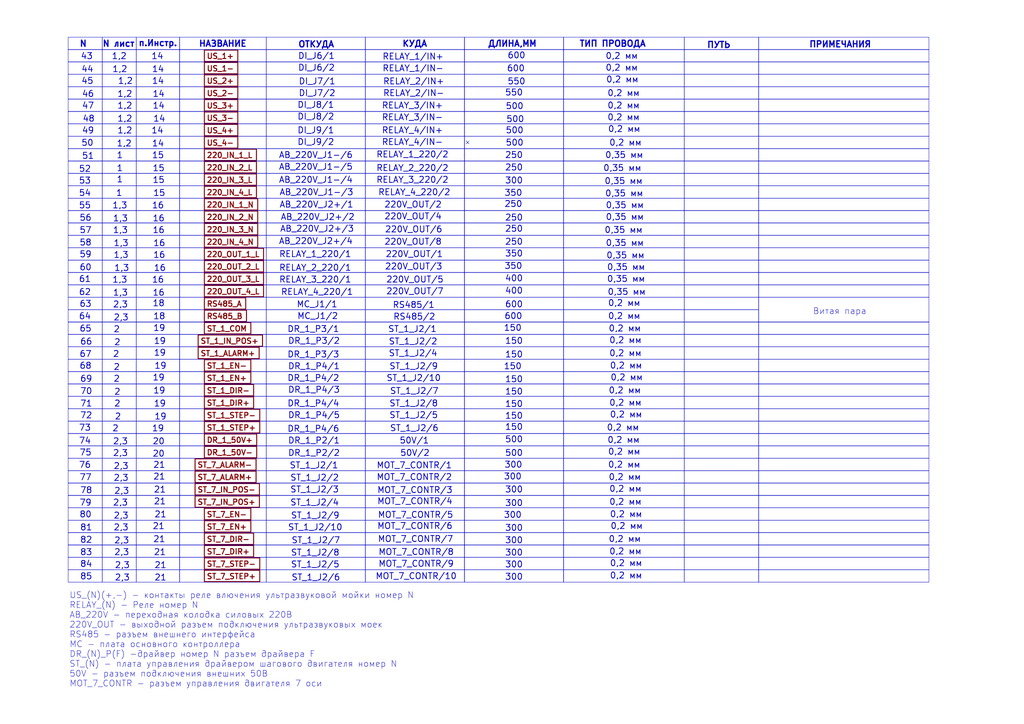
<source format=kicad_sch>
(kicad_sch
	(version 20231120)
	(generator "eeschema")
	(generator_version "8.0")
	(uuid "ddcc4968-e94b-4574-95d1-dd8f4c1adc6e")
	(paper "A3")
	(lib_symbols)
	(no_connect
		(at 191.77 58.42)
		(uuid "7e04ca8b-fa2e-4e28-b311-b8c3be02903e")
	)
	(rectangle
		(start 27.94 127)
		(end 41.91 132.08)
		(stroke
			(width 0)
			(type default)
		)
		(fill
			(type none)
		)
		(uuid 00e28d16-2b64-4b8a-90aa-00c2eb4395c0)
	)
	(rectangle
		(start 109.22 111.76)
		(end 149.86 116.84)
		(stroke
			(width 0)
			(type default)
		)
		(fill
			(type none)
		)
		(uuid 013a61b1-dcde-47ba-b2ac-dbbb11167bb0)
	)
	(rectangle
		(start 311.15 213.36)
		(end 381 218.44)
		(stroke
			(width 0)
			(type default)
		)
		(fill
			(type none)
		)
		(uuid 01582794-3478-4f30-8398-504d50fc326c)
	)
	(rectangle
		(start 231.14 182.88)
		(end 280.67 187.96)
		(stroke
			(width 0)
			(type default)
		)
		(fill
			(type none)
		)
		(uuid 0251345f-3e93-4764-86df-d79647958e07)
	)
	(rectangle
		(start 27.94 187.96)
		(end 41.91 193.04)
		(stroke
			(width 0)
			(type default)
		)
		(fill
			(type none)
		)
		(uuid 026634e2-8800-4b50-8703-b158bc086526)
	)
	(rectangle
		(start 55.88 213.36)
		(end 73.66 218.44)
		(stroke
			(width 0)
			(type default)
		)
		(fill
			(type none)
		)
		(uuid 028a885e-aac9-42e8-a2df-1911e79f7d85)
	)
	(rectangle
		(start 231.14 233.68)
		(end 280.67 238.76)
		(stroke
			(width 0)
			(type default)
		)
		(fill
			(type none)
		)
		(uuid 03002e3e-5c94-4aa2-82d5-90d0743efe38)
	)
	(rectangle
		(start 109.22 76.2)
		(end 149.86 81.28)
		(stroke
			(width 0)
			(type default)
		)
		(fill
			(type none)
		)
		(uuid 0300f4ba-3a59-4cc6-9fba-532a40afd848)
	)
	(rectangle
		(start 311.15 25.4)
		(end 381 30.48)
		(stroke
			(width 0)
			(type default)
		)
		(fill
			(type none)
		)
		(uuid 053395e3-edbd-47f5-aa2a-296f8ae25857)
	)
	(rectangle
		(start 73.66 213.36)
		(end 109.22 218.44)
		(stroke
			(width 0)
			(type default)
		)
		(fill
			(type none)
		)
		(uuid 05468ea9-c639-4943-86fb-88084208524d)
	)
	(rectangle
		(start 311.15 223.52)
		(end 381 228.6)
		(stroke
			(width 0)
			(type default)
		)
		(fill
			(type none)
		)
		(uuid 056ca45c-8cb3-4871-a86e-0ae7a6d4a513)
	)
	(rectangle
		(start 73.66 142.24)
		(end 109.22 147.32)
		(stroke
			(width 0)
			(type default)
		)
		(fill
			(type none)
		)
		(uuid 06fa4498-6bb2-445a-b52e-1b7564708b8a)
	)
	(rectangle
		(start 190.5 111.76)
		(end 231.14 116.84)
		(stroke
			(width 0)
			(type default)
		)
		(fill
			(type none)
		)
		(uuid 076cded3-683a-4211-8587-ce75a0209e84)
	)
	(rectangle
		(start 27.94 66.04)
		(end 41.91 71.12)
		(stroke
			(width 0)
			(type default)
		)
		(fill
			(type none)
		)
		(uuid 07d83e9c-3f2f-4386-82f1-56f88903a01c)
	)
	(rectangle
		(start 109.22 152.4)
		(end 149.86 157.48)
		(stroke
			(width 0)
			(type default)
		)
		(fill
			(type none)
		)
		(uuid 08de2d18-e53c-48c8-9c2e-d8a31df47e81)
	)
	(rectangle
		(start 27.94 121.92)
		(end 41.91 127)
		(stroke
			(width 0)
			(type default)
		)
		(fill
			(type none)
		)
		(uuid 09244f48-94f7-4997-bad5-ea3d2462a146)
	)
	(rectangle
		(start 149.86 20.32)
		(end 190.5 25.4)
		(stroke
			(width 0)
			(type default)
		)
		(fill
			(type none)
		)
		(uuid 094686d2-907f-4a6c-a38c-03de4a397f24)
	)
	(rectangle
		(start 109.22 223.52)
		(end 149.86 228.6)
		(stroke
			(width 0)
			(type default)
		)
		(fill
			(type none)
		)
		(uuid 0968e763-797d-41cf-95dc-3f831527ebc8)
	)
	(rectangle
		(start 311.15 91.44)
		(end 381 96.52)
		(stroke
			(width 0)
			(type default)
		)
		(fill
			(type none)
		)
		(uuid 0a228691-8385-41db-9bb1-eab38174156c)
	)
	(rectangle
		(start 149.86 213.36)
		(end 190.5 218.44)
		(stroke
			(width 0)
			(type default)
		)
		(fill
			(type none)
		)
		(uuid 0a2f997f-9886-4d33-91ac-f7ae6b50f91d)
	)
	(rectangle
		(start 109.22 228.6)
		(end 149.86 233.68)
		(stroke
			(width 0)
			(type default)
		)
		(fill
			(type none)
		)
		(uuid 0a4902ad-ad23-4d47-8082-61898d62894e)
	)
	(rectangle
		(start 73.66 106.68)
		(end 109.22 111.76)
		(stroke
			(width 0)
			(type default)
		)
		(fill
			(type none)
		)
		(uuid 0a95fa59-a746-4f69-946c-2000bf9c7157)
	)
	(rectangle
		(start 311.15 198.12)
		(end 381 203.2)
		(stroke
			(width 0)
			(type default)
		)
		(fill
			(type none)
		)
		(uuid 0b264c3b-9a57-4709-aa27-0efb456de8d0)
	)
	(rectangle
		(start 73.66 233.68)
		(end 109.22 238.76)
		(stroke
			(width 0)
			(type default)
		)
		(fill
			(type none)
		)
		(uuid 0b38f99a-3ac8-4ba7-8693-cad48abac5cd)
	)
	(rectangle
		(start 55.88 55.88)
		(end 73.66 60.96)
		(stroke
			(width 0)
			(type default)
		)
		(fill
			(type none)
		)
		(uuid 0bd7a90a-e121-433b-ae4f-b8b8ba0f4c5a)
	)
	(rectangle
		(start 27.94 71.12)
		(end 41.91 76.2)
		(stroke
			(width 0)
			(type default)
		)
		(fill
			(type none)
		)
		(uuid 0d7b6866-3f47-46ee-a048-22a436ec9169)
	)
	(rectangle
		(start 73.66 40.64)
		(end 109.22 45.72)
		(stroke
			(width 0)
			(type default)
		)
		(fill
			(type none)
		)
		(uuid 0e0d2f43-fb36-4fa7-87ac-1c0d54f09ab3)
	)
	(rectangle
		(start 41.91 172.72)
		(end 55.88 177.8)
		(stroke
			(width 0)
			(type default)
		)
		(fill
			(type none)
		)
		(uuid 0f509e5f-f12a-4f4f-8213-9e47c7e68a3a)
	)
	(rectangle
		(start 73.66 45.72)
		(end 109.22 50.8)
		(stroke
			(width 0)
			(type default)
		)
		(fill
			(type none)
		)
		(uuid 0faa92a0-6e87-4134-8193-24bf272dd1ed)
	)
	(rectangle
		(start 41.91 167.64)
		(end 55.88 172.72)
		(stroke
			(width 0)
			(type default)
		)
		(fill
			(type none)
		)
		(uuid 0ff26cee-9030-412f-828f-050f233eefa1)
	)
	(rectangle
		(start 73.66 228.6)
		(end 109.22 233.68)
		(stroke
			(width 0)
			(type default)
		)
		(fill
			(type none)
		)
		(uuid 10a93b87-ca98-4cb2-8525-dabcc5768044)
	)
	(rectangle
		(start 190.5 132.08)
		(end 231.14 137.16)
		(stroke
			(width 0)
			(type default)
		)
		(fill
			(type none)
		)
		(uuid 10c39bf1-a4d0-4f62-a876-3b0f33760f4b)
	)
	(rectangle
		(start 149.86 111.76)
		(end 190.5 116.84)
		(stroke
			(width 0)
			(type default)
		)
		(fill
			(type none)
		)
		(uuid 11abec47-a414-44d4-be31-bff5c76bc359)
	)
	(rectangle
		(start 149.86 25.4)
		(end 190.5 30.48)
		(stroke
			(width 0)
			(type default)
		)
		(fill
			(type none)
		)
		(uuid 11d1baa8-704a-46c4-a1cb-557425443965)
	)
	(rectangle
		(start 73.66 218.44)
		(end 109.22 223.52)
		(stroke
			(width 0)
			(type default)
		)
		(fill
			(type none)
		)
		(uuid 1227d143-31b3-4733-8c5c-ec0386bf4885)
	)
	(rectangle
		(start 73.66 137.16)
		(end 109.22 142.24)
		(stroke
			(width 0)
			(type default)
		)
		(fill
			(type none)
		)
		(uuid 13bda1d5-3465-4950-9ae9-21da3510bd0d)
	)
	(rectangle
		(start 190.5 76.2)
		(end 231.14 81.28)
		(stroke
			(width 0)
			(type default)
		)
		(fill
			(type none)
		)
		(uuid 152dd72d-55a1-439b-9774-661be821bb34)
	)
	(rectangle
		(start 311.15 177.8)
		(end 381 182.88)
		(stroke
			(width 0)
			(type default)
		)
		(fill
			(type none)
		)
		(uuid 179630f8-27bf-4cad-84cc-609fc2f8ee96)
	)
	(rectangle
		(start 55.88 137.16)
		(end 73.66 142.24)
		(stroke
			(width 0)
			(type default)
		)
		(fill
			(type none)
		)
		(uuid 196644a7-c8cc-418e-9d1e-49736f17813d)
	)
	(rectangle
		(start 55.88 127)
		(end 73.66 132.08)
		(stroke
			(width 0)
			(type default)
		)
		(fill
			(type none)
		)
		(uuid 1aa00acf-b06b-45da-ab0a-f3e067dc6e72)
	)
	(rectangle
		(start 280.67 137.16)
		(end 311.15 142.24)
		(stroke
			(width 0)
			(type default)
		)
		(fill
			(type none)
		)
		(uuid 1af5643d-41c0-43d4-9f2c-c64e776ab9af)
	)
	(rectangle
		(start 280.67 55.88)
		(end 311.15 60.96)
		(stroke
			(width 0)
			(type default)
		)
		(fill
			(type none)
		)
		(uuid 1b2ee6d3-161f-49a7-b6fa-3f5b3a0881cc)
	)
	(rectangle
		(start 41.91 177.8)
		(end 55.88 182.88)
		(stroke
			(width 0)
			(type default)
		)
		(fill
			(type none)
		)
		(uuid 1bb7ad64-432f-455a-9e37-304657d2de8b)
	)
	(rectangle
		(start 231.14 142.24)
		(end 280.67 147.32)
		(stroke
			(width 0)
			(type default)
		)
		(fill
			(type none)
		)
		(uuid 1c4c545b-0853-4600-8bd8-9b63c145365b)
	)
	(rectangle
		(start 41.91 20.32)
		(end 55.88 25.4)
		(stroke
			(width 0)
			(type default)
		)
		(fill
			(type none)
		)
		(uuid 1c6a0f31-e163-473d-ba73-9168f5f25940)
	)
	(rectangle
		(start 109.22 193.04)
		(end 149.86 198.12)
		(stroke
			(width 0)
			(type default)
		)
		(fill
			(type none)
		)
		(uuid 1cad74ca-1b5f-4548-8ff1-ef28f841579e)
	)
	(rectangle
		(start 149.86 76.2)
		(end 190.5 81.28)
		(stroke
			(width 0)
			(type default)
		)
		(fill
			(type none)
		)
		(uuid 1d18c0db-79bb-418d-9c60-bc596157d096)
	)
	(rectangle
		(start 41.91 76.2)
		(end 55.88 81.28)
		(stroke
			(width 0)
			(type default)
		)
		(fill
			(type none)
		)
		(uuid 1e60d8ed-338b-40e7-8d6d-6814c1ef7a40)
	)
	(rectangle
		(start 41.91 30.48)
		(end 55.88 35.56)
		(stroke
			(width 0)
			(type default)
		)
		(fill
			(type none)
		)
		(uuid 1ef627ef-263f-42aa-bd57-9c8d3a22c947)
	)
	(rectangle
		(start 311.15 81.28)
		(end 381 86.36)
		(stroke
			(width 0)
			(type default)
		)
		(fill
			(type none)
		)
		(uuid 1f2af143-071c-4ea7-8486-1c40378c2d2e)
	)
	(rectangle
		(start 280.67 30.48)
		(end 311.15 35.56)
		(stroke
			(width 0)
			(type default)
		)
		(fill
			(type none)
		)
		(uuid 1f38ba80-006b-4475-bc13-3bf01a5ea5f4)
	)
	(rectangle
		(start 27.94 157.48)
		(end 41.91 162.56)
		(stroke
			(width 0)
			(type default)
		)
		(fill
			(type none)
		)
		(uuid 2020fd02-d16e-4626-84df-8badd083e5ae)
	)
	(rectangle
		(start 27.94 50.8)
		(end 41.91 55.88)
		(stroke
			(width 0)
			(type default)
		)
		(fill
			(type none)
		)
		(uuid 207709a7-cda6-4cbf-8078-f721b86d25b4)
	)
	(rectangle
		(start 55.88 76.2)
		(end 73.66 81.28)
		(stroke
			(width 0)
			(type default)
		)
		(fill
			(type none)
		)
		(uuid 2095dbcb-d23d-4d2d-823b-5ae985bdc915)
	)
	(rectangle
		(start 280.67 66.04)
		(end 311.15 71.12)
		(stroke
			(width 0)
			(type default)
		)
		(fill
			(type none)
		)
		(uuid 20d94035-6edc-40b7-8d69-2bf61ed46088)
	)
	(rectangle
		(start 231.14 152.4)
		(end 280.67 157.48)
		(stroke
			(width 0)
			(type default)
		)
		(fill
			(type none)
		)
		(uuid 20e096ef-a78e-4b8e-b377-a7492294fbe9)
	)
	(rectangle
		(start 109.22 182.88)
		(end 149.86 187.96)
		(stroke
			(width 0)
			(type default)
		)
		(fill
			(type none)
		)
		(uuid 21f6d9b0-8e56-4881-b11b-fa6dc69c7e14)
	)
	(rectangle
		(start 149.86 132.08)
		(end 190.5 137.16)
		(stroke
			(width 0)
			(type default)
		)
		(fill
			(type none)
		)
		(uuid 224216e3-61f1-4ae6-b96a-792cf040b017)
	)
	(rectangle
		(start 280.67 228.6)
		(end 311.15 233.68)
		(stroke
			(width 0)
			(type default)
		)
		(fill
			(type none)
		)
		(uuid 22aa7149-4672-401e-978b-696db8c034e3)
	)
	(rectangle
		(start 41.91 101.6)
		(end 55.88 106.68)
		(stroke
			(width 0)
			(type default)
		)
		(fill
			(type none)
		)
		(uuid 22fe37d3-4df3-4b9b-b778-5e5278bf60fd)
	)
	(rectangle
		(start 73.66 76.2)
		(end 109.22 81.28)
		(stroke
			(width 0)
			(type default)
		)
		(fill
			(type none)
		)
		(uuid 23a1add1-74bd-49c7-a64c-1225e0538b30)
	)
	(rectangle
		(start 311.15 20.32)
		(end 381 25.4)
		(stroke
			(width 0)
			(type default)
		)
		(fill
			(type none)
		)
		(uuid 2496248c-64e4-43e8-b6df-8fed8ff41c9d)
	)
	(rectangle
		(start 73.66 152.4)
		(end 109.22 157.48)
		(stroke
			(width 0)
			(type default)
		)
		(fill
			(type none)
		)
		(uuid 24bd4e9f-0984-4af0-8faa-6d5b450770f3)
	)
	(rectangle
		(start 149.86 127)
		(end 190.5 132.08)
		(stroke
			(width 0)
			(type default)
		)
		(fill
			(type none)
		)
		(uuid 273c296f-270a-49a4-82a5-10848036e8f2)
	)
	(rectangle
		(start 190.5 116.84)
		(end 231.14 121.92)
		(stroke
			(width 0)
			(type default)
		)
		(fill
			(type none)
		)
		(uuid 274d29b4-b388-4143-92d1-8dc245a2304a)
	)
	(rectangle
		(start 109.22 50.8)
		(end 149.86 55.88)
		(stroke
			(width 0)
			(type default)
		)
		(fill
			(type none)
		)
		(uuid 27864e62-f151-40ed-b810-d2c5d4560cfe)
	)
	(rectangle
		(start 55.88 30.48)
		(end 73.66 35.56)
		(stroke
			(width 0)
			(type default)
		)
		(fill
			(type none)
		)
		(uuid 2818b417-740c-4c0d-8c6f-a2d8c03e1296)
	)
	(rectangle
		(start 311.15 137.16)
		(end 381 142.24)
		(stroke
			(width 0)
			(type default)
		)
		(fill
			(type none)
		)
		(uuid 289b6936-0352-4ac2-b63c-4b3df9922bb8)
	)
	(rectangle
		(start 27.94 91.44)
		(end 41.91 96.52)
		(stroke
			(width 0)
			(type default)
		)
		(fill
			(type none)
		)
		(uuid 28c18e79-dd09-45a1-953f-2b5d99c195bf)
	)
	(rectangle
		(start 231.14 228.6)
		(end 280.67 233.68)
		(stroke
			(width 0)
			(type default)
		)
		(fill
			(type none)
		)
		(uuid 293a13df-94bc-4e21-af02-edbe1b2cb076)
	)
	(rectangle
		(start 149.86 96.52)
		(end 190.5 101.6)
		(stroke
			(width 0)
			(type default)
		)
		(fill
			(type none)
		)
		(uuid 2995248f-c3f0-4cb5-8dcb-99004bf84d98)
	)
	(rectangle
		(start 27.94 182.88)
		(end 41.91 187.96)
		(stroke
			(width 0)
			(type default)
		)
		(fill
			(type none)
		)
		(uuid 29b2841f-1fd7-48ee-90f0-2aeef819618b)
	)
	(rectangle
		(start 55.88 91.44)
		(end 73.66 96.52)
		(stroke
			(width 0)
			(type default)
		)
		(fill
			(type none)
		)
		(uuid 2a3755c2-486d-4d07-9f50-4453476748be)
	)
	(rectangle
		(start 231.14 121.92)
		(end 280.67 127)
		(stroke
			(width 0)
			(type default)
		)
		(fill
			(type none)
		)
		(uuid 2b5d34bb-05ac-4db1-a4e9-e5591fa2874a)
	)
	(rectangle
		(start 41.91 35.56)
		(end 55.88 40.64)
		(stroke
			(width 0)
			(type default)
		)
		(fill
			(type none)
		)
		(uuid 2c45a362-78ac-4a00-8457-59a625d34f6a)
	)
	(rectangle
		(start 27.94 198.12)
		(end 41.91 203.2)
		(stroke
			(width 0)
			(type default)
		)
		(fill
			(type none)
		)
		(uuid 2cb79857-0648-40af-b101-85a88762d11d)
	)
	(rectangle
		(start 311.15 142.24)
		(end 381 147.32)
		(stroke
			(width 0)
			(type default)
		)
		(fill
			(type none)
		)
		(uuid 2d37ed31-614b-4c5a-b1cf-8b1988e750a2)
	)
	(rectangle
		(start 55.88 35.56)
		(end 73.66 40.64)
		(stroke
			(width 0)
			(type default)
		)
		(fill
			(type none)
		)
		(uuid 2d961cf5-673a-461e-8001-e004c298907e)
	)
	(rectangle
		(start 231.14 101.6)
		(end 280.67 106.68)
		(stroke
			(width 0)
			(type default)
		)
		(fill
			(type none)
		)
		(uuid 2d9983b6-da42-4fa1-8c14-eae90909f61e)
	)
	(rectangle
		(start 231.14 147.32)
		(end 280.67 152.4)
		(stroke
			(width 0)
			(type default)
		)
		(fill
			(type none)
		)
		(uuid 2dcefc6b-9e5f-46ee-b37f-04d926f676c3)
	)
	(rectangle
		(start 109.22 81.28)
		(end 149.86 86.36)
		(stroke
			(width 0)
			(type default)
		)
		(fill
			(type none)
		)
		(uuid 2de5d308-5991-4a3d-8506-cc1cd726ea6c)
	)
	(rectangle
		(start 27.94 142.24)
		(end 41.91 147.32)
		(stroke
			(width 0)
			(type default)
		)
		(fill
			(type none)
		)
		(uuid 2fb4147a-32af-433b-859a-77323bc21f10)
	)
	(rectangle
		(start 311.15 208.28)
		(end 381 213.36)
		(stroke
			(width 0)
			(type default)
		)
		(fill
			(type none)
		)
		(uuid 30c07b4f-666b-4f3d-a353-1895902114fb)
	)
	(rectangle
		(start 27.94 45.72)
		(end 41.91 50.8)
		(stroke
			(width 0)
			(type default)
		)
		(fill
			(type none)
		)
		(uuid 3133ef9c-ae8a-4faf-80c5-d5b4bd523a57)
	)
	(rectangle
		(start 73.66 162.56)
		(end 109.22 167.64)
		(stroke
			(width 0)
			(type default)
		)
		(fill
			(type none)
		)
		(uuid 313e3514-ff66-4359-8b9d-212626ee4726)
	)
	(rectangle
		(start 190.5 55.88)
		(end 231.14 60.96)
		(stroke
			(width 0)
			(type default)
		)
		(fill
			(type none)
		)
		(uuid 31ea5bca-c70c-47e8-969a-fd0a573dd718)
	)
	(rectangle
		(start 280.67 121.92)
		(end 311.15 127)
		(stroke
			(width 0)
			(type default)
		)
		(fill
			(type none)
		)
		(uuid 31ebcf75-ca62-41ab-93cc-c370a9c39255)
	)
	(rectangle
		(start 41.91 182.88)
		(end 55.88 187.96)
		(stroke
			(width 0)
			(type default)
		)
		(fill
			(type none)
		)
		(uuid 322698a9-f963-4885-a80e-3a2f9217f4e3)
	)
	(rectangle
		(start 280.67 162.56)
		(end 311.15 167.64)
		(stroke
			(width 0)
			(type default)
		)
		(fill
			(type none)
		)
		(uuid 34ee51aa-33b2-44be-bddc-6fdad2108a7c)
	)
	(rectangle
		(start 109.22 187.96)
		(end 149.86 193.04)
		(stroke
			(width 0)
			(type default)
		)
		(fill
			(type none)
		)
		(uuid 35d09460-e009-4a65-bd03-53354c2957e0)
	)
	(rectangle
		(start 149.86 137.16)
		(end 190.5 142.24)
		(stroke
			(width 0)
			(type default)
		)
		(fill
			(type none)
		)
		(uuid 35d44e50-f652-4293-8249-544f8b95702b)
	)
	(rectangle
		(start 41.91 228.6)
		(end 55.88 233.68)
		(stroke
			(width 0)
			(type default)
		)
		(fill
			(type none)
		)
		(uuid 360444a3-ace2-48ce-9283-e1b201482dad)
	)
	(rectangle
		(start 311.15 106.68)
		(end 381 111.76)
		(stroke
			(width 0)
			(type default)
		)
		(fill
			(type none)
		)
		(uuid 36a15e5b-a7c6-4f1f-acea-19fa5c843067)
	)
	(rectangle
		(start 55.88 132.08)
		(end 73.66 137.16)
		(stroke
			(width 0)
			(type default)
		)
		(fill
			(type none)
		)
		(uuid 36dc2b93-7d21-44c5-968b-a65df9b0c940)
	)
	(rectangle
		(start 149.86 50.8)
		(end 190.5 55.88)
		(stroke
			(width 0)
			(type default)
		)
		(fill
			(type none)
		)
		(uuid 376d67ea-881c-417c-9f02-5f220d104f3d)
	)
	(rectangle
		(start 27.94 15.24)
		(end 41.91 20.32)
		(stroke
			(width 0)
			(type default)
		)
		(fill
			(type none)
		)
		(uuid 382f2a11-90e9-4bcf-8884-887c3faecdbc)
	)
	(rectangle
		(start 109.22 101.6)
		(end 149.86 106.68)
		(stroke
			(width 0)
			(type default)
		)
		(fill
			(type none)
		)
		(uuid 38f56e43-4b84-4929-859a-42f180947015)
	)
	(rectangle
		(start 27.94 116.84)
		(end 41.91 121.92)
		(stroke
			(width 0)
			(type default)
		)
		(fill
			(type none)
		)
		(uuid 3a881ff7-af66-4fbf-a492-bb4d5ad6294e)
	)
	(rectangle
		(start 280.67 193.04)
		(end 311.15 198.12)
		(stroke
			(width 0)
			(type default)
		)
		(fill
			(type none)
		)
		(uuid 3b0bdfe0-2e24-41ce-afef-1eb232c0b31e)
	)
	(rectangle
		(start 190.5 147.32)
		(end 231.14 152.4)
		(stroke
			(width 0)
			(type default)
		)
		(fill
			(type none)
		)
		(uuid 3b39a915-b6ae-4877-a6d0-64f06488d045)
	)
	(rectangle
		(start 55.88 116.84)
		(end 73.66 121.92)
		(stroke
			(width 0)
			(type default)
		)
		(fill
			(type none)
		)
		(uuid 3b7b8729-f563-4a98-9e0f-f389441c6740)
	)
	(rectangle
		(start 109.22 20.32)
		(end 149.86 25.4)
		(stroke
			(width 0)
			(type default)
		)
		(fill
			(type none)
		)
		(uuid 3b857830-795a-4313-a72b-0fb8f1ff59a6)
	)
	(rectangle
		(start 55.88 66.04)
		(end 73.66 71.12)
		(stroke
			(width 0)
			(type default)
		)
		(fill
			(type none)
		)
		(uuid 3c559fca-2df0-420a-8451-45838a3decc4)
	)
	(rectangle
		(start 280.67 132.08)
		(end 311.15 137.16)
		(stroke
			(width 0)
			(type default)
		)
		(fill
			(type none)
		)
		(uuid 3cdea790-e12a-4c84-a803-cf8de79783f2)
	)
	(rectangle
		(start 55.88 86.36)
		(end 73.66 91.44)
		(stroke
			(width 0)
			(type default)
		)
		(fill
			(type none)
		)
		(uuid 3d5b5497-bb33-4ae3-8c5b-49fbaa9e689d)
	)
	(rectangle
		(start 41.91 187.96)
		(end 55.88 193.04)
		(stroke
			(width 0)
			(type default)
		)
		(fill
			(type none)
		)
		(uuid 3d95c6e6-9601-401c-8ebb-8ab192dd7860)
	)
	(rectangle
		(start 231.14 213.36)
		(end 280.67 218.44)
		(stroke
			(width 0)
			(type default)
		)
		(fill
			(type none)
		)
		(uuid 3f327dbf-5edd-4240-843f-3f3096b8ecbd)
	)
	(rectangle
		(start 41.91 208.28)
		(end 55.88 213.36)
		(stroke
			(width 0)
			(type default)
		)
		(fill
			(type none)
		)
		(uuid 41ab4eac-0792-4327-a3b2-3554446af53f)
	)
	(rectangle
		(start 73.66 111.76)
		(end 109.22 116.84)
		(stroke
			(width 0)
			(type default)
		)
		(fill
			(type none)
		)
		(uuid 41bead9f-8e66-4146-a5e6-40a9a9c8c5fc)
	)
	(rectangle
		(start 280.67 172.72)
		(end 311.15 177.8)
		(stroke
			(width 0)
			(type default)
		)
		(fill
			(type none)
		)
		(uuid 43965bdc-f38c-42f9-9b6d-2b9ca37bc8ea)
	)
	(rectangle
		(start 190.5 172.72)
		(end 231.14 177.8)
		(stroke
			(width 0)
			(type default)
		)
		(fill
			(type none)
		)
		(uuid 45201770-c9db-4cd7-875b-e57fa841f5ff)
	)
	(rectangle
		(start 190.5 142.24)
		(end 231.14 147.32)
		(stroke
			(width 0)
			(type default)
		)
		(fill
			(type none)
		)
		(uuid 45cd61d9-05ff-479a-9e0c-0a0a1997ab1e)
	)
	(rectangle
		(start 190.5 228.6)
		(end 231.14 233.68)
		(stroke
			(width 0)
			(type default)
		)
		(fill
			(type none)
		)
		(uuid 460380d1-3639-4f93-8881-f75556686f22)
	)
	(rectangle
		(start 109.22 60.96)
		(end 149.86 66.04)
		(stroke
			(width 0)
			(type default)
		)
		(fill
			(type none)
		)
		(uuid 462a5c8b-d82f-40fb-a8c9-797d68857c27)
	)
	(rectangle
		(start 280.67 81.28)
		(end 311.15 86.36)
		(stroke
			(width 0)
			(type default)
		)
		(fill
			(type none)
		)
		(uuid 468838ad-de00-4027-b8b0-acd655b29315)
	)
	(rectangle
		(start 41.91 137.16)
		(end 55.88 142.24)
		(stroke
			(width 0)
			(type default)
		)
		(fill
			(type none)
		)
		(uuid 475940a2-ec04-4df9-9f6f-1024438f4c8f)
	)
	(rectangle
		(start 109.22 106.68)
		(end 149.86 111.76)
		(stroke
			(width 0)
			(type default)
		)
		(fill
			(type none)
		)
		(uuid 47cb1b84-65fe-4544-a0e6-c09889be2424)
	)
	(rectangle
		(start 231.14 223.52)
		(end 280.67 228.6)
		(stroke
			(width 0)
			(type default)
		)
		(fill
			(type none)
		)
		(uuid 481795a9-6417-4b45-9a81-b1513e833ef9)
	)
	(rectangle
		(start 149.86 172.72)
		(end 190.5 177.8)
		(stroke
			(width 0)
			(type default)
		)
		(fill
			(type none)
		)
		(uuid 48a5e5ef-850f-4347-8299-664241f93660)
	)
	(rectangle
		(start 149.86 121.92)
		(end 190.5 127)
		(stroke
			(width 0)
			(type default)
		)
		(fill
			(type none)
		)
		(uuid 49caa428-3c15-4633-9a5f-b926253fa00f)
	)
	(rectangle
		(start 109.22 167.64)
		(end 149.86 172.72)
		(stroke
			(width 0)
			(type default)
		)
		(fill
			(type none)
		)
		(uuid 4a046fec-e86d-4acb-8d9a-9e32f8a1f0ef)
	)
	(rectangle
		(start 231.14 25.4)
		(end 280.67 30.48)
		(stroke
			(width 0)
			(type default)
		)
		(fill
			(type none)
		)
		(uuid 4a475c5f-eef6-45d9-a5a1-0258caa98d82)
	)
	(rectangle
		(start 27.94 228.6)
		(end 41.91 233.68)
		(stroke
			(width 0)
			(type default)
		)
		(fill
			(type none)
		)
		(uuid 4adb757c-d6f8-4aa8-9459-2207b9d22aa7)
	)
	(rectangle
		(start 280.67 223.52)
		(end 311.15 228.6)
		(stroke
			(width 0)
			(type default)
		)
		(fill
			(type none)
		)
		(uuid 4ae6de92-4285-4ee7-ab1e-d11d819b29ed)
	)
	(rectangle
		(start 109.22 172.72)
		(end 149.86 177.8)
		(stroke
			(width 0)
			(type default)
		)
		(fill
			(type none)
		)
		(uuid 4af1a0ea-f3d8-48f1-bcb7-2ab13150ec31)
	)
	(rectangle
		(start 41.91 55.88)
		(end 55.88 60.96)
		(stroke
			(width 0)
			(type default)
		)
		(fill
			(type none)
		)
		(uuid 4ba08e34-3cec-4292-bb1f-fa2e0b322ae0)
	)
	(rectangle
		(start 190.5 121.92)
		(end 231.14 127)
		(stroke
			(width 0)
			(type default)
		)
		(fill
			(type none)
		)
		(uuid 4c4e2375-f42b-42f5-909a-4c01c39865b6)
	)
	(rectangle
		(start 231.14 91.44)
		(end 280.67 96.52)
		(stroke
			(width 0)
			(type default)
		)
		(fill
			(type none)
		)
		(uuid 4c988bef-260f-46ef-a9a7-ecce715e0d34)
	)
	(rectangle
		(start 311.15 193.04)
		(end 381 198.12)
		(stroke
			(width 0)
			(type default)
		)
		(fill
			(type none)
		)
		(uuid 4ceb886b-4edd-4241-934f-bbc13668e992)
	)
	(rectangle
		(start 73.66 203.2)
		(end 109.22 208.28)
		(stroke
			(width 0)
			(type default)
		)
		(fill
			(type none)
		)
		(uuid 4f2aec15-8672-4412-b115-64cfd5814ccb)
	)
	(rectangle
		(start 41.91 203.2)
		(end 55.88 208.28)
		(stroke
			(width 0)
			(type default)
		)
		(fill
			(type none)
		)
		(uuid 508cd7f5-6d64-4295-be2c-dff6d7d6237b)
	)
	(rectangle
		(start 73.66 30.48)
		(end 109.22 35.56)
		(stroke
			(width 0)
			(type default)
		)
		(fill
			(type none)
		)
		(uuid 51062221-ab1e-4b94-b363-72c1f5f476b6)
	)
	(rectangle
		(start 109.22 55.88)
		(end 149.86 60.96)
		(stroke
			(width 0)
			(type default)
		)
		(fill
			(type none)
		)
		(uuid 515460ac-8b24-4d75-a571-8693177b3606)
	)
	(rectangle
		(start 55.88 147.32)
		(end 73.66 152.4)
		(stroke
			(width 0)
			(type default)
		)
		(fill
			(type none)
		)
		(uuid 5166813b-5844-4290-b010-b3d00b40bb31)
	)
	(rectangle
		(start 27.94 223.52)
		(end 41.91 228.6)
		(stroke
			(width 0)
			(type default)
		)
		(fill
			(type none)
		)
		(uuid 51c00424-f096-4aa7-832b-fa4bcbbca978)
	)
	(rectangle
		(start 109.22 233.68)
		(end 149.86 238.76)
		(stroke
			(width 0)
			(type default)
		)
		(fill
			(type none)
		)
		(uuid 521b4481-b8cd-4a12-91fc-d5fe2e36b09e)
	)
	(rectangle
		(start 280.67 71.12)
		(end 311.15 76.2)
		(stroke
			(width 0)
			(type default)
		)
		(fill
			(type none)
		)
		(uuid 5251d856-2d1c-4009-8aa8-0f64116ed9de)
	)
	(rectangle
		(start 41.91 132.08)
		(end 55.88 137.16)
		(stroke
			(width 0)
			(type default)
		)
		(fill
			(type none)
		)
		(uuid 527b1166-0519-4426-a311-5109a6d5b46a)
	)
	(rectangle
		(start 231.14 55.88)
		(end 280.67 60.96)
		(stroke
			(width 0)
			(type default)
		)
		(fill
			(type none)
		)
		(uuid 52ff63b5-1a92-4256-80d7-3a259c60c29f)
	)
	(rectangle
		(start 280.67 15.24)
		(end 311.15 20.32)
		(stroke
			(width 0)
			(type default)
		)
		(fill
			(type none)
		)
		(uuid 54849033-cc2d-4650-b8ea-34fb9b339d32)
	)
	(rectangle
		(start 149.86 30.48)
		(end 190.5 35.56)
		(stroke
			(width 0)
			(type default)
		)
		(fill
			(type none)
		)
		(uuid 54b0059a-1513-4fca-a73c-5568f706b98b)
	)
	(rectangle
		(start 149.86 81.28)
		(end 190.5 86.36)
		(stroke
			(width 0)
			(type default)
		)
		(fill
			(type none)
		)
		(uuid 5587d825-e179-4fac-8579-dd11845dae86)
	)
	(rectangle
		(start 231.14 50.8)
		(end 280.67 55.88)
		(stroke
			(width 0)
			(type default)
		)
		(fill
			(type none)
		)
		(uuid 57371dc2-0ef2-4f08-9113-0578e610664b)
	)
	(rectangle
		(start 311.15 152.4)
		(end 381 157.48)
		(stroke
			(width 0)
			(type default)
		)
		(fill
			(type none)
		)
		(uuid 57487c52-65ae-4422-a9a6-6c23bad0166a)
	)
	(rectangle
		(start 231.14 162.56)
		(end 280.67 167.64)
		(stroke
			(width 0)
			(type default)
		)
		(fill
			(type none)
		)
		(uuid 58822f31-0d58-4210-838c-dc667250ecad)
	)
	(rectangle
		(start 190.5 152.4)
		(end 231.14 157.48)
		(stroke
			(width 0)
			(type default)
		)
		(fill
			(type none)
		)
		(uuid 58f725fb-7cc5-4acb-8178-b8884a967a5c)
	)
	(rectangle
		(start 73.66 167.64)
		(end 109.22 172.72)
		(stroke
			(width 0)
			(type default)
		)
		(fill
			(type none)
		)
		(uuid 5978f35a-364b-48c4-9e12-4854e85f4bef)
	)
	(rectangle
		(start 41.91 60.96)
		(end 55.88 66.04)
		(stroke
			(width 0)
			(type default)
		)
		(fill
			(type none)
		)
		(uuid 5999d392-2fbb-42aa-835d-4f9805d442c0)
	)
	(rectangle
		(start 149.86 45.72)
		(end 190.5 50.8)
		(stroke
			(width 0)
			(type default)
		)
		(fill
			(type none)
		)
		(uuid 5a9b5423-f872-4c93-a298-82e23496be1d)
	)
	(rectangle
		(start 190.5 223.52)
		(end 231.14 228.6)
		(stroke
			(width 0)
			(type default)
		)
		(fill
			(type none)
		)
		(uuid 5af07862-3e0f-40a9-bd03-5de340abfc3f)
	)
	(rectangle
		(start 231.14 116.84)
		(end 280.67 121.92)
		(stroke
			(width 0)
			(type default)
		)
		(fill
			(type none)
		)
		(uuid 5b2dd18e-ec60-4985-b809-a2a87568ddcb)
	)
	(rectangle
		(start 311.15 116.84)
		(end 381 121.92)
		(stroke
			(width 0)
			(type default)
		)
		(fill
			(type none)
		)
		(uuid 5cdbe465-e51d-4202-b895-efc762ce90fe)
	)
	(rectangle
		(start 190.5 15.24)
		(end 231.14 20.32)
		(stroke
			(width 0)
			(type default)
		)
		(fill
			(type none)
		)
		(uuid 5cfd8385-7890-49f5-850a-d09b08c33619)
	)
	(rectangle
		(start 311.15 132.08)
		(end 381 137.16)
		(stroke
			(width 0)
			(type default)
		)
		(fill
			(type none)
		)
		(uuid 5d60892f-ec6c-4af5-8b2e-f4a42c77dcd9)
	)
	(rectangle
		(start 109.22 203.2)
		(end 149.86 208.28)
		(stroke
			(width 0)
			(type default)
		)
		(fill
			(type none)
		)
		(uuid 5e7317d8-f014-409d-b127-4d858e5192b3)
	)
	(rectangle
		(start 190.5 177.8)
		(end 231.14 182.88)
		(stroke
			(width 0)
			(type default)
		)
		(fill
			(type none)
		)
		(uuid 5ef96eba-d1d6-400a-83ac-7e514bafe519)
	)
	(rectangle
		(start 73.66 101.6)
		(end 109.22 106.68)
		(stroke
			(width 0)
			(type default)
		)
		(fill
			(type none)
		)
		(uuid 5f42867f-cb15-49e1-9538-7379d027cfcc)
	)
	(rectangle
		(start 190.5 218.44)
		(end 231.14 223.52)
		(stroke
			(width 0)
			(type default)
		)
		(fill
			(type none)
		)
		(uuid 5ffdb654-0521-45c7-98d2-91f7932dc7ea)
	)
	(rectangle
		(start 109.22 127)
		(end 149.86 132.08)
		(stroke
			(width 0)
			(type default)
		)
		(fill
			(type none)
		)
		(uuid 610de1ba-2447-479d-8586-087431845bf9)
	)
	(rectangle
		(start 55.88 101.6)
		(end 73.66 106.68)
		(stroke
			(width 0)
			(type default)
		)
		(fill
			(type none)
		)
		(uuid 61cc7ad9-7d0f-4523-8cc2-1ba1c94009c6)
	)
	(rectangle
		(start 311.15 233.68)
		(end 381 238.76)
		(stroke
			(width 0)
			(type default)
		)
		(fill
			(type none)
		)
		(uuid 624188a0-521f-4274-8c40-aabcf7f32b7e)
	)
	(rectangle
		(start 280.67 182.88)
		(end 311.15 187.96)
		(stroke
			(width 0)
			(type default)
		)
		(fill
			(type none)
		)
		(uuid 63bef7c9-9078-426e-b946-f6c7a1a5e6b2)
	)
	(rectangle
		(start 280.67 60.96)
		(end 311.15 66.04)
		(stroke
			(width 0)
			(type default)
		)
		(fill
			(type none)
		)
		(uuid 644005c7-65bc-4b96-8db6-d0355ffe0721)
	)
	(rectangle
		(start 311.15 96.52)
		(end 381 101.6)
		(stroke
			(width 0)
			(type default)
		)
		(fill
			(type none)
		)
		(uuid 64447171-f8e6-4a3f-a2b2-e66a182b779a)
	)
	(rectangle
		(start 149.86 198.12)
		(end 190.5 203.2)
		(stroke
			(width 0)
			(type default)
		)
		(fill
			(type none)
		)
		(uuid 6476b892-7b6b-49e8-9c2c-146aff5b4262)
	)
	(rectangle
		(start 41.91 152.4)
		(end 55.88 157.48)
		(stroke
			(width 0)
			(type default)
		)
		(fill
			(type none)
		)
		(uuid 65e6730d-c9c8-4946-a19d-5a617d6ec992)
	)
	(rectangle
		(start 109.22 177.8)
		(end 149.86 182.88)
		(stroke
			(width 0)
			(type default)
		)
		(fill
			(type none)
		)
		(uuid 665d860c-2250-43ae-ae4f-cec6b9c184a1)
	)
	(rectangle
		(start 27.94 208.28)
		(end 41.91 213.36)
		(stroke
			(width 0)
			(type default)
		)
		(fill
			(type none)
		)
		(uuid 66af5df5-1e9d-42ad-a084-33e148b3d631)
	)
	(rectangle
		(start 149.86 218.44)
		(end 190.5 223.52)
		(stroke
			(width 0)
			(type default)
		)
		(fill
			(type none)
		)
		(uuid 66bc5000-05c3-4a75-8e9f-7cae5bcf9ba6)
	)
	(rectangle
		(start 27.94 81.28)
		(end 41.91 86.36)
		(stroke
			(width 0)
			(type default)
		)
		(fill
			(type none)
		)
		(uuid 66d4d7ac-af69-46a8-9eb6-4e17906a2258)
	)
	(rectangle
		(start 109.22 71.12)
		(end 149.86 76.2)
		(stroke
			(width 0)
			(type default)
		)
		(fill
			(type none)
		)
		(uuid 674f6932-31d9-4132-93c2-2d674fc12a01)
	)
	(rectangle
		(start 109.22 137.16)
		(end 149.86 142.24)
		(stroke
			(width 0)
			(type default)
		)
		(fill
			(type none)
		)
		(uuid 685f9421-e1fd-42c3-baf6-f218b50786a1)
	)
	(rectangle
		(start 73.66 15.24)
		(end 109.22 20.32)
		(stroke
			(width 0)
			(type default)
		)
		(fill
			(type none)
		)
		(uuid 686a50d9-29ff-403f-91fe-2215c13cbd9d)
	)
	(rectangle
		(start 149.86 182.88)
		(end 190.5 187.96)
		(stroke
			(width 0)
			(type default)
		)
		(fill
			(type none)
		)
		(uuid 692e895f-e8a2-4d48-b19e-92dd09db5f2e)
	)
	(rectangle
		(start 190.5 81.28)
		(end 231.14 86.36)
		(stroke
			(width 0)
			(type default)
		)
		(fill
			(type none)
		)
		(uuid 69541f8d-09a8-4521-857b-6375c0f725e7)
	)
	(rectangle
		(start 190.5 213.36)
		(end 231.14 218.44)
		(stroke
			(width 0)
			(type default)
		)
		(fill
			(type none)
		)
		(uuid 698fc265-44b8-407b-bded-2e88bcb1adf8)
	)
	(rectangle
		(start 190.5 35.56)
		(end 231.14 40.64)
		(stroke
			(width 0)
			(type default)
		)
		(fill
			(type none)
		)
		(uuid 69b8aa2f-adb8-4f47-9cef-813e90e5a16e)
	)
	(rectangle
		(start 55.88 223.52)
		(end 73.66 228.6)
		(stroke
			(width 0)
			(type default)
		)
		(fill
			(type none)
		)
		(uuid 6a6b8969-39f8-4330-af62-aacb26323f44)
	)
	(rectangle
		(start 280.67 167.64)
		(end 311.15 172.72)
		(stroke
			(width 0)
			(type default)
		)
		(fill
			(type none)
		)
		(uuid 6c82e515-86c6-4758-84e2-1ffe5735e7f9)
	)
	(rectangle
		(start 55.88 96.52)
		(end 73.66 101.6)
		(stroke
			(width 0)
			(type default)
		)
		(fill
			(type none)
		)
		(uuid 6cd8d13c-fe47-4add-b86a-7cfc5836068a)
	)
	(rectangle
		(start 231.14 198.12)
		(end 280.67 203.2)
		(stroke
			(width 0)
			(type default)
		)
		(fill
			(type none)
		)
		(uuid 6ec4c7f6-b505-4acb-8fc6-8fdfb9bf4947)
	)
	(rectangle
		(start 55.88 198.12)
		(end 73.66 203.2)
		(stroke
			(width 0)
			(type default)
		)
		(fill
			(type none)
		)
		(uuid 6ed369ea-aa74-46b1-bc72-cc8d84cb3737)
	)
	(rectangle
		(start 41.91 66.04)
		(end 55.88 71.12)
		(stroke
			(width 0)
			(type default)
		)
		(fill
			(type none)
		)
		(uuid 6ef08eec-448b-45c0-ba31-4d27504699be)
	)
	(rectangle
		(start 311.15 15.24)
		(end 381 20.32)
		(stroke
			(width 0)
			(type default)
		)
		(fill
			(type none)
		)
		(uuid 6f5c85e0-423d-4be4-a097-9633012534ae)
	)
	(rectangle
		(start 280.67 147.32)
		(end 311.15 152.4)
		(stroke
			(width 0)
			(type default)
		)
		(fill
			(type none)
		)
		(uuid 706a444e-ecb4-447d-b56a-f41e703b9755)
	)
	(rectangle
		(start 73.66 172.72)
		(end 109.22 177.8)
		(stroke
			(width 0)
			(type default)
		)
		(fill
			(type none)
		)
		(uuid 708b1511-983d-478b-98be-cd3f93406cfe)
	)
	(rectangle
		(start 55.88 187.96)
		(end 73.66 193.04)
		(stroke
			(width 0)
			(type default)
		)
		(fill
			(type none)
		)
		(uuid 71610ac0-e30b-421a-b67f-9a6d9c886edb)
	)
	(rectangle
		(start 311.15 157.48)
		(end 381 162.56)
		(stroke
			(width 0)
			(type default)
		)
		(fill
			(type none)
		)
		(uuid 7168ad93-08ef-496e-8370-85abe2a808c6)
	)
	(rectangle
		(start 55.88 203.2)
		(end 73.66 208.28)
		(stroke
			(width 0)
			(type default)
		)
		(fill
			(type none)
		)
		(uuid 71c2ae71-13a8-4cdb-8928-7aa97110eb35)
	)
	(rectangle
		(start 55.88 50.8)
		(end 73.66 55.88)
		(stroke
			(width 0)
			(type default)
		)
		(fill
			(type none)
		)
		(uuid 7216e54f-f120-4e04-a6d2-9bc3696e2269)
	)
	(rectangle
		(start 149.86 233.68)
		(end 190.5 238.76)
		(stroke
			(width 0)
			(type default)
		)
		(fill
			(type none)
		)
		(uuid 731fdc36-6011-4529-8ef4-5e9f3e2d42bc)
	)
	(rectangle
		(start 41.91 91.44)
		(end 55.88 96.52)
		(stroke
			(width 0)
			(type default)
		)
		(fill
			(type none)
		)
		(uuid 7332239e-fbd8-4d38-9129-e76283174988)
	)
	(rectangle
		(start 41.91 223.52)
		(end 55.88 228.6)
		(stroke
			(width 0)
			(type default)
		)
		(fill
			(type none)
		)
		(uuid 734a324a-bdd5-46c6-8426-34bac553b984)
	)
	(rectangle
		(start 190.5 162.56)
		(end 231.14 167.64)
		(stroke
			(width 0)
			(type default)
		)
		(fill
			(type none)
		)
		(uuid 744e79b3-8467-4ae6-aca5-ad98c37b26a1)
	)
	(rectangle
		(start 55.88 15.24)
		(end 73.66 20.32)
		(stroke
			(width 0)
			(type default)
		)
		(fill
			(type none)
		)
		(uuid 7471554e-accf-4446-9897-cbe0caa2a84b)
	)
	(rectangle
		(start 73.66 35.56)
		(end 109.22 40.64)
		(stroke
			(width 0)
			(type default)
		)
		(fill
			(type none)
		)
		(uuid 74d9201a-89ac-49c5-a569-ef352b89ebcc)
	)
	(rectangle
		(start 190.5 50.8)
		(end 231.14 55.88)
		(stroke
			(width 0)
			(type default)
		)
		(fill
			(type none)
		)
		(uuid 76967084-25b1-4be8-be37-498620dd83ea)
	)
	(rectangle
		(start 109.22 96.52)
		(end 149.86 101.6)
		(stroke
			(width 0)
			(type default)
		)
		(fill
			(type none)
		)
		(uuid 78931f8a-5334-499f-b4cc-5388176fbd5a)
	)
	(rectangle
		(start 27.94 20.32)
		(end 41.91 25.4)
		(stroke
			(width 0)
			(type default)
		)
		(fill
			(type none)
		)
		(uuid 78bfb438-b860-47e4-8dbd-bdbf08cff406)
	)
	(rectangle
		(start 27.94 96.52)
		(end 41.91 101.6)
		(stroke
			(width 0)
			(type default)
		)
		(fill
			(type none)
		)
		(uuid 796b08a1-33d7-4ec7-ac3a-09b264a4bdaf)
	)
	(rectangle
		(start 27.94 106.68)
		(end 41.91 111.76)
		(stroke
			(width 0)
			(type default)
		)
		(fill
			(type none)
		)
		(uuid 797d202b-a1a5-4244-b202-6625df94f543)
	)
	(rectangle
		(start 231.14 187.96)
		(end 280.67 193.04)
		(stroke
			(width 0)
			(type default)
		)
		(fill
			(type none)
		)
		(uuid 7a5e7cce-2e34-40bd-bc8f-8784fb56b92a)
	)
	(rectangle
		(start 27.94 111.76)
		(end 41.91 116.84)
		(stroke
			(width 0)
			(type default)
		)
		(fill
			(type none)
		)
		(uuid 7baaa30c-5665-4543-a6fa-01d1b1bb7099)
	)
	(rectangle
		(start 280.67 187.96)
		(end 311.15 193.04)
		(stroke
			(width 0)
			(type default)
		)
		(fill
			(type none)
		)
		(uuid 7bd4967b-6589-4b81-b0af-61a3e8e9491d)
	)
	(rectangle
		(start 149.86 187.96)
		(end 190.5 193.04)
		(stroke
			(width 0)
			(type default)
		)
		(fill
			(type none)
		)
		(uuid 7c842014-b2cf-4174-882f-23bd81f70295)
	)
	(rectangle
		(start 73.66 147.32)
		(end 109.22 152.4)
		(stroke
			(width 0)
			(type default)
		)
		(fill
			(type none)
		)
		(uuid 7d022912-ef0f-4b7a-8761-ad628b627c64)
	)
	(rectangle
		(start 109.22 86.36)
		(end 149.86 91.44)
		(stroke
			(width 0)
			(type default)
		)
		(fill
			(type none)
		)
		(uuid 7e4a5c70-a945-4b57-9193-5f59379214b1)
	)
	(rectangle
		(start 73.66 20.32)
		(end 109.22 25.4)
		(stroke
			(width 0)
			(type default)
		)
		(fill
			(type none)
		)
		(uuid 7e6aef91-c17d-4e17-b5c8-a8dad5bbea5d)
	)
	(rectangle
		(start 41.91 121.92)
		(end 55.88 127)
		(stroke
			(width 0)
			(type default)
		)
		(fill
			(type none)
		)
		(uuid 7e8b12f0-5dd8-4a24-b261-a48dfab422db)
	)
	(rectangle
		(start 311.15 40.64)
		(end 381 45.72)
		(stroke
			(width 0)
			(type default)
		)
		(fill
			(type none)
		)
		(uuid 7ed2d303-178c-40e8-937c-0e04b812921e)
	)
	(rectangle
		(start 190.5 167.64)
		(end 231.14 172.72)
		(stroke
			(width 0)
			(type default)
		)
		(fill
			(type none)
		)
		(uuid 7f488980-ae42-4e09-8d79-c87c082a3b96)
	)
	(rectangle
		(start 149.86 228.6)
		(end 190.5 233.68)
		(stroke
			(width 0)
			(type default)
		)
		(fill
			(type none)
		)
		(uuid 7f835ed8-75ae-4def-8133-e83eb3a8484e)
	)
	(rectangle
		(start 231.14 60.96)
		(end 280.67 66.04)
		(stroke
			(width 0)
			(type default)
		)
		(fill
			(type none)
		)
		(uuid 7fa1c7f8-9f0d-41a9-8f24-221b2155e333)
	)
	(rectangle
		(start 109.22 132.08)
		(end 149.86 137.16)
		(stroke
			(width 0)
			(type default)
		)
		(fill
			(type none)
		)
		(uuid 807abc1b-2f76-414c-8bb3-3136bff2d076)
	)
	(rectangle
		(start 231.14 20.32)
		(end 280.67 25.4)
		(stroke
			(width 0)
			(type default)
		)
		(fill
			(type none)
		)
		(uuid 80fc2abe-b36b-4a8e-8af0-1653482be694)
	)
	(rectangle
		(start 311.15 218.44)
		(end 381 223.52)
		(stroke
			(width 0)
			(type default)
		)
		(fill
			(type none)
		)
		(uuid 81b9763e-2f65-4539-a760-7bb6372a3d19)
	)
	(rectangle
		(start 27.94 25.4)
		(end 41.91 30.48)
		(stroke
			(width 0)
			(type default)
		)
		(fill
			(type none)
		)
		(uuid 82814032-745e-479b-af91-7691aeff396d)
	)
	(rectangle
		(start 311.15 71.12)
		(end 381 76.2)
		(stroke
			(width 0)
			(type default)
		)
		(fill
			(type none)
		)
		(uuid 8287ceea-9f4d-46b7-a497-ad1b660fe72e)
	)
	(rectangle
		(start 231.14 203.2)
		(end 280.67 208.28)
		(stroke
			(width 0)
			(type default)
		)
		(fill
			(type none)
		)
		(uuid 82a577b9-fb31-4dd9-b846-a7fd93cab226)
	)
	(rectangle
		(start 55.88 182.88)
		(end 73.66 187.96)
		(stroke
			(width 0)
			(type default)
		)
		(fill
			(type none)
		)
		(uuid 830cac4d-ee9f-4ac7-a23f-26b0c41092af)
	)
	(rectangle
		(start 109.22 35.56)
		(end 149.86 40.64)
		(stroke
			(width 0)
			(type default)
		)
		(fill
			(type none)
		)
		(uuid 832bcad1-86ff-420b-80d2-1ca34039333b)
	)
	(rectangle
		(start 280.67 35.56)
		(end 311.15 40.64)
		(stroke
			(width 0)
			(type default)
		)
		(fill
			(type none)
		)
		(uuid 84187924-6181-48f5-95c1-dbf7ed2f4024)
	)
	(rectangle
		(start 190.5 45.72)
		(end 231.14 50.8)
		(stroke
			(width 0)
			(type default)
		)
		(fill
			(type none)
		)
		(uuid 845d1460-fc2c-4eee-bb03-57f14a4f9539)
	)
	(rectangle
		(start 149.86 35.56)
		(end 190.5 40.64)
		(stroke
			(width 0)
			(type default)
		)
		(fill
			(type none)
		)
		(uuid 84b5a515-7207-4d42-9761-1971fc800361)
	)
	(rectangle
		(start 311.15 35.56)
		(end 381 40.64)
		(stroke
			(width 0)
			(type default)
		)
		(fill
			(type none)
		)
		(uuid 85d63374-3a07-470d-8d77-976719826b0e)
	)
	(rectangle
		(start 280.67 208.28)
		(end 311.15 213.36)
		(stroke
			(width 0)
			(type default)
		)
		(fill
			(type none)
		)
		(uuid 8619e759-be29-4562-9826-9f2113bfc5b9)
	)
	(rectangle
		(start 231.14 40.64)
		(end 280.67 45.72)
		(stroke
			(width 0)
			(type default)
		)
		(fill
			(type none)
		)
		(uuid 8666f9c7-f281-4cf0-841e-8a24ce88952a)
	)
	(rectangle
		(start 280.67 25.4)
		(end 311.15 30.48)
		(stroke
			(width 0)
			(type default)
		)
		(fill
			(type none)
		)
		(uuid 86870749-600b-4a4e-b1b1-1f26074a84a2)
	)
	(rectangle
		(start 73.66 71.12)
		(end 109.22 76.2)
		(stroke
			(width 0)
			(type default)
		)
		(fill
			(type none)
		)
		(uuid 86add914-82b2-477f-8726-dcc2e23ffb1f)
	)
	(rectangle
		(start 27.94 132.08)
		(end 41.91 137.16)
		(stroke
			(width 0)
			(type default)
		)
		(fill
			(type none)
		)
		(uuid 87024f86-dd34-4ba7-b38c-dc36fa026164)
	)
	(rectangle
		(start 311.15 60.96)
		(end 381 66.04)
		(stroke
			(width 0)
			(type default)
		)
		(fill
			(type none)
		)
		(uuid 87deaacd-f10b-43f1-a8cd-f47d870a412d)
	)
	(rectangle
		(start 280.67 127)
		(end 311.15 132.08)
		(stroke
			(width 0)
			(type default)
		)
		(fill
			(type none)
		)
		(uuid 88270c7f-b9df-4622-ad28-5acf48680cd2)
	)
	(rectangle
		(start 311.15 203.2)
		(end 381 208.28)
		(stroke
			(width 0)
			(type default)
		)
		(fill
			(type none)
		)
		(uuid 883667e6-cd9f-4a38-947b-b657e8eb54ef)
	)
	(rectangle
		(start 27.94 76.2)
		(end 41.91 81.28)
		(stroke
			(width 0)
			(type default)
		)
		(fill
			(type none)
		)
		(uuid 891c4631-3075-472b-8d7a-8d0228d19ade)
	)
	(rectangle
		(start 280.67 157.48)
		(end 311.15 162.56)
		(stroke
			(width 0)
			(type default)
		)
		(fill
			(type none)
		)
		(uuid 8a92ca63-ecbd-4ca6-8afe-91b9595dc61a)
	)
	(rectangle
		(start 55.88 218.44)
		(end 73.66 223.52)
		(stroke
			(width 0)
			(type default)
		)
		(fill
			(type none)
		)
		(uuid 8b657489-9d15-4c52-835d-706826ce91ac)
	)
	(rectangle
		(start 149.86 203.2)
		(end 190.5 208.28)
		(stroke
			(width 0)
			(type default)
		)
		(fill
			(type none)
		)
		(uuid 8b7695d5-2736-4f3d-bd78-9d97c2d2787c)
	)
	(rectangle
		(start 109.22 116.84)
		(end 149.86 121.92)
		(stroke
			(width 0)
			(type default)
		)
		(fill
			(type none)
		)
		(uuid 8d140efb-8909-4f07-9d0c-3f02b651373b)
	)
	(rectangle
		(start 280.67 116.84)
		(end 311.15 121.92)
		(stroke
			(width 0)
			(type default)
		)
		(fill
			(type none)
		)
		(uuid 8e10f1ce-2fca-4dda-86fc-35236659774f)
	)
	(rectangle
		(start 231.14 66.04)
		(end 280.67 71.12)
		(stroke
			(width 0)
			(type default)
		)
		(fill
			(type none)
		)
		(uuid 8e8c8f57-f409-47e3-9d71-d98fefbe8bfb)
	)
	(rectangle
		(start 41.91 71.12)
		(end 55.88 76.2)
		(stroke
			(width 0)
			(type default)
		)
		(fill
			(type none)
		)
		(uuid 8f2438da-1cfb-4b4a-81e7-bb8bc53b2f3f)
	)
	(rectangle
		(start 41.91 15.24)
		(end 55.88 20.32)
		(stroke
			(width 0)
			(type default)
		)
		(fill
			(type none)
		)
		(uuid 8f3ad171-3269-4c89-bbe5-241905a9d192)
	)
	(rectangle
		(start 231.14 172.72)
		(end 280.67 177.8)
		(stroke
			(width 0)
			(type default)
		)
		(fill
			(type none)
		)
		(uuid 8f4245a5-f42f-4c74-ac81-9b3f997fa506)
	)
	(rectangle
		(start 41.91 50.8)
		(end 55.88 55.88)
		(stroke
			(width 0)
			(type default)
		)
		(fill
			(type none)
		)
		(uuid 90022c1f-ad6d-4e1c-82d4-0d8563b463ed)
	)
	(rectangle
		(start 55.88 157.48)
		(end 73.66 162.56)
		(stroke
			(width 0)
			(type default)
		)
		(fill
			(type none)
		)
		(uuid 90416394-7e19-46c7-9929-04fbf37a2b57)
	)
	(rectangle
		(start 27.94 147.32)
		(end 41.91 152.4)
		(stroke
			(width 0)
			(type default)
		)
		(fill
			(type none)
		)
		(uuid 91383c95-d14b-42f4-a1b5-dc46a549c0e7)
	)
	(rectangle
		(start 55.88 106.68)
		(end 73.66 111.76)
		(stroke
			(width 0)
			(type default)
		)
		(fill
			(type none)
		)
		(uuid 91e8c898-fc82-4af4-8338-26a3fb30f198)
	)
	(rectangle
		(start 311.15 167.64)
		(end 381 172.72)
		(stroke
			(width 0)
			(type default)
		)
		(fill
			(type none)
		)
		(uuid 92301723-31db-4a48-aeee-0c4762d55618)
	)
	(rectangle
		(start 55.88 45.72)
		(end 73.66 50.8)
		(stroke
			(width 0)
			(type default)
		)
		(fill
			(type none)
		)
		(uuid 94a30844-0035-4195-b6c9-3d23aceece6c)
	)
	(rectangle
		(start 41.91 111.76)
		(end 55.88 116.84)
		(stroke
			(width 0)
			(type default)
		)
		(fill
			(type none)
		)
		(uuid 9679d72b-6abb-4172-8f0b-e014d51b2286)
	)
	(rectangle
		(start 280.67 203.2)
		(end 311.15 208.28)
		(stroke
			(width 0)
			(type default)
		)
		(fill
			(type none)
		)
		(uuid 9685f1ff-3c74-4b43-aaf4-84783e0f4273)
	)
	(rectangle
		(start 190.5 96.52)
		(end 231.14 101.6)
		(stroke
			(width 0)
			(type default)
		)
		(fill
			(type none)
		)
		(uuid 975593d5-e197-4f7d-b3c3-2299bb0d0fdd)
	)
	(rectangle
		(start 311.15 162.56)
		(end 381 167.64)
		(stroke
			(width 0)
			(type default)
		)
		(fill
			(type none)
		)
		(uuid 9877036a-00e3-40d8-a846-001fef58c8a8)
	)
	(rectangle
		(start 231.14 132.08)
		(end 280.67 137.16)
		(stroke
			(width 0)
			(type default)
		)
		(fill
			(type none)
		)
		(uuid 99092b2e-bec5-4c3b-8f71-a31a7e0706b2)
	)
	(rectangle
		(start 190.5 66.04)
		(end 231.14 71.12)
		(stroke
			(width 0)
			(type default)
		)
		(fill
			(type none)
		)
		(uuid 997ea39c-53d7-4e8f-b6f2-5cb3a38b0b54)
	)
	(rectangle
		(start 311.15 50.8)
		(end 381 55.88)
		(stroke
			(width 0)
			(type default)
		)
		(fill
			(type none)
		)
		(uuid 99914cad-0082-41fc-a8c2-eef9642d38f3)
	)
	(rectangle
		(start 149.86 15.24)
		(end 190.5 20.32)
		(stroke
			(width 0)
			(type default)
		)
		(fill
			(type none)
		)
		(uuid 99d0fd9f-f766-4670-a52b-73c54dba3b35)
	)
	(rectangle
		(start 41.91 106.68)
		(end 55.88 111.76)
		(stroke
			(width 0)
			(type default)
		)
		(fill
			(type none)
		)
		(uuid 9a00c05b-7ac6-429a-8b8a-fede52f9138f)
	)
	(rectangle
		(start 231.14 177.8)
		(end 280.67 182.88)
		(stroke
			(width 0)
			(type default)
		)
		(fill
			(type none)
		)
		(uuid 9a42c69c-4051-4b2d-9dd4-e48ab00ed1c6)
	)
	(rectangle
		(start 73.66 182.88)
		(end 109.22 187.96)
		(stroke
			(width 0)
			(type default)
		)
		(fill
			(type none)
		)
		(uuid 9a949ff1-338a-48f8-94a4-79ced7eaf215)
	)
	(rectangle
		(start 55.88 162.56)
		(end 73.66 167.64)
		(stroke
			(width 0)
			(type default)
		)
		(fill
			(type none)
		)
		(uuid 9ad93f3d-24e6-4026-909f-0a9a066879a2)
	)
	(rectangle
		(start 73.66 66.04)
		(end 109.22 71.12)
		(stroke
			(width 0)
			(type default)
		)
		(fill
			(type none)
		)
		(uuid 9b635efb-870f-4d55-bc17-d36fac827127)
	)
	(rectangle
		(start 280.67 177.8)
		(end 311.15 182.88)
		(stroke
			(width 0)
			(type default)
		)
		(fill
			(type none)
		)
		(uuid 9dd5b4f7-7ad3-4994-95cb-3574289389eb)
	)
	(rectangle
		(start 190.5 233.68)
		(end 231.14 238.76)
		(stroke
			(width 0)
			(type default)
		)
		(fill
			(type none)
		)
		(uuid 9ee89ea7-a939-4e12-8e8e-f0f2694a74d0)
	)
	(rectangle
		(start 231.14 127)
		(end 280.67 132.08)
		(stroke
			(width 0)
			(type default)
		)
		(fill
			(type none)
		)
		(uuid 9f2eb099-7a62-4073-8dc6-ef75d729cb13)
	)
	(rectangle
		(start 280.67 106.68)
		(end 311.15 111.76)
		(stroke
			(width 0)
			(type default)
		)
		(fill
			(type none)
		)
		(uuid 9f5b384a-fe2a-4b75-aac8-ecdbdc6b17da)
	)
	(rectangle
		(start 231.14 208.28)
		(end 280.67 213.36)
		(stroke
			(width 0)
			(type default)
		)
		(fill
			(type none)
		)
		(uuid 9f9f9c75-ef12-4c56-a561-f6c8ab99f827)
	)
	(rectangle
		(start 27.94 55.88)
		(end 41.91 60.96)
		(stroke
			(width 0)
			(type default)
		)
		(fill
			(type none)
		)
		(uuid a164fd9e-a814-4750-b683-16c7d66e693a)
	)
	(rectangle
		(start 41.91 127)
		(end 55.88 132.08)
		(stroke
			(width 0)
			(type default)
		)
		(fill
			(type none)
		)
		(uuid a1cf670e-6c31-46d5-a056-a99179a3ae9e)
	)
	(rectangle
		(start 41.91 116.84)
		(end 55.88 121.92)
		(stroke
			(width 0)
			(type default)
		)
		(fill
			(type none)
		)
		(uuid a21431d4-c3f7-4979-a715-3fec1de8fd2d)
	)
	(rectangle
		(start 109.22 15.24)
		(end 149.86 20.32)
		(stroke
			(width 0)
			(type default)
		)
		(fill
			(type none)
		)
		(uuid a21bebd3-73b1-4623-872e-abc300513792)
	)
	(rectangle
		(start 149.86 152.4)
		(end 190.5 157.48)
		(stroke
			(width 0)
			(type default)
		)
		(fill
			(type none)
		)
		(uuid a270694f-4870-412c-a381-32499cab9d53)
	)
	(rectangle
		(start 55.88 20.32)
		(end 73.66 25.4)
		(stroke
			(width 0)
			(type default)
		)
		(fill
			(type none)
		)
		(uuid a2bd7934-84e8-4c36-903c-71db9aa59c93)
	)
	(rectangle
		(start 73.66 116.84)
		(end 109.22 121.92)
		(stroke
			(width 0)
			(type default)
		)
		(fill
			(type none)
		)
		(uuid a3cf231a-3b1b-42f7-a28d-25f125d14dec)
	)
	(rectangle
		(start 190.5 60.96)
		(end 231.14 66.04)
		(stroke
			(width 0)
			(type default)
		)
		(fill
			(type none)
		)
		(uuid a3e33d2c-4a8d-486f-8a51-fa014790f1b9)
	)
	(rectangle
		(start 73.66 223.52)
		(end 109.22 228.6)
		(stroke
			(width 0)
			(type default)
		)
		(fill
			(type none)
		)
		(uuid a41b0056-8d44-4bf8-92c3-1cf0aaabb5f2)
	)
	(rectangle
		(start 231.14 137.16)
		(end 280.67 142.24)
		(stroke
			(width 0)
			(type default)
		)
		(fill
			(type none)
		)
		(uuid a5853246-da8f-4d5c-905f-f16df0812537)
	)
	(rectangle
		(start 73.66 193.04)
		(end 109.22 198.12)
		(stroke
			(width 0)
			(type default)
		)
		(fill
			(type none)
		)
		(uuid a5b794b0-97a7-4f2e-ac94-6641a3253afc)
	)
	(rectangle
		(start 109.22 121.92)
		(end 149.86 127)
		(stroke
			(width 0)
			(type default)
		)
		(fill
			(type none)
		)
		(uuid a5d568dc-50e0-41d6-b53f-a8bf3e8df2ef)
	)
	(rectangle
		(start 190.5 198.12)
		(end 231.14 203.2)
		(stroke
			(width 0)
			(type default)
		)
		(fill
			(type none)
		)
		(uuid a6537d8d-1bbb-4f0b-9d97-507c907add85)
	)
	(rectangle
		(start 55.88 111.76)
		(end 73.66 116.84)
		(stroke
			(width 0)
			(type default)
		)
		(fill
			(type none)
		)
		(uuid a66a6915-06d9-471f-957e-a55086d63582)
	)
	(rectangle
		(start 27.94 137.16)
		(end 41.91 142.24)
		(stroke
			(width 0)
			(type default)
		)
		(fill
			(type none)
		)
		(uuid a70b4005-145e-4b07-9a67-5ab71e32a340)
	)
	(rectangle
		(start 280.67 96.52)
		(end 311.15 101.6)
		(stroke
			(width 0)
			(type default)
		)
		(fill
			(type none)
		)
		(uuid a7918085-8b31-449a-979f-149ce892390f)
	)
	(rectangle
		(start 231.14 111.76)
		(end 280.67 116.84)
		(stroke
			(width 0)
			(type default)
		)
		(fill
			(type none)
		)
		(uuid a80aeaed-b4b9-41c2-85f6-0202bca111de)
	)
	(rectangle
		(start 231.14 96.52)
		(end 280.67 101.6)
		(stroke
			(width 0)
			(type default)
		)
		(fill
			(type none)
		)
		(uuid a81aaa58-933a-4932-aa31-194ad2b83d39)
	)
	(rectangle
		(start 73.66 157.48)
		(end 109.22 162.56)
		(stroke
			(width 0)
			(type default)
		)
		(fill
			(type none)
		)
		(uuid a8701191-766d-4cc0-92a1-2b66473a5185)
	)
	(rectangle
		(start 149.86 142.24)
		(end 190.5 147.32)
		(stroke
			(width 0)
			(type default)
		)
		(fill
			(type none)
		)
		(uuid a88068de-1437-441d-b810-f9b27c5fd123)
	)
	(rectangle
		(start 73.66 81.28)
		(end 109.22 86.36)
		(stroke
			(width 0)
			(type default)
		)
		(fill
			(type none)
		)
		(uuid a9d2bf02-53bd-487c-9b88-118cd86b9d6e)
	)
	(rectangle
		(start 27.94 86.36)
		(end 41.91 91.44)
		(stroke
			(width 0)
			(type default)
		)
		(fill
			(type none)
		)
		(uuid aa56aafb-3441-4952-bd3a-4e1d473a7363)
	)
	(rectangle
		(start 311.15 86.36)
		(end 381 91.44)
		(stroke
			(width 0)
			(type default)
		)
		(fill
			(type none)
		)
		(uuid aa732e8b-2014-46d5-af49-4177e8ee15c1)
	)
	(rectangle
		(start 41.91 193.04)
		(end 55.88 198.12)
		(stroke
			(width 0)
			(type default)
		)
		(fill
			(type none)
		)
		(uuid aa7c1a58-4cbc-44e1-bd36-1f058de71da8)
	)
	(rectangle
		(start 73.66 187.96)
		(end 109.22 193.04)
		(stroke
			(width 0)
			(type default)
		)
		(fill
			(type none)
		)
		(uuid aae1f5b7-31c1-4aca-9255-50df0a84c854)
	)
	(rectangle
		(start 73.66 50.8)
		(end 109.22 55.88)
		(stroke
			(width 0)
			(type default)
		)
		(fill
			(type none)
		)
		(uuid ab46d368-b924-4369-84d5-6d1a5c389418)
	)
	(rectangle
		(start 280.67 142.24)
		(end 311.15 147.32)
		(stroke
			(width 0)
			(type default)
		)
		(fill
			(type none)
		)
		(uuid abe298c2-0cd8-4528-95da-5c000b21d6e1)
	)
	(rectangle
		(start 41.91 147.32)
		(end 55.88 152.4)
		(stroke
			(width 0)
			(type default)
		)
		(fill
			(type none)
		)
		(uuid ac7f3c4b-8705-4014-a497-51196b86981d)
	)
	(rectangle
		(start 73.66 198.12)
		(end 109.22 203.2)
		(stroke
			(width 0)
			(type default)
		)
		(fill
			(type none)
		)
		(uuid addc9da5-10b5-4b3c-a051-dea68785f744)
	)
	(rectangle
		(start 280.67 45.72)
		(end 311.15 50.8)
		(stroke
			(width 0)
			(type default)
		)
		(fill
			(type none)
		)
		(uuid ae34a720-17e2-49c0-ae91-5ae90e4a608e)
	)
	(rectangle
		(start 55.88 152.4)
		(end 73.66 157.48)
		(stroke
			(width 0)
			(type default)
		)
		(fill
			(type none)
		)
		(uuid ae470652-100c-4306-884a-752c49d27ee3)
	)
	(rectangle
		(start 190.5 106.68)
		(end 231.14 111.76)
		(stroke
			(width 0)
			(type default)
		)
		(fill
			(type none)
		)
		(uuid aed0f617-ba55-40a9-a8a5-109f638a8d3a)
	)
	(rectangle
		(start 41.91 213.36)
		(end 55.88 218.44)
		(stroke
			(width 0)
			(type default)
		)
		(fill
			(type none)
		)
		(uuid afa265b0-1b2f-4d91-b682-d2477c2154ee)
	)
	(rectangle
		(start 73.66 86.36)
		(end 109.22 91.44)
		(stroke
			(width 0)
			(type default)
		)
		(fill
			(type none)
		)
		(uuid b065c5ca-6ec0-4110-8d24-240219b8ba93)
	)
	(rectangle
		(start 55.88 81.28)
		(end 73.66 86.36)
		(stroke
			(width 0)
			(type default)
		)
		(fill
			(type none)
		)
		(uuid b0c4d6f7-976c-4d11-bd98-98d931f26e41)
	)
	(rectangle
		(start 41.91 142.24)
		(end 55.88 147.32)
		(stroke
			(width 0)
			(type default)
		)
		(fill
			(type none)
		)
		(uuid b18c69e6-21f0-4599-9e59-94150fe39e72)
	)
	(rectangle
		(start 190.5 157.48)
		(end 231.14 162.56)
		(stroke
			(width 0)
			(type default)
		)
		(fill
			(type none)
		)
		(uuid b192b5db-c8bc-4b25-a2ab-87294ebd4341)
	)
	(rectangle
		(start 109.22 142.24)
		(end 149.86 147.32)
		(stroke
			(width 0)
			(type default)
		)
		(fill
			(type none)
		)
		(uuid b20e8bba-4bcd-4410-b012-37969a9bed03)
	)
	(rectangle
		(start 109.22 157.48)
		(end 149.86 162.56)
		(stroke
			(width 0)
			(type default)
		)
		(fill
			(type none)
		)
		(uuid b38fd7e8-63bb-4e30-b72a-a355d60b845b)
	)
	(rectangle
		(start 41.91 233.68)
		(end 55.88 238.76)
		(stroke
			(width 0)
			(type default)
		)
		(fill
			(type none)
		)
		(uuid b4845f1d-8506-4e8e-a452-1193d285d540)
	)
	(rectangle
		(start 109.22 45.72)
		(end 149.86 50.8)
		(stroke
			(width 0)
			(type default)
		)
		(fill
			(type none)
		)
		(uuid b575163d-e8cb-45e3-8a94-977c6591f68a)
	)
	(rectangle
		(start 149.86 91.44)
		(end 190.5 96.52)
		(stroke
			(width 0)
			(type default)
		)
		(fill
			(type none)
		)
		(uuid b6716b4d-7f8e-4aac-b7f4-1bb755c07eb2)
	)
	(rectangle
		(start 190.5 101.6)
		(end 231.14 106.68)
		(stroke
			(width 0)
			(type default)
		)
		(fill
			(type none)
		)
		(uuid b7ffbef3-a606-4ad2-9ef1-d9bae685cb63)
	)
	(rectangle
		(start 109.22 91.44)
		(end 149.86 96.52)
		(stroke
			(width 0)
			(type default)
		)
		(fill
			(type none)
		)
		(uuid b8cd8318-babb-4721-9b92-2070d8523bbb)
	)
	(rectangle
		(start 41.91 96.52)
		(end 55.88 101.6)
		(stroke
			(width 0)
			(type default)
		)
		(fill
			(type none)
		)
		(uuid b95c537e-3da0-4e06-9963-508d95c1a8a8)
	)
	(rectangle
		(start 311.15 30.48)
		(end 381 35.56)
		(stroke
			(width 0)
			(type default)
		)
		(fill
			(type none)
		)
		(uuid b9687d0f-c28d-4709-963a-0df0dddfd69e)
	)
	(rectangle
		(start 231.14 218.44)
		(end 280.67 223.52)
		(stroke
			(width 0)
			(type default)
		)
		(fill
			(type none)
		)
		(uuid b98d89f6-2773-4280-82b0-e4ddaf1b0f8e)
	)
	(rectangle
		(start 73.66 25.4)
		(end 109.22 30.48)
		(stroke
			(width 0)
			(type default)
		)
		(fill
			(type none)
		)
		(uuid b9d94d7a-a107-4802-b72e-4b227a88f362)
	)
	(rectangle
		(start 109.22 25.4)
		(end 149.86 30.48)
		(stroke
			(width 0)
			(type default)
		)
		(fill
			(type none)
		)
		(uuid b9f32df7-abdc-4d50-8788-87d6e4aec0e2)
	)
	(rectangle
		(start 41.91 40.64)
		(end 55.88 45.72)
		(stroke
			(width 0)
			(type default)
		)
		(fill
			(type none)
		)
		(uuid ba2e5271-c92b-4369-a11c-5dc40c4391c5)
	)
	(rectangle
		(start 231.14 45.72)
		(end 280.67 50.8)
		(stroke
			(width 0)
			(type default)
		)
		(fill
			(type none)
		)
		(uuid ba4a3b44-07a4-42c1-977e-e206442619ba)
	)
	(rectangle
		(start 149.86 162.56)
		(end 190.5 167.64)
		(stroke
			(width 0)
			(type default)
		)
		(fill
			(type none)
		)
		(uuid bc209fad-7620-4e50-8ad5-c8d5a76f5d79)
	)
	(rectangle
		(start 280.67 20.32)
		(end 311.15 25.4)
		(stroke
			(width 0)
			(type default)
		)
		(fill
			(type none)
		)
		(uuid bcb178b0-fcd8-45b6-b811-642bc2869d5a)
	)
	(rectangle
		(start 190.5 193.04)
		(end 231.14 198.12)
		(stroke
			(width 0)
			(type default)
		)
		(fill
			(type none)
		)
		(uuid bd8fcc4b-e44e-4a11-8f5a-2e57b93a66f4)
	)
	(rectangle
		(start 55.88 233.68)
		(end 73.66 238.76)
		(stroke
			(width 0)
			(type default)
		)
		(fill
			(type none)
		)
		(uuid bd9ee077-2755-435f-b0d9-7084e8f885f6)
	)
	(rectangle
		(start 190.5 20.32)
		(end 231.14 25.4)
		(stroke
			(width 0)
			(type default)
		)
		(fill
			(type none)
		)
		(uuid bdc4d17b-a180-49e5-ab8c-bf52f869cbe3)
	)
	(rectangle
		(start 73.66 96.52)
		(end 109.22 101.6)
		(stroke
			(width 0)
			(type default)
		)
		(fill
			(type none)
		)
		(uuid bdd9d52c-41e7-492f-86df-ca218903c4a5)
	)
	(rectangle
		(start 190.5 203.2)
		(end 231.14 208.28)
		(stroke
			(width 0)
			(type default)
		)
		(fill
			(type none)
		)
		(uuid bf2c2a37-cdc8-4858-ae11-c957a682a971)
	)
	(rectangle
		(start 27.94 193.04)
		(end 41.91 198.12)
		(stroke
			(width 0)
			(type default)
		)
		(fill
			(type none)
		)
		(uuid c089a027-8c43-4a59-8f94-0bcf51cd3d51)
	)
	(rectangle
		(start 231.14 15.24)
		(end 280.67 20.32)
		(stroke
			(width 0)
			(type default)
		)
		(fill
			(type none)
		)
		(uuid c14fe428-6908-4f81-ae77-7b04b9edfabd)
	)
	(rectangle
		(start 27.94 218.44)
		(end 41.91 223.52)
		(stroke
			(width 0)
			(type default)
		)
		(fill
			(type none)
		)
		(uuid c16643d1-11f9-43bb-a38e-f0e53da869eb)
	)
	(rectangle
		(start 190.5 208.28)
		(end 231.14 213.36)
		(stroke
			(width 0)
			(type default)
		)
		(fill
			(type none)
		)
		(uuid c1aeb9c2-5193-452d-805a-1a83ed9d93e7)
	)
	(rectangle
		(start 149.86 177.8)
		(end 190.5 182.88)
		(stroke
			(width 0)
			(type default)
		)
		(fill
			(type none)
		)
		(uuid c4328106-a632-4ff0-bfcb-f5a7879f7dfc)
	)
	(rectangle
		(start 149.86 157.48)
		(end 190.5 162.56)
		(stroke
			(width 0)
			(type default)
		)
		(fill
			(type none)
		)
		(uuid c44c399e-13a0-498d-b16f-9e227c60634d)
	)
	(rectangle
		(start 190.5 137.16)
		(end 231.14 142.24)
		(stroke
			(width 0)
			(type default)
		)
		(fill
			(type none)
		)
		(uuid c498363d-fa1e-41ce-9c6c-71dfb2b2911b)
	)
	(rectangle
		(start 109.22 30.48)
		(end 149.86 35.56)
		(stroke
			(width 0)
			(type default)
		)
		(fill
			(type none)
		)
		(uuid c52703ea-0c6a-44de-b6b2-d07634f855b4)
	)
	(rectangle
		(start 41.91 25.4)
		(end 55.88 30.48)
		(stroke
			(width 0)
			(type default)
		)
		(fill
			(type none)
		)
		(uuid c537fd61-e217-4b77-9a72-d1672af63bf8)
	)
	(rectangle
		(start 149.86 193.04)
		(end 190.5 198.12)
		(stroke
			(width 0)
			(type default)
		)
		(fill
			(type none)
		)
		(uuid c5740309-8c18-4e77-9fb8-30415a72928e)
	)
	(rectangle
		(start 280.67 198.12)
		(end 311.15 203.2)
		(stroke
			(width 0)
			(type default)
		)
		(fill
			(type none)
		)
		(uuid c6ead281-8239-4e9b-95a9-cdd5e2d0f75c)
	)
	(rectangle
		(start 231.14 76.2)
		(end 280.67 81.28)
		(stroke
			(width 0)
			(type default)
		)
		(fill
			(type none)
		)
		(uuid c721a0be-0c7f-46d2-84ad-d8f2a785d676)
	)
	(rectangle
		(start 149.86 106.68)
		(end 190.5 111.76)
		(stroke
			(width 0)
			(type default)
		)
		(fill
			(type none)
		)
		(uuid c81b1feb-3036-487e-9933-0f924b373f30)
	)
	(rectangle
		(start 149.86 60.96)
		(end 190.5 66.04)
		(stroke
			(width 0)
			(type default)
		)
		(fill
			(type none)
		)
		(uuid c82830d2-e068-4ae0-9750-dc0a105420d7)
	)
	(rectangle
		(start 41.91 86.36)
		(end 55.88 91.44)
		(stroke
			(width 0)
			(type default)
		)
		(fill
			(type none)
		)
		(uuid c8a75b01-44c2-4186-a996-96c15ae25ea8)
	)
	(rectangle
		(start 55.88 208.28)
		(end 73.66 213.36)
		(stroke
			(width 0)
			(type default)
		)
		(fill
			(type none)
		)
		(uuid c914b35e-e530-4de1-8ab8-57c5dc461913)
	)
	(rectangle
		(start 27.94 152.4)
		(end 41.91 157.48)
		(stroke
			(width 0)
			(type default)
		)
		(fill
			(type none)
		)
		(uuid c942bb72-f56f-4f6a-b5de-211d519847ff)
	)
	(rectangle
		(start 149.86 55.88)
		(end 190.5 60.96)
		(stroke
			(width 0)
			(type default)
		)
		(fill
			(type none)
		)
		(uuid c9723b7e-a4bf-4c10-ba00-d2e5792555cb)
	)
	(rectangle
		(start 149.86 101.6)
		(end 190.5 106.68)
		(stroke
			(width 0)
			(type default)
		)
		(fill
			(type none)
		)
		(uuid c9ad5477-e2ea-40aa-8813-975b669d03af)
	)
	(rectangle
		(start 311.15 55.88)
		(end 381 60.96)
		(stroke
			(width 0)
			(type default)
		)
		(fill
			(type none)
		)
		(uuid ca4d5cf2-ea06-444c-8e8f-b9e1afa60197)
	)
	(rectangle
		(start 311.15 45.72)
		(end 381 50.8)
		(stroke
			(width 0)
			(type default)
		)
		(fill
			(type none)
		)
		(uuid cac84bd6-36b0-4c6c-93bb-dcd24478a3f0)
	)
	(rectangle
		(start 190.5 187.96)
		(end 231.14 193.04)
		(stroke
			(width 0)
			(type default)
		)
		(fill
			(type none)
		)
		(uuid caf8cb7f-006d-47eb-8cec-e04da7319029)
	)
	(rectangle
		(start 41.91 218.44)
		(end 55.88 223.52)
		(stroke
			(width 0)
			(type default)
		)
		(fill
			(type none)
		)
		(uuid cb8cb0aa-cdda-489f-aacf-55b7fd8b4eec)
	)
	(rectangle
		(start 311.15 182.88)
		(end 381 187.96)
		(stroke
			(width 0)
			(type default)
		)
		(fill
			(type none)
		)
		(uuid cb9bcdec-68bf-4a8e-a501-c1b55f9721f7)
	)
	(rectangle
		(start 149.86 208.28)
		(end 190.5 213.36)
		(stroke
			(width 0)
			(type default)
		)
		(fill
			(type none)
		)
		(uuid cbb047fc-f6f9-4fd0-b257-aef062ea4bee)
	)
	(rectangle
		(start 27.94 101.6)
		(end 41.91 106.68)
		(stroke
			(width 0)
			(type default)
		)
		(fill
			(type none)
		)
		(uuid cc57a81f-f39e-48c8-a5e9-a0948a29d13f)
	)
	(rectangle
		(start 280.67 86.36)
		(end 311.15 91.44)
		(stroke
			(width 0)
			(type default)
		)
		(fill
			(type none)
		)
		(uuid ccc9986e-7047-4397-b6a7-ee50455ac550)
	)
	(rectangle
		(start 311.15 121.92)
		(end 381 132.08)
		(stroke
			(width 0)
			(type default)
		)
		(fill
			(type none)
		)
		(uuid ce820629-cebb-4daf-bf20-c6be979692c0)
	)
	(rectangle
		(start 27.94 162.56)
		(end 41.91 167.64)
		(stroke
			(width 0)
			(type default)
		)
		(fill
			(type none)
		)
		(uuid cef360b6-b4f4-49f3-be75-cf8a1591655f)
	)
	(rectangle
		(start 190.5 71.12)
		(end 231.14 76.2)
		(stroke
			(width 0)
			(type default)
		)
		(fill
			(type none)
		)
		(uuid cf456e02-ef5e-48b0-8da0-682685713f53)
	)
	(rectangle
		(start 149.86 66.04)
		(end 190.5 71.12)
		(stroke
			(width 0)
			(type default)
		)
		(fill
			(type none)
		)
		(uuid d06888f8-0566-4198-bea0-da4007074bf2)
	)
	(rectangle
		(start 55.88 40.64)
		(end 73.66 45.72)
		(stroke
			(width 0)
			(type default)
		)
		(fill
			(type none)
		)
		(uuid d086db17-1fd9-49fc-a663-646925fa4a75)
	)
	(rectangle
		(start 27.94 172.72)
		(end 41.91 177.8)
		(stroke
			(width 0)
			(type default)
		)
		(fill
			(type none)
		)
		(uuid d0a179b2-d9f9-43d4-b476-506b20366a4a)
	)
	(rectangle
		(start 231.14 157.48)
		(end 280.67 162.56)
		(stroke
			(width 0)
			(type default)
		)
		(fill
			(type none)
		)
		(uuid d0e20d22-eaf9-46fc-9d34-81da01e1f646)
	)
	(rectangle
		(start 231.14 35.56)
		(end 280.67 40.64)
		(stroke
			(width 0)
			(type default)
		)
		(fill
			(type none)
		)
		(uuid d13ae799-6293-497c-8590-57e83611dc37)
	)
	(rectangle
		(start 280.67 218.44)
		(end 311.15 223.52)
		(stroke
			(width 0)
			(type default)
		)
		(fill
			(type none)
		)
		(uuid d17385f1-7e22-483e-a6b4-f688029f90b1)
	)
	(rectangle
		(start 149.86 71.12)
		(end 190.5 76.2)
		(stroke
			(width 0)
			(type default)
		)
		(fill
			(type none)
		)
		(uuid d1cf63e8-a7ff-47c1-9589-02f8ea8a6e20)
	)
	(rectangle
		(start 73.66 177.8)
		(end 109.22 182.88)
		(stroke
			(width 0)
			(type default)
		)
		(fill
			(type none)
		)
		(uuid d302c1c6-b084-425d-8f7e-f655dc067366)
	)
	(rectangle
		(start 190.5 91.44)
		(end 231.14 96.52)
		(stroke
			(width 0)
			(type default)
		)
		(fill
			(type none)
		)
		(uuid d309eb56-1c79-4d5b-bd42-5208b71108ca)
	)
	(rectangle
		(start 73.66 132.08)
		(end 109.22 137.16)
		(stroke
			(width 0)
			(type default)
		)
		(fill
			(type none)
		)
		(uuid d3367a80-333b-49a2-b194-a43f44264296)
	)
	(rectangle
		(start 41.91 45.72)
		(end 55.88 50.8)
		(stroke
			(width 0)
			(type default)
		)
		(fill
			(type none)
		)
		(uuid d3bfd3da-ba83-491e-b119-1280edca5931)
	)
	(rectangle
		(start 55.88 142.24)
		(end 73.66 147.32)
		(stroke
			(width 0)
			(type default)
		)
		(fill
			(type none)
		)
		(uuid d3fb22c0-156f-4c03-a957-6366ab98ac85)
	)
	(rectangle
		(start 149.86 223.52)
		(end 190.5 228.6)
		(stroke
			(width 0)
			(type default)
		)
		(fill
			(type none)
		)
		(uuid d44ca366-01f4-41fc-b68f-1f036e6e58f7)
	)
	(rectangle
		(start 27.94 35.56)
		(end 41.91 40.64)
		(stroke
			(width 0)
			(type default)
		)
		(fill
			(type none)
		)
		(uuid d4ea0e77-777b-4d01-9a7b-6f04783c0638)
	)
	(rectangle
		(start 311.15 172.72)
		(end 381 177.8)
		(stroke
			(width 0)
			(type default)
		)
		(fill
			(type none)
		)
		(uuid d532debe-e9b6-471c-ade6-cc7b79990237)
	)
	(rectangle
		(start 190.5 127)
		(end 231.14 132.08)
		(stroke
			(width 0)
			(type default)
		)
		(fill
			(type none)
		)
		(uuid d58574d4-51d2-4ef4-8c49-a139a5f73923)
	)
	(rectangle
		(start 55.88 121.92)
		(end 73.66 127)
		(stroke
			(width 0)
			(type default)
		)
		(fill
			(type none)
		)
		(uuid d5fd7154-b14b-4945-8434-32cffb5b32cc)
	)
	(rectangle
		(start 55.88 193.04)
		(end 73.66 198.12)
		(stroke
			(width 0)
			(type default)
		)
		(fill
			(type none)
		)
		(uuid d661a085-134f-4c66-9efe-39d4995bce4e)
	)
	(rectangle
		(start 27.94 213.36)
		(end 41.91 218.44)
		(stroke
			(width 0)
			(type default)
		)
		(fill
			(type none)
		)
		(uuid d664bebb-700a-489f-8d2a-4074d8071ec1)
	)
	(rectangle
		(start 73.66 91.44)
		(end 109.22 96.52)
		(stroke
			(width 0)
			(type default)
		)
		(fill
			(type none)
		)
		(uuid d6694b8d-14af-4df1-9e74-83a75d7ec7f9)
	)
	(rectangle
		(start 109.22 162.56)
		(end 149.86 167.64)
		(stroke
			(width 0)
			(type default)
		)
		(fill
			(type none)
		)
		(uuid d6e00205-7e7f-45d4-8ab5-7a93a126e5aa)
	)
	(rectangle
		(start 109.22 66.04)
		(end 149.86 71.12)
		(stroke
			(width 0)
			(type default)
		)
		(fill
			(type none)
		)
		(uuid d7b20586-6797-456a-b37e-5699004944d0)
	)
	(rectangle
		(start 280.67 213.36)
		(end 311.15 218.44)
		(stroke
			(width 0)
			(type default)
		)
		(fill
			(type none)
		)
		(uuid d7c8d83b-5c04-4235-a279-7e8bb83dbf29)
	)
	(rectangle
		(start 27.94 40.64)
		(end 41.91 45.72)
		(stroke
			(width 0)
			(type default)
		)
		(fill
			(type none)
		)
		(uuid d8da99d9-9a7a-4b40-b457-4698ec2e8c17)
	)
	(rectangle
		(start 231.14 167.64)
		(end 280.67 172.72)
		(stroke
			(width 0)
			(type default)
		)
		(fill
			(type none)
		)
		(uuid d9d4492a-03a9-4f0c-8bd2-54dc384bb70e)
	)
	(rectangle
		(start 27.94 30.48)
		(end 41.91 35.56)
		(stroke
			(width 0)
			(type default)
		)
		(fill
			(type none)
		)
		(uuid da02d437-0d1a-43ab-8181-3af12017f93f)
	)
	(rectangle
		(start 280.67 152.4)
		(end 311.15 157.48)
		(stroke
			(width 0)
			(type default)
		)
		(fill
			(type none)
		)
		(uuid da11fed8-4cef-4a6f-be5c-1fee46828753)
	)
	(rectangle
		(start 41.91 157.48)
		(end 55.88 162.56)
		(stroke
			(width 0)
			(type default)
		)
		(fill
			(type none)
		)
		(uuid da382e46-8103-44af-b138-7fc9b75b2850)
	)
	(rectangle
		(start 311.15 147.32)
		(end 381 152.4)
		(stroke
			(width 0)
			(type default)
		)
		(fill
			(type none)
		)
		(uuid daa2298c-29d1-4372-a668-4e3310053f34)
	)
	(rectangle
		(start 190.5 40.64)
		(end 231.14 45.72)
		(stroke
			(width 0)
			(type default)
		)
		(fill
			(type none)
		)
		(uuid db4aa1bb-f905-4e6d-a0ca-211d219a355e)
	)
	(rectangle
		(start 280.67 101.6)
		(end 311.15 106.68)
		(stroke
			(width 0)
			(type default)
		)
		(fill
			(type none)
		)
		(uuid dc05e84f-f698-4886-a5ab-4c7a48e6e933)
	)
	(rectangle
		(start 27.94 203.2)
		(end 41.91 208.28)
		(stroke
			(width 0)
			(type default)
		)
		(fill
			(type none)
		)
		(uuid dd0b813f-62f5-4251-8ff3-ed0b5fe2f9d1)
	)
	(rectangle
		(start 190.5 30.48)
		(end 231.14 35.56)
		(stroke
			(width 0)
			(type default)
		)
		(fill
			(type none)
		)
		(uuid dd706f0c-3dc0-4e63-8b6a-d74a1fedfde2)
	)
	(rectangle
		(start 73.66 55.88)
		(end 109.22 60.96)
		(stroke
			(width 0)
			(type default)
		)
		(fill
			(type none)
		)
		(uuid ddf9e5f1-07b9-4f6b-b7b8-d8b4130fbeb2)
	)
	(rectangle
		(start 311.15 66.04)
		(end 381 71.12)
		(stroke
			(width 0)
			(type default)
		)
		(fill
			(type none)
		)
		(uuid de4a9abe-2fda-4fa1-b3e1-08280ff56a00)
	)
	(rectangle
		(start 55.88 60.96)
		(end 73.66 66.04)
		(stroke
			(width 0)
			(type default)
		)
		(fill
			(type none)
		)
		(uuid dff939e4-d110-422e-9526-2ad3a59ebbc7)
	)
	(rectangle
		(start 109.22 198.12)
		(end 149.86 203.2)
		(stroke
			(width 0)
			(type default)
		)
		(fill
			(type none)
		)
		(uuid e065bf38-dd52-433d-8530-2f9347bc7914)
	)
	(rectangle
		(start 280.67 91.44)
		(end 311.15 96.52)
		(stroke
			(width 0)
			(type default)
		)
		(fill
			(type none)
		)
		(uuid e1d32119-0c13-4849-80a7-4390a98ad633)
	)
	(rectangle
		(start 311.15 101.6)
		(end 381 106.68)
		(stroke
			(width 0)
			(type default)
		)
		(fill
			(type none)
		)
		(uuid e2695057-d17c-40fe-b51c-0c10e24295cb)
	)
	(rectangle
		(start 41.91 198.12)
		(end 55.88 203.2)
		(stroke
			(width 0)
			(type default)
		)
		(fill
			(type none)
		)
		(uuid e2ec36d4-424c-41b2-9eed-753d34124531)
	)
	(rectangle
		(start 27.94 60.96)
		(end 41.91 66.04)
		(stroke
			(width 0)
			(type default)
		)
		(fill
			(type none)
		)
		(uuid e3bdc6f1-0c6a-4d40-83eb-252f04f089ce)
	)
	(rectangle
		(start 73.66 60.96)
		(end 109.22 66.04)
		(stroke
			(width 0)
			(type default)
		)
		(fill
			(type none)
		)
		(uuid e3ddff6d-aebf-4b4f-9e04-9d8aaf49dada)
	)
	(rectangle
		(start 149.86 167.64)
		(end 190.5 172.72)
		(stroke
			(width 0)
			(type default)
		)
		(fill
			(type none)
		)
		(uuid e4218407-fc93-4193-904d-60a72a32e916)
	)
	(rectangle
		(start 149.86 147.32)
		(end 190.5 152.4)
		(stroke
			(width 0)
			(type default)
		)
		(fill
			(type none)
		)
		(uuid e4c32c78-cb55-4958-aabb-6804b50ea457)
	)
	(rectangle
		(start 149.86 40.64)
		(end 190.5 45.72)
		(stroke
			(width 0)
			(type default)
		)
		(fill
			(type none)
		)
		(uuid e53635d0-e866-46bd-8050-76eb1621609e)
	)
	(rectangle
		(start 190.5 86.36)
		(end 231.14 91.44)
		(stroke
			(width 0)
			(type default)
		)
		(fill
			(type none)
		)
		(uuid e582eef8-edac-4510-b147-20956b99c653)
	)
	(rectangle
		(start 190.5 25.4)
		(end 231.14 30.48)
		(stroke
			(width 0)
			(type default)
		)
		(fill
			(type none)
		)
		(uuid e599e5a7-68e3-4570-9b82-b47025f85081)
	)
	(rectangle
		(start 231.14 86.36)
		(end 280.67 91.44)
		(stroke
			(width 0)
			(type default)
		)
		(fill
			(type none)
		)
		(uuid e5ce7b79-936d-4ece-a3b4-853c38929eef)
	)
	(rectangle
		(start 190.5 182.88)
		(end 231.14 187.96)
		(stroke
			(width 0)
			(type default)
		)
		(fill
			(type none)
		)
		(uuid e65a9c94-a3fe-41ca-9da9-78f284c69f93)
	)
	(rectangle
		(start 280.67 111.76)
		(end 311.15 116.84)
		(stroke
			(width 0)
			(type default)
		)
		(fill
			(type none)
		)
		(uuid e672a2a0-ce84-45e3-9eb7-44afe1bf296c)
	)
	(rectangle
		(start 109.22 40.64)
		(end 149.86 45.72)
		(stroke
			(width 0)
			(type default)
		)
		(fill
			(type none)
		)
		(uuid e69dbdd7-c114-4df2-9730-27f6d5acd531)
	)
	(rectangle
		(start 55.88 25.4)
		(end 73.66 30.48)
		(stroke
			(width 0)
			(type default)
		)
		(fill
			(type none)
		)
		(uuid e713167f-55a3-4bb6-ae09-06ba9feac830)
	)
	(rectangle
		(start 109.22 147.32)
		(end 149.86 152.4)
		(stroke
			(width 0)
			(type default)
		)
		(fill
			(type none)
		)
		(uuid e72bddf7-35b5-4da7-ba8d-7d521c5f271c)
	)
	(rectangle
		(start 27.94 233.68)
		(end 41.91 238.76)
		(stroke
			(width 0)
			(type default)
		)
		(fill
			(type none)
		)
		(uuid e754fbee-0b0a-41a4-a2ca-d4f4e7b630f8)
	)
	(rectangle
		(start 149.86 116.84)
		(end 190.5 121.92)
		(stroke
			(width 0)
			(type default)
		)
		(fill
			(type none)
		)
		(uuid e7f64e72-8547-4f89-b789-fbfa74ec417c)
	)
	(rectangle
		(start 280.67 50.8)
		(end 311.15 55.88)
		(stroke
			(width 0)
			(type default)
		)
		(fill
			(type none)
		)
		(uuid e9373e22-3bf6-4a12-8ffa-2e665bb48be9)
	)
	(rectangle
		(start 280.67 40.64)
		(end 311.15 45.72)
		(stroke
			(width 0)
			(type default)
		)
		(fill
			(type none)
		)
		(uuid ea37319b-bdc0-4a96-b8a8-1213c5f77912)
	)
	(rectangle
		(start 311.15 228.6)
		(end 381 233.68)
		(stroke
			(width 0)
			(type default)
		)
		(fill
			(type none)
		)
		(uuid ea517aa1-6ae4-4354-b35b-c246b2619f40)
	)
	(rectangle
		(start 109.22 208.28)
		(end 149.86 213.36)
		(stroke
			(width 0)
			(type default)
		)
		(fill
			(type none)
		)
		(uuid ec119d3e-77d3-4100-ad56-641de5a03e76)
	)
	(rectangle
		(start 55.88 71.12)
		(end 73.66 76.2)
		(stroke
			(width 0)
			(type default)
		)
		(fill
			(type none)
		)
		(uuid ec590d62-ca60-4a75-ace6-80f06ddd0611)
	)
	(rectangle
		(start 311.15 76.2)
		(end 381 81.28)
		(stroke
			(width 0)
			(type default)
		)
		(fill
			(type none)
		)
		(uuid ed1bb822-a530-41aa-91d3-24d48d9a035d)
	)
	(rectangle
		(start 27.94 177.8)
		(end 41.91 182.88)
		(stroke
			(width 0)
			(type default)
		)
		(fill
			(type none)
		)
		(uuid ee527e13-92b6-43ad-b01d-81905165d5f2)
	)
	(rectangle
		(start 55.88 172.72)
		(end 73.66 177.8)
		(stroke
			(width 0)
			(type default)
		)
		(fill
			(type none)
		)
		(uuid eeb866fa-ba49-4dcd-b0aa-999ea301c454)
	)
	(rectangle
		(start 149.86 86.36)
		(end 190.5 91.44)
		(stroke
			(width 0)
			(type default)
		)
		(fill
			(type none)
		)
		(uuid ef63f13c-ec43-41cc-8da8-7d782950b271)
	)
	(rectangle
		(start 73.66 121.92)
		(end 109.22 127)
		(stroke
			(width 0)
			(type default)
		)
		(fill
			(type none)
		)
		(uuid f25c371e-3044-4543-b038-71f26d482b0e)
	)
	(rectangle
		(start 41.91 162.56)
		(end 55.88 167.64)
		(stroke
			(width 0)
			(type default)
		)
		(fill
			(type none)
		)
		(uuid f284ddc0-d858-4771-935c-4957eb482ea6)
	)
	(rectangle
		(start 231.14 71.12)
		(end 280.67 76.2)
		(stroke
			(width 0)
			(type default)
		)
		(fill
			(type none)
		)
		(uuid f49cf6a9-061e-4b5f-98de-33b1ca371c60)
	)
	(rectangle
		(start 109.22 218.44)
		(end 149.86 223.52)
		(stroke
			(width 0)
			(type default)
		)
		(fill
			(type none)
		)
		(uuid f56ca1fa-53bb-4a28-8f39-014b12499666)
	)
	(rectangle
		(start 231.14 30.48)
		(end 280.67 35.56)
		(stroke
			(width 0)
			(type default)
		)
		(fill
			(type none)
		)
		(uuid f58842ad-c08c-43af-a546-52c75d537b8c)
	)
	(rectangle
		(start 231.14 193.04)
		(end 280.67 198.12)
		(stroke
			(width 0)
			(type default)
		)
		(fill
			(type none)
		)
		(uuid f706a109-78b1-4c8c-baa8-fbedcdd9c2c3)
	)
	(rectangle
		(start 231.14 106.68)
		(end 280.67 111.76)
		(stroke
			(width 0)
			(type default)
		)
		(fill
			(type none)
		)
		(uuid f79192ec-ae8e-4a26-8d17-a4b0c74e89ed)
	)
	(rectangle
		(start 73.66 208.28)
		(end 109.22 213.36)
		(stroke
			(width 0)
			(type default)
		)
		(fill
			(type none)
		)
		(uuid f7a8f545-485f-435a-bd53-9c89aa03b149)
	)
	(rectangle
		(start 280.67 233.68)
		(end 311.15 238.76)
		(stroke
			(width 0)
			(type default)
		)
		(fill
			(type none)
		)
		(uuid f85bac0f-b500-4db8-91ea-4c0f1bfd3bbb)
	)
	(rectangle
		(start 109.22 213.36)
		(end 149.86 218.44)
		(stroke
			(width 0)
			(type default)
		)
		(fill
			(type none)
		)
		(uuid f94438b5-5f23-4cf9-9799-8775cff4ebfe)
	)
	(rectangle
		(start 55.88 228.6)
		(end 73.66 233.68)
		(stroke
			(width 0)
			(type default)
		)
		(fill
			(type none)
		)
		(uuid f95019cd-5406-41fc-b49d-3eac567ca3eb)
	)
	(rectangle
		(start 311.15 111.76)
		(end 381 116.84)
		(stroke
			(width 0)
			(type default)
		)
		(fill
			(type none)
		)
		(uuid f963dab0-7db9-4cad-a526-cfa707cbcdf3)
	)
	(rectangle
		(start 41.91 81.28)
		(end 55.88 86.36)
		(stroke
			(width 0)
			(type default)
		)
		(fill
			(type none)
		)
		(uuid f9e817a8-3629-4c46-ac73-229a757a51c0)
	)
	(rectangle
		(start 27.94 167.64)
		(end 41.91 172.72)
		(stroke
			(width 0)
			(type default)
		)
		(fill
			(type none)
		)
		(uuid fac269ed-ff94-4de2-8f5b-15ac244283c3)
	)
	(rectangle
		(start 55.88 177.8)
		(end 73.66 182.88)
		(stroke
			(width 0)
			(type default)
		)
		(fill
			(type none)
		)
		(uuid fbe58c7e-e41a-45d9-b8e0-c38005d82edc)
	)
	(rectangle
		(start 73.66 127)
		(end 109.22 132.08)
		(stroke
			(width 0)
			(type default)
		)
		(fill
			(type none)
		)
		(uuid fde4c2b7-65e9-440a-95b3-8a5b94c1f588)
	)
	(rectangle
		(start 55.88 167.64)
		(end 73.66 172.72)
		(stroke
			(width 0)
			(type default)
		)
		(fill
			(type none)
		)
		(uuid fdf4fd1a-d000-44f3-a158-7a223d929ccd)
	)
	(rectangle
		(start 231.14 81.28)
		(end 280.67 86.36)
		(stroke
			(width 0)
			(type default)
		)
		(fill
			(type none)
		)
		(uuid fe2a531d-1c66-47bb-a48f-21a2ec466357)
	)
	(rectangle
		(start 280.67 76.2)
		(end 311.15 81.28)
		(stroke
			(width 0)
			(type default)
		)
		(fill
			(type none)
		)
		(uuid fe58dde7-11fa-4f42-83ab-16f94fc45ab5)
	)
	(rectangle
		(start 311.15 187.96)
		(end 381 193.04)
		(stroke
			(width 0)
			(type default)
		)
		(fill
			(type none)
		)
		(uuid ffc4d079-ea85-42d2-bfcb-00c995113125)
	)
	(text "DI_J7/1"
		(exclude_from_sim no)
		(at 130.048 33.528 0)
		(effects
			(font
				(size 2.5 2.5)
				(thickness 0.3125)
			)
		)
		(uuid "006a94db-7833-496e-97b6-6a444be7e25f")
	)
	(text "2"
		(exclude_from_sim no)
		(at 45.974 177.292 0)
		(effects
			(font
				(size 2.5 2.5)
				(thickness 0.3125)
			)
			(justify left bottom)
		)
		(uuid "00a581b7-302e-464d-b3b6-7f459a38256a")
	)
	(text "MOT_7_CONTR/9"
		(exclude_from_sim no)
		(at 170.688 231.394 0)
		(effects
			(font
				(size 2.5 2.5)
				(thickness 0.3125)
			)
		)
		(uuid "02424433-8814-470e-adc7-5b179a60d4f5")
	)
	(text "DR_1_P2/2"
		(exclude_from_sim no)
		(at 128.778 185.928 0)
		(effects
			(font
				(size 2.5 2.5)
				(thickness 0.3125)
			)
		)
		(uuid "056f2689-1a7a-4ea7-bdac-474121960fd3")
	)
	(text "ST_1_J2/9"
		(exclude_from_sim no)
		(at 129.286 211.582 0)
		(effects
			(font
				(size 2.5 2.5)
				(thickness 0.3125)
			)
		)
		(uuid "0591e85f-ff51-4e23-926f-7f119f6415b7")
	)
	(text "1,3"
		(exclude_from_sim no)
		(at 46.482 101.346 0)
		(effects
			(font
				(size 2.5 2.5)
				(thickness 0.3125)
			)
			(justify left bottom)
		)
		(uuid "089e3ad4-517b-433b-a5b3-8cb3d8bcbabf")
	)
	(text "250"
		(exclude_from_sim no)
		(at 210.82 63.754 0)
		(effects
			(font
				(size 2.5 2.5)
				(thickness 0.3125)
			)
		)
		(uuid "0a113292-9e09-4449-9a2a-f7ea1e403c6a")
	)
	(text "14"
		(exclude_from_sim no)
		(at 61.976 55.118 0)
		(effects
			(font
				(size 2.5 2.5)
				(thickness 0.3125)
			)
			(justify left bottom)
		)
		(uuid "0acccd2f-f111-4f8d-8514-92687f796abd")
	)
	(text "300"
		(exclude_from_sim no)
		(at 210.312 195.58 0)
		(effects
			(font
				(size 2.5 2.5)
				(thickness 0.3125)
			)
		)
		(uuid "0b7abb03-3d5e-4e9c-88aa-eaa13fdb257d")
	)
	(text "DI_J9/2"
		(exclude_from_sim no)
		(at 129.54 58.42 0)
		(effects
			(font
				(size 2.5 2.5)
				(thickness 0.3125)
			)
		)
		(uuid "0ce6bb12-8bb6-46be-8fad-728adce1a118")
	)
	(text "0,2 мм"
		(exclude_from_sim no)
		(at 256.286 160.274 0)
		(effects
			(font
				(size 2.5 2.5)
				(thickness 0.3125)
			)
		)
		(uuid "0dccb692-bb1b-40c2-9767-4365d9f1af9c")
	)
	(text "62"
		(exclude_from_sim no)
		(at 32.258 121.412 0)
		(effects
			(font
				(size 2.5 2.5)
				(thickness 0.3125)
			)
			(justify left bottom)
		)
		(uuid "0ec8f00f-8cb1-4347-b92a-184483054d96")
	)
	(text "AB_220V_J2+/1"
		(exclude_from_sim no)
		(at 129.794 84.074 0)
		(effects
			(font
				(size 2.5 2.5)
				(thickness 0.3125)
			)
		)
		(uuid "0f644566-b9c1-47ad-83fb-9d604cdde81d")
	)
	(text "220V_OUT/7"
		(exclude_from_sim no)
		(at 170.18 119.634 0)
		(effects
			(font
				(size 2.5 2.5)
				(thickness 0.3125)
			)
		)
		(uuid "109dee79-60e3-48f0-8c28-0d3c89a434e6")
	)
	(text "0,2 мм"
		(exclude_from_sim no)
		(at 256.286 221.234 0)
		(effects
			(font
				(size 2.5 2.5)
				(thickness 0.3125)
			)
		)
		(uuid "129a5000-d554-404c-8706-30e6be6be1fc")
	)
	(text "56"
		(exclude_from_sim no)
		(at 32.512 90.932 0)
		(effects
			(font
				(size 2.5 2.5)
				(thickness 0.3125)
			)
			(justify left bottom)
		)
		(uuid "12bb4269-29cd-470a-ae66-475882734563")
	)
	(text "DI_J8/1"
		(exclude_from_sim no)
		(at 129.54 43.18 0)
		(effects
			(font
				(size 2.5 2.5)
				(thickness 0.3125)
			)
		)
		(uuid "13224789-8290-4b53-91cc-0976b5e98e25")
	)
	(text "44"
		(exclude_from_sim no)
		(at 33.274 29.972 0)
		(effects
			(font
				(size 2.5 2.5)
				(thickness 0.3125)
			)
			(justify left bottom)
		)
		(uuid "132bbd10-10dc-46a4-80e8-1ea26c4902fd")
	)
	(text "ОТКУДА"
		(exclude_from_sim no)
		(at 122.174 19.812 0)
		(effects
			(font
				(size 2.5 2.5)
				(thickness 0.5)
				(bold yes)
			)
			(justify left bottom)
		)
		(uuid "145a86b9-814d-4ad7-89a6-77278531a610")
	)
	(text "п.Инстр."
		(exclude_from_sim no)
		(at 56.642 19.304 0)
		(effects
			(font
				(size 2.5 2.5)
				(thickness 0.5)
				(bold yes)
			)
			(justify left bottom)
		)
		(uuid "14831268-06ee-41aa-bcaf-36acb9d60dbd")
	)
	(text "RELAY_1/IN+"
		(exclude_from_sim no)
		(at 169.418 23.368 0)
		(effects
			(font
				(size 2.5 2.5)
				(thickness 0.3125)
			)
		)
		(uuid "14e270a1-b211-43c2-8951-63ac5e6e96de")
	)
	(text "150"
		(exclude_from_sim no)
		(at 210.82 155.702 0)
		(effects
			(font
				(size 2.5 2.5)
				(thickness 0.3125)
			)
		)
		(uuid "15382307-bb6b-4710-b6c8-17cfaeceb21d")
	)
	(text "47"
		(exclude_from_sim no)
		(at 33.528 44.958 0)
		(effects
			(font
				(size 2.5 2.5)
				(thickness 0.3125)
			)
			(justify left bottom)
		)
		(uuid "187d9275-ae4a-43ae-bfd2-a08a082fdb36")
	)
	(text "73"
		(exclude_from_sim no)
		(at 32.258 177.038 0)
		(effects
			(font
				(size 2.5 2.5)
				(thickness 0.3125)
			)
			(justify left bottom)
		)
		(uuid "1891adc8-02b9-4d3a-b17c-f3baacbeca8d")
	)
	(text "21"
		(exclude_from_sim no)
		(at 62.992 202.438 0)
		(effects
			(font
				(size 2.5 2.5)
				(thickness 0.3125)
			)
			(justify left bottom)
		)
		(uuid "18d5ec63-0a08-4310-9e75-62a2dee114d7")
	)
	(text "0,2 мм"
		(exclude_from_sim no)
		(at 256.032 124.46 0)
		(effects
			(font
				(size 2.5 2.5)
				(thickness 0.3125)
			)
		)
		(uuid "19046fee-7ebc-4000-9fb1-0c116695372a")
	)
	(text "500"
		(exclude_from_sim no)
		(at 211.074 53.594 0)
		(effects
			(font
				(size 2.5 2.5)
				(thickness 0.3125)
			)
		)
		(uuid "199d7e61-185c-446a-9ee2-4897038e4cdf")
	)
	(text "AB_220V_J2+/4"
		(exclude_from_sim no)
		(at 129.54 99.06 0)
		(effects
			(font
				(size 2.5 2.5)
				(thickness 0.3125)
			)
		)
		(uuid "19bfee9e-52f0-4961-ad59-272f6954314c")
	)
	(text "16"
		(exclude_from_sim no)
		(at 62.484 121.666 0)
		(effects
			(font
				(size 2.5 2.5)
				(thickness 0.3125)
			)
			(justify left bottom)
		)
		(uuid "1b297436-8052-4a4c-8b76-7788e79e94da")
	)
	(text "300"
		(exclude_from_sim no)
		(at 210.82 226.822 0)
		(effects
			(font
				(size 2.5 2.5)
				(thickness 0.3125)
			)
		)
		(uuid "1c633cdb-a3ef-4980-950d-254dad7397f4")
	)
	(text "DR_1_P4/1"
		(exclude_from_sim no)
		(at 128.778 150.368 0)
		(effects
			(font
				(size 2.5 2.5)
				(thickness 0.3125)
			)
		)
		(uuid "1f8476fd-04b0-41f1-8087-08e2550e2de7")
	)
	(text "MOT_7_CONTR/8"
		(exclude_from_sim no)
		(at 170.688 226.568 0)
		(effects
			(font
				(size 2.5 2.5)
				(thickness 0.3125)
			)
		)
		(uuid "216a833f-5cca-4646-a134-419b473d6c73")
	)
	(text "61"
		(exclude_from_sim no)
		(at 32.258 116.078 0)
		(effects
			(font
				(size 2.5 2.5)
				(thickness 0.3125)
			)
			(justify left bottom)
		)
		(uuid "218fd784-5f7b-4605-8e92-6cb1997b7bd6")
	)
	(text "64"
		(exclude_from_sim no)
		(at 32.258 131.318 0)
		(effects
			(font
				(size 2.5 2.5)
				(thickness 0.3125)
			)
			(justify left bottom)
		)
		(uuid "219429c8-1976-4a51-8b46-3e3cfa41c8ea")
	)
	(text "RELAY_2_220/1"
		(exclude_from_sim no)
		(at 129.286 109.982 0)
		(effects
			(font
				(size 2.5 2.5)
				(thickness 0.3125)
			)
		)
		(uuid "21e7f440-f826-47de-8067-37255853deb9")
	)
	(text "250"
		(exclude_from_sim no)
		(at 210.82 68.834 0)
		(effects
			(font
				(size 2.5 2.5)
				(thickness 0.3125)
			)
		)
		(uuid "2344d7b5-d141-4e82-819b-985a40b3d2bf")
	)
	(text "15"
		(exclude_from_sim no)
		(at 62.484 70.612 0)
		(effects
			(font
				(size 2.5 2.5)
				(thickness 0.3125)
			)
			(justify left bottom)
		)
		(uuid "24059756-eebb-431d-b37f-2a8b62689b45")
	)
	(text "84"
		(exclude_from_sim no)
		(at 32.766 232.918 0)
		(effects
			(font
				(size 2.5 2.5)
				(thickness 0.3125)
			)
			(justify left bottom)
		)
		(uuid "247adc80-ec78-40b6-9b8b-01f69a2ceeb1")
	)
	(text "2"
		(exclude_from_sim no)
		(at 46.482 152.146 0)
		(effects
			(font
				(size 2.5 2.5)
				(thickness 0.3125)
			)
			(justify left bottom)
		)
		(uuid "24f9486c-620e-4985-a04d-1e6d17520b34")
	)
	(text "16"
		(exclude_from_sim no)
		(at 62.23 116.332 0)
		(effects
			(font
				(size 2.5 2.5)
				(thickness 0.3125)
			)
			(justify left bottom)
		)
		(uuid "270c8745-dbf4-436f-bca6-75a9e301ffca")
	)
	(text "0,2 мм"
		(exclude_from_sim no)
		(at 256.794 170.18 0)
		(effects
			(font
				(size 2.5 2.5)
				(thickness 0.3125)
			)
		)
		(uuid "29724927-88be-4d2f-9de4-92eac8c08721")
	)
	(text "21"
		(exclude_from_sim no)
		(at 62.484 217.424 0)
		(effects
			(font
				(size 2.5 2.5)
				(thickness 0.3125)
			)
			(justify left bottom)
		)
		(uuid "2a706521-fb0e-4728-ae49-0ee2f5a90603")
	)
	(text "85"
		(exclude_from_sim no)
		(at 32.766 237.998 0)
		(effects
			(font
				(size 2.5 2.5)
				(thickness 0.3125)
			)
			(justify left bottom)
		)
		(uuid "2b284735-9843-4590-8113-57188c037b04")
	)
	(text "550"
		(exclude_from_sim no)
		(at 210.82 38.1 0)
		(effects
			(font
				(size 2.5 2.5)
				(thickness 0.3125)
			)
		)
		(uuid "2cf434d4-0e7d-42bd-9ce8-b69035a38c96")
	)
	(text "0,2 мм"
		(exclude_from_sim no)
		(at 256.54 165.354 0)
		(effects
			(font
				(size 2.5 2.5)
				(thickness 0.3125)
			)
		)
		(uuid "2cf5eac0-5a65-4b3a-b19b-640e9a0326a1")
	)
	(text "78"
		(exclude_from_sim no)
		(at 32.766 202.692 0)
		(effects
			(font
				(size 2.5 2.5)
				(thickness 0.3125)
			)
			(justify left bottom)
		)
		(uuid "2e2e3a69-4603-44e9-b90a-70b851507358")
	)
	(text "300"
		(exclude_from_sim no)
		(at 210.82 206.502 0)
		(effects
			(font
				(size 2.5 2.5)
				(thickness 0.3125)
			)
		)
		(uuid "2ed93fba-7ef1-42bb-991e-30d844126f90")
	)
	(text "1"
		(exclude_from_sim no)
		(at 47.498 80.772 0)
		(effects
			(font
				(size 2.5 2.5)
				(thickness 0.3125)
			)
			(justify left bottom)
		)
		(uuid "2f211c5f-343b-4b77-a939-4b2ade088368")
	)
	(text "21"
		(exclude_from_sim no)
		(at 63.246 238.506 0)
		(effects
			(font
				(size 2.5 2.5)
				(thickness 0.3125)
			)
			(justify left bottom)
		)
		(uuid "2fe6cfad-8253-4f0e-b673-2aa36b38ed0c")
	)
	(text "0,35 мм"
		(exclude_from_sim no)
		(at 256.032 63.754 0)
		(effects
			(font
				(size 2.5 2.5)
				(thickness 0.3125)
			)
		)
		(uuid "30e623ba-6698-4f2d-8304-bc808c8a0985")
	)
	(text "300"
		(exclude_from_sim no)
		(at 210.82 216.662 0)
		(effects
			(font
				(size 2.5 2.5)
				(thickness 0.3125)
			)
		)
		(uuid "30fe977a-95c4-4aa3-a463-4be656162afd")
	)
	(text "0,35 мм"
		(exclude_from_sim no)
		(at 257.048 119.888 0)
		(effects
			(font
				(size 2.5 2.5)
				(thickness 0.3125)
			)
		)
		(uuid "3160beb9-eaf3-4a86-a4b3-f534e41b2015")
	)
	(text "400"
		(exclude_from_sim no)
		(at 210.82 114.3 0)
		(effects
			(font
				(size 2.5 2.5)
				(thickness 0.3125)
			)
		)
		(uuid "32001cd3-a491-42ca-bea7-8a63598ccd9a")
	)
	(text "72"
		(exclude_from_sim no)
		(at 32.766 171.958 0)
		(effects
			(font
				(size 2.5 2.5)
				(thickness 0.3125)
			)
			(justify left bottom)
		)
		(uuid "32591d05-a021-4ac3-890c-c79db0aa99ad")
	)
	(text "50V/1"
		(exclude_from_sim no)
		(at 169.926 180.848 0)
		(effects
			(font
				(size 2.5 2.5)
				(thickness 0.3125)
			)
		)
		(uuid "32da917e-0697-4db9-870a-4dcfb259c2f7")
	)
	(text "600"
		(exclude_from_sim no)
		(at 210.566 129.794 0)
		(effects
			(font
				(size 2.5 2.5)
				(thickness 0.3125)
			)
		)
		(uuid "332ae30f-11e3-445b-9535-00280eb068d1")
	)
	(text "60"
		(exclude_from_sim no)
		(at 32.512 111.252 0)
		(effects
			(font
				(size 2.5 2.5)
				(thickness 0.3125)
			)
			(justify left bottom)
		)
		(uuid "3361ea4f-2aaa-4f42-9a6f-cdc6168331a3")
	)
	(text "0,2 мм"
		(exclude_from_sim no)
		(at 256.794 211.074 0)
		(effects
			(font
				(size 2.5 2.5)
				(thickness 0.3125)
			)
		)
		(uuid "33ca03d2-bbb9-483e-b2dc-5407ccdba13b")
	)
	(text "300"
		(exclude_from_sim no)
		(at 210.82 74.168 0)
		(effects
			(font
				(size 2.5 2.5)
				(thickness 0.3125)
			)
		)
		(uuid "353f8eb8-447b-4b50-9601-f5f848ec13fc")
	)
	(text "Витая пара"
		(exclude_from_sim no)
		(at 344.424 127.762 0)
		(effects
			(font
				(size 2.5 2.5)
			)
		)
		(uuid "36b786cf-f6ab-435e-9df1-2ef58e3fa074")
	)
	(text "1,2"
		(exclude_from_sim no)
		(at 45.974 29.972 0)
		(effects
			(font
				(size 2.5 2.5)
				(thickness 0.3125)
			)
			(justify left bottom)
		)
		(uuid "3824145c-feb6-4895-adfa-682fdb6654aa")
	)
	(text "0,2 мм"
		(exclude_from_sim no)
		(at 256.286 195.834 0)
		(effects
			(font
				(size 2.5 2.5)
				(thickness 0.3125)
			)
		)
		(uuid "384770b5-728a-474f-b438-ee23f5317cde")
	)
	(text "19"
		(exclude_from_sim no)
		(at 62.738 136.144 0)
		(effects
			(font
				(size 2.5 2.5)
				(thickness 0.3125)
			)
			(justify left bottom)
		)
		(uuid "391438d6-80dc-4752-ac15-65811488b50b")
	)
	(text "220V_OUT/6"
		(exclude_from_sim no)
		(at 169.672 94.234 0)
		(effects
			(font
				(size 2.5 2.5)
				(thickness 0.3125)
			)
		)
		(uuid "391aece8-2a8c-44af-9dec-3cdcfa80fb81")
	)
	(text "75"
		(exclude_from_sim no)
		(at 32.512 187.198 0)
		(effects
			(font
				(size 2.5 2.5)
				(thickness 0.3125)
			)
			(justify left bottom)
		)
		(uuid "3a144b8c-9fdd-4dbf-a8c3-e92490aa5c2c")
	)
	(text "82"
		(exclude_from_sim no)
		(at 32.766 223.012 0)
		(effects
			(font
				(size 2.5 2.5)
				(thickness 0.3125)
			)
			(justify left bottom)
		)
		(uuid "3a352fa9-b67a-437d-8f1b-4d8c5528a3f8")
	)
	(text "220V_OUT/3"
		(exclude_from_sim no)
		(at 169.672 109.474 0)
		(effects
			(font
				(size 2.5 2.5)
				(thickness 0.3125)
			)
		)
		(uuid "3a90eced-55d5-4539-bed4-9ef3990d8563")
	)
	(text "RS485/2"
		(exclude_from_sim no)
		(at 169.926 130.048 0)
		(effects
			(font
				(size 2.5 2.5)
				(thickness 0.3125)
			)
		)
		(uuid "3b10dd1d-3ee9-467b-ac0f-d0bc5a1063d0")
	)
	(text "500"
		(exclude_from_sim no)
		(at 210.82 185.928 0)
		(effects
			(font
				(size 2.5 2.5)
				(thickness 0.3125)
			)
		)
		(uuid "3bbb5851-584a-4b73-9a34-23100d9871e1")
	)
	(text "19"
		(exclude_from_sim no)
		(at 62.992 146.304 0)
		(effects
			(font
				(size 2.5 2.5)
				(thickness 0.3125)
			)
			(justify left bottom)
		)
		(uuid "3d20b9af-8b73-4e41-9e5a-947136821863")
	)
	(text "DR_1_P4/5"
		(exclude_from_sim no)
		(at 128.778 170.434 0)
		(effects
			(font
				(size 2.5 2.5)
				(thickness 0.3125)
			)
		)
		(uuid "3f49f897-62b1-4fef-beaf-8ae7d2a4de00")
	)
	(text "DI_J9/1"
		(exclude_from_sim no)
		(at 129.54 53.594 0)
		(effects
			(font
				(size 2.5 2.5)
				(thickness 0.3125)
			)
		)
		(uuid "3faff03b-3d9c-4fe8-911b-7da2eaf39694")
	)
	(text "250"
		(exclude_from_sim no)
		(at 210.82 93.98 0)
		(effects
			(font
				(size 2.5 2.5)
				(thickness 0.3125)
			)
		)
		(uuid "4017a822-7e23-497c-b018-39759f40a81e")
	)
	(text "0,2 мм"
		(exclude_from_sim no)
		(at 256.54 226.314 0)
		(effects
			(font
				(size 2.5 2.5)
				(thickness 0.3125)
			)
		)
		(uuid "409e5490-6025-496a-b9de-548b2036d78f")
	)
	(text "69"
		(exclude_from_sim no)
		(at 32.766 156.972 0)
		(effects
			(font
				(size 2.5 2.5)
				(thickness 0.3125)
			)
			(justify left bottom)
		)
		(uuid "42330097-a369-4cf2-adaf-ec468e2387d2")
	)
	(text "0,35 мм"
		(exclude_from_sim no)
		(at 256.54 104.902 0)
		(effects
			(font
				(size 2.5 2.5)
				(thickness 0.3125)
			)
		)
		(uuid "4243d7c0-7fa7-4d72-b33d-9f1adcee28e8")
	)
	(text "63"
		(exclude_from_sim no)
		(at 32.512 126.238 0)
		(effects
			(font
				(size 2.5 2.5)
				(thickness 0.3125)
			)
			(justify left bottom)
		)
		(uuid "429f1967-6d94-4fa8-a5c0-c166899703c9")
	)
	(text "ST_1_J2/4"
		(exclude_from_sim no)
		(at 169.418 145.034 0)
		(effects
			(font
				(size 2.5 2.5)
				(thickness 0.3125)
			)
		)
		(uuid "44545c51-16aa-4b17-b930-496b8a8131ad")
	)
	(text "0,2 мм"
		(exclude_from_sim no)
		(at 256.032 53.086 0)
		(effects
			(font
				(size 2.5 2.5)
				(thickness 0.3125)
			)
		)
		(uuid "451eac9c-22d1-4fb4-acb9-128741ac91ea")
	)
	(text "80"
		(exclude_from_sim no)
		(at 32.512 212.598 0)
		(effects
			(font
				(size 2.5 2.5)
				(thickness 0.3125)
			)
			(justify left bottom)
		)
		(uuid "4799310d-14fc-435d-864e-98796cbab8b7")
	)
	(text "250"
		(exclude_from_sim no)
		(at 210.82 99.314 0)
		(effects
			(font
				(size 2.5 2.5)
				(thickness 0.3125)
			)
		)
		(uuid "4869b619-70ea-4809-a35b-42bf6f6913a6")
	)
	(text "19"
		(exclude_from_sim no)
		(at 62.23 177.292 0)
		(effects
			(font
				(size 2.5 2.5)
				(thickness 0.3125)
			)
			(justify left bottom)
		)
		(uuid "4911a901-54c2-4d40-8fb9-956c6d2ede2e")
	)
	(text "1,2"
		(exclude_from_sim no)
		(at 48.006 55.118 0)
		(effects
			(font
				(size 2.5 2.5)
				(thickness 0.3125)
			)
			(justify left bottom)
		)
		(uuid "491ebeb4-102a-4142-92bb-62c63ec9afa9")
	)
	(text "2,3"
		(exclude_from_sim no)
		(at 46.482 197.612 0)
		(effects
			(font
				(size 2.5 2.5)
				(thickness 0.3125)
			)
			(justify left bottom)
		)
		(uuid "4a0fa33b-4240-4479-976f-7b02d13e3949")
	)
	(text "ST_1_J2/3"
		(exclude_from_sim no)
		(at 129.032 200.914 0)
		(effects
			(font
				(size 2.5 2.5)
				(thickness 0.3125)
			)
		)
		(uuid "4a87d3e5-99bc-4ef8-8a5d-f801671e475d")
	)
	(text "600"
		(exclude_from_sim no)
		(at 210.82 124.968 0)
		(effects
			(font
				(size 2.5 2.5)
				(thickness 0.3125)
			)
		)
		(uuid "4c7b95fc-5d45-4050-97ea-399372ea7127")
	)
	(text "2"
		(exclude_from_sim no)
		(at 46.99 172.466 0)
		(effects
			(font
				(size 2.5 2.5)
				(thickness 0.3125)
			)
			(justify left bottom)
		)
		(uuid "4f40dbf1-7601-47cb-b676-191b578d0823")
	)
	(text "220V_OUT/1"
		(exclude_from_sim no)
		(at 169.926 104.394 0)
		(effects
			(font
				(size 2.5 2.5)
				(thickness 0.3125)
			)
		)
		(uuid "4fbff003-1559-42c9-ae6e-268f13ca7ede")
	)
	(text "21"
		(exclude_from_sim no)
		(at 62.738 192.278 0)
		(effects
			(font
				(size 2.5 2.5)
				(thickness 0.3125)
			)
			(justify left bottom)
		)
		(uuid "50cedc77-4c77-4bd3-a1cf-7fad463b10f5")
	)
	(text "74"
		(exclude_from_sim no)
		(at 32.258 182.372 0)
		(effects
			(font
				(size 2.5 2.5)
				(thickness 0.3125)
			)
			(justify left bottom)
		)
		(uuid "51fde1fd-4924-42d6-a931-076cad498b6d")
	)
	(text "300"
		(exclude_from_sim no)
		(at 210.82 236.728 0)
		(effects
			(font
				(size 2.5 2.5)
				(thickness 0.3125)
			)
		)
		(uuid "530793f2-eb6f-4c0a-9cf6-6b0ab18fe35a")
	)
	(text "RELAY_1/IN-"
		(exclude_from_sim no)
		(at 169.418 28.194 0)
		(effects
			(font
				(size 2.5 2.5)
				(thickness 0.3125)
			)
		)
		(uuid "5341c930-1b95-45a7-8e26-bd6feff6f733")
	)
	(text "70"
		(exclude_from_sim no)
		(at 32.766 162.052 0)
		(effects
			(font
				(size 2.5 2.5)
				(thickness 0.3125)
			)
			(justify left bottom)
		)
		(uuid "534df631-9edd-4303-bb30-6820d59fefce")
	)
	(text "RELAY_1_220/1"
		(exclude_from_sim no)
		(at 129.286 104.394 0)
		(effects
			(font
				(size 2.5 2.5)
				(thickness 0.3125)
			)
		)
		(uuid "542a3233-50b8-4bf2-a528-9014206e86ea")
	)
	(text "RELAY_2_220/2"
		(exclude_from_sim no)
		(at 169.164 69.088 0)
		(effects
			(font
				(size 2.5 2.5)
				(thickness 0.3125)
			)
		)
		(uuid "546fca9b-3009-497f-84f4-905a234e2436")
	)
	(text "DR_1_P3/2"
		(exclude_from_sim no)
		(at 128.778 139.954 0)
		(effects
			(font
				(size 2.5 2.5)
				(thickness 0.3125)
			)
		)
		(uuid "549086bf-1aaa-46e6-b3ac-08b8cdeba7d8")
	)
	(text "N лист"
		(exclude_from_sim no)
		(at 41.91 19.558 0)
		(effects
			(font
				(size 2.5 2.5)
				(thickness 0.5)
				(bold yes)
			)
			(justify left bottom)
		)
		(uuid "555c9f02-9ab7-48b0-8d4b-6d018df28881")
	)
	(text "150"
		(exclude_from_sim no)
		(at 210.82 145.542 0)
		(effects
			(font
				(size 2.5 2.5)
				(thickness 0.3125)
			)
		)
		(uuid "571f24cd-fe1c-4cab-b987-0a5e31f6c090")
	)
	(text "0,2 мм"
		(exclude_from_sim no)
		(at 256.794 231.14 0)
		(effects
			(font
				(size 2.5 2.5)
				(thickness 0.3125)
			)
		)
		(uuid "57cfc955-09c5-47fc-a0c9-c19dfb801255")
	)
	(text "19"
		(exclude_from_sim no)
		(at 62.484 156.464 0)
		(effects
			(font
				(size 2.5 2.5)
				(thickness 0.3125)
			)
			(justify left bottom)
		)
		(uuid "584829c7-d101-4421-8d85-be8fc76bff23")
	)
	(text "21"
		(exclude_from_sim no)
		(at 62.992 207.264 0)
		(effects
			(font
				(size 2.5 2.5)
				(thickness 0.3125)
			)
			(justify left bottom)
		)
		(uuid "59bd4269-9f4f-4bfb-af02-c609e5937e23")
	)
	(text "ST_1_J2/10"
		(exclude_from_sim no)
		(at 169.672 155.194 0)
		(effects
			(font
				(size 2.5 2.5)
				(thickness 0.3125)
			)
		)
		(uuid "5bede795-d47e-4d09-bacc-92c9ac9bbb39")
	)
	(text "0,35 мм"
		(exclude_from_sim no)
		(at 256.286 99.822 0)
		(effects
			(font
				(size 2.5 2.5)
				(thickness 0.3125)
			)
		)
		(uuid "5ee94844-d827-4b95-91ef-e11c03dc4ede")
	)
	(text "50"
		(exclude_from_sim no)
		(at 33.274 60.198 0)
		(effects
			(font
				(size 2.5 2.5)
				(thickness 0.3125)
			)
			(justify left bottom)
		)
		(uuid "5f67849b-3824-408c-9bac-ad15eb7854e7")
	)
	(text "220V_OUT/5"
		(exclude_from_sim no)
		(at 170.18 114.808 0)
		(effects
			(font
				(size 2.5 2.5)
				(thickness 0.3125)
			)
		)
		(uuid "5f95f26f-9c2c-4c3d-bcc6-df14bf9d07aa")
	)
	(text "ПУТЬ"
		(exclude_from_sim no)
		(at 289.814 20.066 0)
		(effects
			(font
				(size 2.5 2.5)
				(thickness 0.5)
				(bold yes)
			)
			(justify left bottom)
		)
		(uuid "5ff0c4c9-fa34-46f2-b3a3-07da63544557")
	)
	(text "2,3"
		(exclude_from_sim no)
		(at 46.99 238.506 0)
		(effects
			(font
				(size 2.5 2.5)
				(thickness 0.3125)
			)
			(justify left bottom)
		)
		(uuid "608a7ce8-35e6-400c-b55f-b25786e2c545")
	)
	(text "600"
		(exclude_from_sim no)
		(at 211.582 28.194 0)
		(effects
			(font
				(size 2.5 2.5)
				(thickness 0.3125)
			)
		)
		(uuid "60f22cf1-b62d-4599-b8bd-4a62cdfacd4e")
	)
	(text "150"
		(exclude_from_sim no)
		(at 210.82 160.782 0)
		(effects
			(font
				(size 2.5 2.5)
				(thickness 0.3125)
			)
		)
		(uuid "61ff74d1-383a-4f9e-abbc-a89c7bd6339b")
	)
	(text "1,3"
		(exclude_from_sim no)
		(at 45.974 85.852 0)
		(effects
			(font
				(size 2.5 2.5)
				(thickness 0.3125)
			)
			(justify left bottom)
		)
		(uuid "623e8d1f-53e6-47d0-90d8-6555179ec63a")
	)
	(text "2"
		(exclude_from_sim no)
		(at 46.736 167.132 0)
		(effects
			(font
				(size 2.5 2.5)
				(thickness 0.3125)
			)
			(justify left bottom)
		)
		(uuid "640fee78-dae3-42e1-ac17-0173cc8d0c73")
	)
	(text "14"
		(exclude_from_sim no)
		(at 62.484 44.958 0)
		(effects
			(font
				(size 2.5 2.5)
				(thickness 0.3125)
			)
			(justify left bottom)
		)
		(uuid "6420502e-970f-45bd-b97a-5c8667cd649f")
	)
	(text "0,35 мм"
		(exclude_from_sim no)
		(at 256.794 109.728 0)
		(effects
			(font
				(size 2.5 2.5)
				(thickness 0.3125)
			)
		)
		(uuid "654a4cb7-b86b-4ccf-80c1-46aef59918a1")
	)
	(text "ST_1_J2/6"
		(exclude_from_sim no)
		(at 129.54 236.982 0)
		(effects
			(font
				(size 2.5 2.5)
				(thickness 0.3125)
			)
		)
		(uuid "656461f7-98d3-4f73-9349-a654525c99ab")
	)
	(text "19"
		(exclude_from_sim no)
		(at 63.246 172.466 0)
		(effects
			(font
				(size 2.5 2.5)
				(thickness 0.3125)
			)
			(justify left bottom)
		)
		(uuid "6b54bb1b-0b93-43cd-97d9-a02d337b151e")
	)
	(text "68"
		(exclude_from_sim no)
		(at 32.512 151.638 0)
		(effects
			(font
				(size 2.5 2.5)
				(thickness 0.3125)
			)
			(justify left bottom)
		)
		(uuid "6c0d759f-56f8-4d36-b1de-2b100bf064d3")
	)
	(text "79"
		(exclude_from_sim no)
		(at 32.512 207.772 0)
		(effects
			(font
				(size 2.5 2.5)
				(thickness 0.3125)
			)
			(justify left bottom)
		)
		(uuid "6c1c15f9-75cb-4333-8b09-6a6d58b33fee")
	)
	(text "0,2 мм"
		(exclude_from_sim no)
		(at 255.016 23.114 0)
		(effects
			(font
				(size 2.5 2.5)
				(thickness 0.3125)
			)
		)
		(uuid "6ce5f2f7-0f1c-4a5d-be61-272e8532c0c1")
	)
	(text "220V_OUT/4"
		(exclude_from_sim no)
		(at 169.418 88.9 0)
		(effects
			(font
				(size 2.5 2.5)
				(thickness 0.3125)
			)
		)
		(uuid "6dd02b9b-4d03-4afd-aa91-5c78f2753517")
	)
	(text "RELAY_2/IN+"
		(exclude_from_sim no)
		(at 169.672 33.528 0)
		(effects
			(font
				(size 2.5 2.5)
				(thickness 0.3125)
			)
		)
		(uuid "6dde27a2-a29b-4e85-8d78-d7d4f85dcfaa")
	)
	(text "1,2"
		(exclude_from_sim no)
		(at 48.26 34.798 0)
		(effects
			(font
				(size 2.5 2.5)
				(thickness 0.3125)
			)
			(justify left bottom)
		)
		(uuid "6f6546c1-4bec-466b-8703-41d9a23479ad")
	)
	(text "14"
		(exclude_from_sim no)
		(at 62.23 60.452 0)
		(effects
			(font
				(size 2.5 2.5)
				(thickness 0.3125)
			)
			(justify left bottom)
		)
		(uuid "6fc2eca5-dcb7-4e7c-9ed4-9e76e9e4ac3f")
	)
	(text "DR_1_P2/1"
		(exclude_from_sim no)
		(at 128.778 180.848 0)
		(effects
			(font
				(size 2.5 2.5)
				(thickness 0.3125)
			)
		)
		(uuid "70023477-cf4c-4e8a-a9c3-7e5bbd495e7a")
	)
	(text "1,3"
		(exclude_from_sim no)
		(at 46.228 121.666 0)
		(effects
			(font
				(size 2.5 2.5)
				(thickness 0.3125)
			)
			(justify left bottom)
		)
		(uuid "71e066ff-4f99-45df-bdc2-c4055daf67bb")
	)
	(text "55"
		(exclude_from_sim no)
		(at 32.258 85.852 0)
		(effects
			(font
				(size 2.5 2.5)
				(thickness 0.3125)
			)
			(justify left bottom)
		)
		(uuid "72fb3492-f4b3-456e-bee8-846e779eccdb")
	)
	(text "0,2 мм"
		(exclude_from_sim no)
		(at 255.27 32.766 0)
		(effects
			(font
				(size 2.5 2.5)
				(thickness 0.3125)
			)
		)
		(uuid "73666651-66c1-4944-ae86-3abf74a790a3")
	)
	(text "AB_220V_J1-/6"
		(exclude_from_sim no)
		(at 129.54 63.754 0)
		(effects
			(font
				(size 2.5 2.5)
				(thickness 0.3125)
			)
		)
		(uuid "73a19bcb-79bc-42a1-9d8e-824e1a1138ca")
	)
	(text "53"
		(exclude_from_sim no)
		(at 32.258 75.692 0)
		(effects
			(font
				(size 2.5 2.5)
				(thickness 0.3125)
			)
			(justify left bottom)
		)
		(uuid "76360e16-3126-4759-953f-2d7f9b547f3c")
	)
	(text "1,2"
		(exclude_from_sim no)
		(at 48.006 44.958 0)
		(effects
			(font
				(size 2.5 2.5)
				(thickness 0.3125)
			)
			(justify left bottom)
		)
		(uuid "76aef5c5-02da-4a40-b3ca-f3b99dd0d84d")
	)
	(text "MOT_7_CONTR/2"
		(exclude_from_sim no)
		(at 169.926 195.834 0)
		(effects
			(font
				(size 2.5 2.5)
				(thickness 0.3125)
			)
		)
		(uuid "7761d4f3-b9bc-459a-8d16-0a11a828796f")
	)
	(text "150"
		(exclude_from_sim no)
		(at 210.82 170.688 0)
		(effects
			(font
				(size 2.5 2.5)
				(thickness 0.3125)
			)
		)
		(uuid "7b64bf2c-604b-45ac-9cbb-3391611497d5")
	)
	(text "18"
		(exclude_from_sim no)
		(at 62.738 131.318 0)
		(effects
			(font
				(size 2.5 2.5)
				(thickness 0.3125)
			)
			(justify left bottom)
		)
		(uuid "7bdffdca-5002-4d2c-b577-5414a2f075ab")
	)
	(text "150"
		(exclude_from_sim no)
		(at 210.82 139.954 0)
		(effects
			(font
				(size 2.5 2.5)
				(thickness 0.3125)
			)
		)
		(uuid "7e087a32-091e-4519-80d9-45472daa87eb")
	)
	(text "2,3"
		(exclude_from_sim no)
		(at 46.736 223.266 0)
		(effects
			(font
				(size 2.5 2.5)
				(thickness 0.3125)
			)
			(justify left bottom)
		)
		(uuid "7eae1672-7921-46b3-b95d-0effc9a65ef7")
	)
	(text "0,2 мм"
		(exclude_from_sim no)
		(at 257.048 215.9 0)
		(effects
			(font
				(size 2.5 2.5)
				(thickness 0.3125)
			)
		)
		(uuid "7f386111-4292-4c9a-86b9-436d8457c1b9")
	)
	(text "1"
		(exclude_from_sim no)
		(at 47.752 70.612 0)
		(effects
			(font
				(size 2.5 2.5)
				(thickness 0.3125)
			)
			(justify left bottom)
		)
		(uuid "7f9ded88-23fe-46f3-a604-06fa6d008ef6")
	)
	(text "0,2 мм"
		(exclude_from_sim no)
		(at 255.016 27.94 0)
		(effects
			(font
				(size 2.5 2.5)
				(thickness 0.3125)
			)
		)
		(uuid "80a41af4-e5e8-4607-8ed3-f80cc93c3d3b")
	)
	(text "220V_OUT/8"
		(exclude_from_sim no)
		(at 169.418 99.314 0)
		(effects
			(font
				(size 2.5 2.5)
				(thickness 0.3125)
			)
		)
		(uuid "8234a348-d164-41e2-8d07-44c5aa0202dd")
	)
	(text "AB_220V_J1-/3"
		(exclude_from_sim no)
		(at 129.794 78.994 0)
		(effects
			(font
				(size 2.5 2.5)
				(thickness 0.3125)
			)
		)
		(uuid "834f7982-ca47-47bb-a0ab-a5321ec35df7")
	)
	(text "MOT_7_CONTR/7"
		(exclude_from_sim no)
		(at 170.434 221.234 0)
		(effects
			(font
				(size 2.5 2.5)
				(thickness 0.3125)
			)
		)
		(uuid "838dc4ae-4de2-40fe-9dd9-1da322a973f9")
	)
	(text "57"
		(exclude_from_sim no)
		(at 32.512 96.012 0)
		(effects
			(font
				(size 2.5 2.5)
				(thickness 0.3125)
			)
			(justify left bottom)
		)
		(uuid "84017db6-1b90-4334-9d77-f2d2411e4374")
	)
	(text "2,3"
		(exclude_from_sim no)
		(at 46.736 202.946 0)
		(effects
			(font
				(size 2.5 2.5)
				(thickness 0.3125)
			)
			(justify left bottom)
		)
		(uuid "84ff4006-89b3-4258-8fa0-7bea1e8e5d25")
	)
	(text "0,2 мм"
		(exclude_from_sim no)
		(at 255.778 38.354 0)
		(effects
			(font
				(size 2.5 2.5)
				(thickness 0.3125)
			)
		)
		(uuid "8500cc13-49b6-4e6e-88dc-56ac546f48cb")
	)
	(text "21"
		(exclude_from_sim no)
		(at 62.738 197.104 0)
		(effects
			(font
				(size 2.5 2.5)
				(thickness 0.3125)
			)
			(justify left bottom)
		)
		(uuid "85dcfb84-425e-40fd-8ac1-93a7a594404e")
	)
	(text "0,35 мм"
		(exclude_from_sim no)
		(at 256.032 79.502 0)
		(effects
			(font
				(size 2.5 2.5)
				(thickness 0.3125)
			)
		)
		(uuid "86540cb1-2816-4332-bb23-e546cd81d959")
	)
	(text "0,2 мм"
		(exclude_from_sim no)
		(at 255.778 180.594 0)
		(effects
			(font
				(size 2.5 2.5)
				(thickness 0.3125)
			)
		)
		(uuid "8696814c-ac1c-475f-9b0e-128c2a4fa3c5")
	)
	(text "0,35 мм"
		(exclude_from_sim no)
		(at 256.286 89.154 0)
		(effects
			(font
				(size 2.5 2.5)
				(thickness 0.3125)
			)
		)
		(uuid "872a51d0-7b72-426a-8c81-4934da3a773e")
	)
	(text "ST_1_J2/7"
		(exclude_from_sim no)
		(at 169.926 160.528 0)
		(effects
			(font
				(size 2.5 2.5)
				(thickness 0.3125)
			)
		)
		(uuid "8763800e-43cd-41fa-9de8-4a03a81500a2")
	)
	(text "150"
		(exclude_from_sim no)
		(at 210.312 134.62 0)
		(effects
			(font
				(size 2.5 2.5)
				(thickness 0.3125)
			)
		)
		(uuid "87b37d56-a29e-4058-8a1b-c088b43c9a50")
	)
	(text "500"
		(exclude_from_sim no)
		(at 211.074 43.688 0)
		(effects
			(font
				(size 2.5 2.5)
				(thickness 0.3125)
			)
		)
		(uuid "8817c79f-fbbb-4d29-a7a0-8b2d62ce60de")
	)
	(text "150"
		(exclude_from_sim no)
		(at 210.82 175.26 0)
		(effects
			(font
				(size 2.5 2.5)
				(thickness 0.3125)
			)
		)
		(uuid "88fe8e87-18b5-4f37-8361-b58455282128")
	)
	(text "2,3"
		(exclude_from_sim no)
		(at 46.228 182.626 0)
		(effects
			(font
				(size 2.5 2.5)
				(thickness 0.3125)
			)
			(justify left bottom)
		)
		(uuid "894e14f0-de1b-420f-b871-289397517287")
	)
	(text "DR_1_P4/2"
		(exclude_from_sim no)
		(at 128.524 155.194 0)
		(effects
			(font
				(size 2.5 2.5)
				(thickness 0.3125)
			)
		)
		(uuid "8966b241-3da1-4c75-91c2-b081c508b2eb")
	)
	(text "16"
		(exclude_from_sim no)
		(at 62.992 111.506 0)
		(effects
			(font
				(size 2.5 2.5)
				(thickness 0.3125)
			)
			(justify left bottom)
		)
		(uuid "8b3f02f1-ad0f-402d-8d86-6c202070262f")
	)
	(text "20"
		(exclude_from_sim no)
		(at 62.484 182.626 0)
		(effects
			(font
				(size 2.5 2.5)
				(thickness 0.3125)
			)
			(justify left bottom)
		)
		(uuid "8bd5bb91-d67b-4290-866f-ca806ec4898f")
	)
	(text "ST_1_J2/5"
		(exclude_from_sim no)
		(at 129.286 231.648 0)
		(effects
			(font
				(size 2.5 2.5)
				(thickness 0.3125)
			)
		)
		(uuid "8bfa8218-d5b1-452d-afb0-90d0f491236d")
	)
	(text "0,2 мм"
		(exclude_from_sim no)
		(at 255.778 43.434 0)
		(effects
			(font
				(size 2.5 2.5)
				(thickness 0.3125)
			)
		)
		(uuid "8c2df793-d9a9-4fd0-b16c-25242190c161")
	)
	(text "500"
		(exclude_from_sim no)
		(at 211.074 58.674 0)
		(effects
			(font
				(size 2.5 2.5)
				(thickness 0.3125)
			)
		)
		(uuid "8c39669a-6c54-4ff2-a3b4-7d8ed68c4a0e")
	)
	(text "65"
		(exclude_from_sim no)
		(at 32.512 136.398 0)
		(effects
			(font
				(size 2.5 2.5)
				(thickness 0.3125)
			)
			(justify left bottom)
		)
		(uuid "8c973407-7633-4473-90a0-0f80256d8cf7")
	)
	(text "0,2 мм"
		(exclude_from_sim no)
		(at 255.524 175.514 0)
		(effects
			(font
				(size 2.5 2.5)
				(thickness 0.3125)
			)
		)
		(uuid "8ceea8ca-8035-4910-b66e-16a330e19e9c")
	)
	(text "MC_J1/1"
		(exclude_from_sim no)
		(at 130.048 124.968 0)
		(effects
			(font
				(size 2.5 2.5)
				(thickness 0.3125)
			)
		)
		(uuid "8e33e280-380b-4f93-a7da-8abc51db200a")
	)
	(text "1,2"
		(exclude_from_sim no)
		(at 47.752 60.452 0)
		(effects
			(font
				(size 2.5 2.5)
				(thickness 0.3125)
			)
			(justify left bottom)
		)
		(uuid "8e49897f-5892-4621-8ea0-de38a02ac2ea")
	)
	(text "0,35 мм"
		(exclude_from_sim no)
		(at 256.794 114.554 0)
		(effects
			(font
				(size 2.5 2.5)
				(thickness 0.3125)
			)
		)
		(uuid "8e9c32a4-c102-4dd1-b0a6-ed47eb7b328b")
	)
	(text "RELAY_1_220/2"
		(exclude_from_sim no)
		(at 169.164 63.5 0)
		(effects
			(font
				(size 2.5 2.5)
				(thickness 0.3125)
			)
		)
		(uuid "8eb4871a-de43-4852-8767-b8b7d47e068b")
	)
	(text "RELAY_3/IN+"
		(exclude_from_sim no)
		(at 169.164 43.434 0)
		(effects
			(font
				(size 2.5 2.5)
				(thickness 0.3125)
			)
		)
		(uuid "91630346-ecfe-4a56-a235-a91378c9a590")
	)
	(text "66"
		(exclude_from_sim no)
		(at 32.766 141.732 0)
		(effects
			(font
				(size 2.5 2.5)
				(thickness 0.3125)
			)
			(justify left bottom)
		)
		(uuid "9352e6fd-6c04-4c10-9607-79e8fbf830bd")
	)
	(text "50V/2"
		(exclude_from_sim no)
		(at 170.18 185.928 0)
		(effects
			(font
				(size 2.5 2.5)
				(thickness 0.3125)
			)
		)
		(uuid "94777683-a4f8-4808-ada8-9838d4919597")
	)
	(text "19"
		(exclude_from_sim no)
		(at 62.992 141.478 0)
		(effects
			(font
				(size 2.5 2.5)
				(thickness 0.3125)
			)
			(justify left bottom)
		)
		(uuid "96ad6466-ae38-4a84-837d-21d7f91831ab")
	)
	(text "20"
		(exclude_from_sim no)
		(at 62.484 187.706 0)
		(effects
			(font
				(size 2.5 2.5)
				(thickness 0.3125)
			)
			(justify left bottom)
		)
		(uuid "96c8320f-b235-4df5-b3a6-e5bc5708b11a")
	)
	(text "52"
		(exclude_from_sim no)
		(at 32.258 70.866 0)
		(effects
			(font
				(size 2.5 2.5)
				(thickness 0.3125)
			)
			(justify left bottom)
		)
		(uuid "96e4a01c-9c93-4ef7-955e-4f1ff5175844")
	)
	(text "76"
		(exclude_from_sim no)
		(at 32.258 192.278 0)
		(effects
			(font
				(size 2.5 2.5)
				(thickness 0.3125)
			)
			(justify left bottom)
		)
		(uuid "98267f0e-e368-4a93-bed6-9f65c7aee1f7")
	)
	(text "19"
		(exclude_from_sim no)
		(at 63.246 151.638 0)
		(effects
			(font
				(size 2.5 2.5)
				(thickness 0.3125)
			)
			(justify left bottom)
		)
		(uuid "99084acd-61cd-4e56-803f-12eed9657ea6")
	)
	(text "14"
		(exclude_from_sim no)
		(at 61.976 24.638 0)
		(effects
			(font
				(size 2.5 2.5)
				(thickness 0.3125)
			)
			(justify left bottom)
		)
		(uuid "9a58d871-fcdd-4e03-ab64-8859e04e1bdc")
	)
	(text "DI_J6/1"
		(exclude_from_sim no)
		(at 129.794 23.114 0)
		(effects
			(font
				(size 2.5 2.5)
				(thickness 0.3125)
			)
		)
		(uuid "9cd4ed24-bd31-4c02-afa7-3341aa8374cf")
	)
	(text "MOT_7_CONTR/5"
		(exclude_from_sim no)
		(at 170.434 211.328 0)
		(effects
			(font
				(size 2.5 2.5)
				(thickness 0.3125)
			)
		)
		(uuid "9ce4bd8c-85c1-4083-9c66-f543a57a73c6")
	)
	(text "MOT_7_CONTR/1"
		(exclude_from_sim no)
		(at 169.926 191.008 0)
		(effects
			(font
				(size 2.5 2.5)
				(thickness 0.3125)
			)
		)
		(uuid "9d8db326-983b-401c-929b-4080024dfcbd")
	)
	(text "220V_OUT/2"
		(exclude_from_sim no)
		(at 169.418 84.074 0)
		(effects
			(font
				(size 2.5 2.5)
				(thickness 0.3125)
			)
		)
		(uuid "9e0a0a6b-f046-43b4-8cbd-116b1c7943c1")
	)
	(text "0,2 мм"
		(exclude_from_sim no)
		(at 256.286 134.874 0)
		(effects
			(font
				(size 2.5 2.5)
				(thickness 0.3125)
			)
		)
		(uuid "9fbc7f38-a9b6-4b52-838a-79627ecb3136")
	)
	(text "500"
		(exclude_from_sim no)
		(at 211.328 49.022 0)
		(effects
			(font
				(size 2.5 2.5)
				(thickness 0.3125)
			)
		)
		(uuid "a0e1a3fb-8336-413e-a788-31ed5df1fa4b")
	)
	(text "ST_1_J2/9"
		(exclude_from_sim no)
		(at 169.672 150.368 0)
		(effects
			(font
				(size 2.5 2.5)
				(thickness 0.3125)
			)
		)
		(uuid "a0f1955b-8982-4fe8-9caf-7d344c790da0")
	)
	(text "MOT_7_CONTR/3"
		(exclude_from_sim no)
		(at 170.18 201.168 0)
		(effects
			(font
				(size 2.5 2.5)
				(thickness 0.3125)
			)
		)
		(uuid "a12c75a0-11d9-4e4a-9488-e8089498f688")
	)
	(text "0,35 мм"
		(exclude_from_sim no)
		(at 255.778 94.488 0)
		(effects
			(font
				(size 2.5 2.5)
				(thickness 0.3125)
			)
		)
		(uuid "a3307ca2-7e5a-41e8-a357-cbeb6a9b1216")
	)
	(text "300"
		(exclude_from_sim no)
		(at 210.312 211.328 0)
		(effects
			(font
				(size 2.5 2.5)
				(thickness 0.3125)
			)
		)
		(uuid "a5508d6d-3e48-4ad2-af72-dac59a2646d8")
	)
	(text "0,2 мм"
		(exclude_from_sim no)
		(at 256.54 139.7 0)
		(effects
			(font
				(size 2.5 2.5)
				(thickness 0.3125)
			)
		)
		(uuid "a6b4ebcf-431f-474b-8eab-42c1d7f81d6a")
	)
	(text "RELAY_4_220/1"
		(exclude_from_sim no)
		(at 130.048 119.888 0)
		(effects
			(font
				(size 2.5 2.5)
				(thickness 0.3125)
			)
		)
		(uuid "a6e2045f-c3da-4078-856e-42bb2fbf90b7")
	)
	(text "1,3"
		(exclude_from_sim no)
		(at 46.736 111.506 0)
		(effects
			(font
				(size 2.5 2.5)
				(thickness 0.3125)
			)
			(justify left bottom)
		)
		(uuid "a81bacd0-2f60-4b71-bbfc-fe25d4648d75")
	)
	(text "16"
		(exclude_from_sim no)
		(at 62.484 96.012 0)
		(effects
			(font
				(size 2.5 2.5)
				(thickness 0.3125)
			)
			(justify left bottom)
		)
		(uuid "a821ccb2-7dfa-4fa1-b798-97085bb26841")
	)
	(text "AB_220V_J2+/3"
		(exclude_from_sim no)
		(at 130.048 93.98 0)
		(effects
			(font
				(size 2.5 2.5)
				(thickness 0.3125)
			)
		)
		(uuid "a8c9835c-a74e-413b-bec4-1d4204308e93")
	)
	(text "1"
		(exclude_from_sim no)
		(at 47.752 65.278 0)
		(effects
			(font
				(size 2.5 2.5)
				(thickness 0.3125)
			)
			(justify left bottom)
		)
		(uuid "a8e5ca27-8797-41e1-b348-f398da5782ab")
	)
	(text "DR_1_P4/3"
		(exclude_from_sim no)
		(at 128.778 160.02 0)
		(effects
			(font
				(size 2.5 2.5)
				(thickness 0.3125)
			)
		)
		(uuid "a8f0f33b-64e1-418a-87f8-3b22609eb774")
	)
	(text "77"
		(exclude_from_sim no)
		(at 32.512 197.358 0)
		(effects
			(font
				(size 2.5 2.5)
				(thickness 0.3125)
			)
			(justify left bottom)
		)
		(uuid "a8ff61bf-d1d0-4ee7-a39b-dbf79904f8a5")
	)
	(text "MC_J1/2"
		(exclude_from_sim no)
		(at 130.302 129.794 0)
		(effects
			(font
				(size 2.5 2.5)
				(thickness 0.3125)
			)
		)
		(uuid "a922701a-7a2b-4dc3-85d9-d6deb1a5307b")
	)
	(text "2"
		(exclude_from_sim no)
		(at 46.228 146.812 0)
		(effects
			(font
				(size 2.5 2.5)
				(thickness 0.3125)
			)
			(justify left bottom)
		)
		(uuid "a9fc729d-03b6-48d2-a7ad-270286a5028d")
	)
	(text "AB_220V_J1-/4"
		(exclude_from_sim no)
		(at 129.54 73.914 0)
		(effects
			(font
				(size 2.5 2.5)
				(thickness 0.3125)
			)
		)
		(uuid "aae89c1b-026a-4ab5-afe4-8aada1847878")
	)
	(text "1,2"
		(exclude_from_sim no)
		(at 45.72 24.638 0)
		(effects
			(font
				(size 2.5 2.5)
				(thickness 0.3125)
			)
			(justify left bottom)
		)
		(uuid "ac48befd-3adb-4ef8-b6fa-7222245778f1")
	)
	(text "48"
		(exclude_from_sim no)
		(at 33.782 50.292 0)
		(effects
			(font
				(size 2.5 2.5)
				(thickness 0.3125)
			)
			(justify left bottom)
		)
		(uuid "acfbc157-eaea-41f0-9d06-dab287625266")
	)
	(text "2,3"
		(exclude_from_sim no)
		(at 46.736 228.092 0)
		(effects
			(font
				(size 2.5 2.5)
				(thickness 0.3125)
			)
			(justify left bottom)
		)
		(uuid "ade814f8-2168-4264-8f69-8b09867f1d87")
	)
	(text "0,35 мм"
		(exclude_from_sim no)
		(at 255.27 69.088 0)
		(effects
			(font
				(size 2.5 2.5)
				(thickness 0.3125)
			)
		)
		(uuid "ae067d48-c91f-4483-a97c-e91a9be15d52")
	)
	(text "71"
		(exclude_from_sim no)
		(at 32.766 167.132 0)
		(effects
			(font
				(size 2.5 2.5)
				(thickness 0.3125)
			)
			(justify left bottom)
		)
		(uuid "aec8d43e-4505-40bd-86b7-190566dd493b")
	)
	(text "DI_J6/2"
		(exclude_from_sim no)
		(at 129.794 27.94 0)
		(effects
			(font
				(size 2.5 2.5)
				(thickness 0.3125)
			)
		)
		(uuid "af8f7b1d-47c8-4a29-97aa-081bb092e75a")
	)
	(text "350"
		(exclude_from_sim no)
		(at 210.566 79.248 0)
		(effects
			(font
				(size 2.5 2.5)
				(thickness 0.3125)
			)
		)
		(uuid "afaafb2c-d7f5-4e47-af86-2ccf31d712ee")
	)
	(text "RELAY_3/IN-"
		(exclude_from_sim no)
		(at 169.164 48.26 0)
		(effects
			(font
				(size 2.5 2.5)
				(thickness 0.3125)
			)
		)
		(uuid "afc40f23-6ffc-4dcf-8082-66e38efb1eb5")
	)
	(text "43"
		(exclude_from_sim no)
		(at 33.02 24.638 0)
		(effects
			(font
				(size 2.5 2.5)
				(thickness 0.3125)
			)
			(justify left bottom)
		)
		(uuid "affb2977-25e0-432e-8ad2-29cb58e6d943")
	)
	(text "RS485/1"
		(exclude_from_sim no)
		(at 169.672 125.222 0)
		(effects
			(font
				(size 2.5 2.5)
				(thickness 0.3125)
			)
		)
		(uuid "b03fa2a7-700a-4d48-91b3-627a9a63e912")
	)
	(text "ПРИМЕЧАНИЯ"
		(exclude_from_sim no)
		(at 331.724 19.812 0)
		(effects
			(font
				(size 2.5 2.5)
				(thickness 0.5)
				(bold yes)
			)
			(justify left bottom)
		)
		(uuid "b044fc4b-50c1-4636-bc3a-3cca6b7102a0")
	)
	(text "2,3"
		(exclude_from_sim no)
		(at 46.482 192.786 0)
		(effects
			(font
				(size 2.5 2.5)
				(thickness 0.3125)
			)
			(justify left bottom)
		)
		(uuid "b047711c-9932-4cd2-8af2-746825fedb1a")
	)
	(text "ST_1_J2/6"
		(exclude_from_sim no)
		(at 169.926 175.768 0)
		(effects
			(font
				(size 2.5 2.5)
				(thickness 0.3125)
			)
		)
		(uuid "b0725061-f9a8-4006-889f-3e612b49a077")
	)
	(text "ST_1_J2/2"
		(exclude_from_sim no)
		(at 129.032 196.088 0)
		(effects
			(font
				(size 2.5 2.5)
				(thickness 0.3125)
			)
		)
		(uuid "b10a94f6-b9d8-4e4b-926f-35845e52f46f")
	)
	(text "DI_J7/2"
		(exclude_from_sim no)
		(at 130.048 38.354 0)
		(effects
			(font
				(size 2.5 2.5)
				(thickness 0.3125)
			)
		)
		(uuid "b1841b35-4678-4849-a317-db1fb35a90a5")
	)
	(text "2"
		(exclude_from_sim no)
		(at 46.736 162.306 0)
		(effects
			(font
				(size 2.5 2.5)
				(thickness 0.3125)
			)
			(justify left bottom)
		)
		(uuid "b3c35295-0d50-4aa3-a282-c2484296ce6a")
	)
	(text "300"
		(exclude_from_sim no)
		(at 210.566 190.754 0)
		(effects
			(font
				(size 2.5 2.5)
				(thickness 0.3125)
			)
		)
		(uuid "b3e0a243-4dbf-4782-b4ef-3669e76d70e4")
	)
	(text "DR_1_P4/4"
		(exclude_from_sim no)
		(at 128.524 165.608 0)
		(effects
			(font
				(size 2.5 2.5)
				(thickness 0.3125)
			)
		)
		(uuid "b502ef96-f107-465e-920c-26abf1093709")
	)
	(text "400"
		(exclude_from_sim no)
		(at 210.82 119.38 0)
		(effects
			(font
				(size 2.5 2.5)
				(thickness 0.3125)
			)
		)
		(uuid "b568aa76-52d7-4e36-b689-0f812cbcebde")
	)
	(text "2,3"
		(exclude_from_sim no)
		(at 46.228 187.452 0)
		(effects
			(font
				(size 2.5 2.5)
				(thickness 0.3125)
			)
			(justify left bottom)
		)
		(uuid "b59cc803-ff2c-4212-8d86-1c55ec5b4514")
	)
	(text "RELAY_4/IN-"
		(exclude_from_sim no)
		(at 169.164 58.42 0)
		(effects
			(font
				(size 2.5 2.5)
				(thickness 0.3125)
			)
		)
		(uuid "b692e124-c0c9-4d1c-baf4-30161b07d7f6")
	)
	(text "RELAY_4_220/2"
		(exclude_from_sim no)
		(at 169.926 78.994 0)
		(effects
			(font
				(size 2.5 2.5)
				(thickness 0.3125)
			)
		)
		(uuid "b6b362bd-8980-442f-bf69-70ba5013ac78")
	)
	(text "0,2 мм"
		(exclude_from_sim no)
		(at 256.54 200.66 0)
		(effects
			(font
				(size 2.5 2.5)
				(thickness 0.3125)
			)
		)
		(uuid "b75ea648-41da-4b16-b68f-6f00effa5272")
	)
	(text "350"
		(exclude_from_sim no)
		(at 210.566 109.22 0)
		(effects
			(font
				(size 2.5 2.5)
				(thickness 0.3125)
			)
		)
		(uuid "b770fc04-4a33-49da-bce9-36e769405d29")
	)
	(text "1,3"
		(exclude_from_sim no)
		(at 46.228 96.012 0)
		(effects
			(font
				(size 2.5 2.5)
				(thickness 0.3125)
			)
			(justify left bottom)
		)
		(uuid "b7916ceb-3a78-4208-9571-964a31d91ec5")
	)
	(text "16"
		(exclude_from_sim no)
		(at 62.738 106.172 0)
		(effects
			(font
				(size 2.5 2.5)
				(thickness 0.3125)
			)
			(justify left bottom)
		)
		(uuid "b7a782d3-ecd0-42fd-be2a-d8de01964220")
	)
	(text "ST_1_J2/1"
		(exclude_from_sim no)
		(at 169.164 135.128 0)
		(effects
			(font
				(size 2.5 2.5)
				(thickness 0.3125)
			)
		)
		(uuid "b87192e9-416b-422a-bfde-371b0c7c0e89")
	)
	(text "14"
		(exclude_from_sim no)
		(at 62.738 50.292 0)
		(effects
			(font
				(size 2.5 2.5)
				(thickness 0.3125)
			)
			(justify left bottom)
		)
		(uuid "b88d0606-d0bb-4a12-93ce-279db0602b59")
	)
	(text "2,3"
		(exclude_from_sim no)
		(at 46.482 217.932 0)
		(effects
			(font
				(size 2.5 2.5)
				(thickness 0.3125)
			)
			(justify left bottom)
		)
		(uuid "b91df669-f265-47b7-9430-1bada3df818e")
	)
	(text "DR_1_P3/1"
		(exclude_from_sim no)
		(at 128.524 135.128 0)
		(effects
			(font
				(size 2.5 2.5)
				(thickness 0.3125)
			)
		)
		(uuid "bb27f4ba-35d2-4d59-9f38-5b478eb28d95")
	)
	(text "18"
		(exclude_from_sim no)
		(at 62.484 125.984 0)
		(effects
			(font
				(size 2.5 2.5)
				(thickness 0.3125)
			)
			(justify left bottom)
		)
		(uuid "bc39ec9e-2f6e-4eeb-8008-dc0151fe0846")
	)
	(text "RELAY_3_220/1"
		(exclude_from_sim no)
		(at 129.286 114.808 0)
		(effects
			(font
				(size 2.5 2.5)
				(thickness 0.3125)
			)
		)
		(uuid "bcce387d-51ef-48a4-a398-b31a605b4271")
	)
	(text "500"
		(exclude_from_sim no)
		(at 210.82 180.34 0)
		(effects
			(font
				(size 2.5 2.5)
				(thickness 0.3125)
			)
		)
		(uuid "bd50e50a-2119-41e2-a124-dbb4f7ab314e")
	)
	(text "14"
		(exclude_from_sim no)
		(at 62.23 29.972 0)
		(effects
			(font
				(size 2.5 2.5)
				(thickness 0.3125)
			)
			(justify left bottom)
		)
		(uuid "be66bc8c-d339-4782-a139-441adca6f1b5")
	)
	(text "16"
		(exclude_from_sim no)
		(at 62.484 91.186 0)
		(effects
			(font
				(size 2.5 2.5)
				(thickness 0.3125)
			)
			(justify left bottom)
		)
		(uuid "bf9f7ca6-5605-41e7-b7d4-ce53f3d1ab3d")
	)
	(text "19"
		(exclude_from_sim no)
		(at 62.738 161.798 0)
		(effects
			(font
				(size 2.5 2.5)
				(thickness 0.3125)
			)
			(justify left bottom)
		)
		(uuid "bfddedcd-8c2d-45c1-8b63-44adb08770cf")
	)
	(text "1,3"
		(exclude_from_sim no)
		(at 46.482 106.172 0)
		(effects
			(font
				(size 2.5 2.5)
				(thickness 0.3125)
			)
			(justify left bottom)
		)
		(uuid "c06b7ae6-2c23-4a7c-aa4a-16523bcde064")
	)
	(text "MOT_7_CONTR/6"
		(exclude_from_sim no)
		(at 170.18 215.9 0)
		(effects
			(font
				(size 2.5 2.5)
				(thickness 0.3125)
			)
		)
		(uuid "c0b82f2c-ec56-426c-8f27-fd587f7ff78e")
	)
	(text "45"
		(exclude_from_sim no)
		(at 33.274 34.798 0)
		(effects
			(font
				(size 2.5 2.5)
				(thickness 0.3125)
			)
			(justify left bottom)
		)
		(uuid "c293a347-3d89-4b4b-b0d9-42cc367c6c19")
	)
	(text "2"
		(exclude_from_sim no)
		(at 46.482 136.652 0)
		(effects
			(font
				(size 2.5 2.5)
				(thickness 0.3125)
			)
			(justify left bottom)
		)
		(uuid "c29b036f-c182-4889-a6fb-84d9453b73be")
	)
	(text "83"
		(exclude_from_sim no)
		(at 32.766 228.092 0)
		(effects
			(font
				(size 2.5 2.5)
				(thickness 0.3125)
			)
			(justify left bottom)
		)
		(uuid "c32ed266-b021-480c-a4e2-70f2866caa6b")
	)
	(text "150"
		(exclude_from_sim no)
		(at 210.312 150.368 0)
		(effects
			(font
				(size 2.5 2.5)
				(thickness 0.3125)
			)
		)
		(uuid "c355ff1e-bfde-42f9-a173-d9d969caf66b")
	)
	(text "2,3"
		(exclude_from_sim no)
		(at 46.228 207.772 0)
		(effects
			(font
				(size 2.5 2.5)
				(thickness 0.3125)
			)
			(justify left bottom)
		)
		(uuid "c4c98118-d979-475a-88e0-556891ab7299")
	)
	(text "0,2 мм"
		(exclude_from_sim no)
		(at 256.794 150.114 0)
		(effects
			(font
				(size 2.5 2.5)
				(thickness 0.3125)
			)
		)
		(uuid "c4ddc9d4-c054-450e-831c-c4ad79db31c7")
	)
	(text "MOT_7_CONTR/10"
		(exclude_from_sim no)
		(at 170.688 236.474 0)
		(effects
			(font
				(size 2.5 2.5)
				(thickness 0.3125)
			)
		)
		(uuid "c500a0fa-2a76-4d64-9951-2bca144cc79e")
	)
	(text "КУДА"
		(exclude_from_sim no)
		(at 164.846 19.558 0)
		(effects
			(font
				(size 2.5 2.5)
				(thickness 0.5)
				(bold yes)
			)
			(justify left bottom)
		)
		(uuid "c538e493-ddfc-45ac-9eb1-9735b8b62160")
	)
	(text "2"
		(exclude_from_sim no)
		(at 46.736 141.986 0)
		(effects
			(font
				(size 2.5 2.5)
				(thickness 0.3125)
			)
			(justify left bottom)
		)
		(uuid "c61e1b06-0fae-4e7a-ba6a-b0ae2619c221")
	)
	(text "AB_220V_J1-/5"
		(exclude_from_sim no)
		(at 129.54 68.58 0)
		(effects
			(font
				(size 2.5 2.5)
				(thickness 0.3125)
			)
		)
		(uuid "c63aeae7-9b39-46a7-bf81-f7bfbf025917")
	)
	(text "MOT_7_CONTR/4"
		(exclude_from_sim no)
		(at 170.18 205.74 0)
		(effects
			(font
				(size 2.5 2.5)
				(thickness 0.3125)
			)
		)
		(uuid "c6833a92-d24f-4cc3-836f-4e2542773b1a")
	)
	(text "81"
		(exclude_from_sim no)
		(at 32.766 217.932 0)
		(effects
			(font
				(size 2.5 2.5)
				(thickness 0.3125)
			)
			(justify left bottom)
		)
		(uuid "c6869487-a9e0-4722-a2a6-212f718321b5")
	)
	(text "0,2 мм"
		(exclude_from_sim no)
		(at 256.54 205.994 0)
		(effects
			(font
				(size 2.5 2.5)
				(thickness 0.3125)
			)
		)
		(uuid "c7f3190a-fadd-46d7-b0d6-a3170776b9b4")
	)
	(text "16"
		(exclude_from_sim no)
		(at 62.738 101.346 0)
		(effects
			(font
				(size 2.5 2.5)
				(thickness 0.3125)
			)
			(justify left bottom)
		)
		(uuid "c7f38cb1-a7a1-473d-8392-64f0617e8d5b")
	)
	(text "350"
		(exclude_from_sim no)
		(at 210.82 104.14 0)
		(effects
			(font
				(size 2.5 2.5)
				(thickness 0.3125)
			)
		)
		(uuid "c87d3e7b-6b08-40e7-8234-5f7a98123f50")
	)
	(text "НАЗВАНИЕ"
		(exclude_from_sim no)
		(at 101.346 19.558 0)
		(effects
			(font
				(size 2.5 2.5)
				(thickness 0.5)
				(bold yes)
			)
			(justify right bottom)
		)
		(uuid "c89a48a7-1b87-4d1b-9ffd-2f69d47d348a")
	)
	(text "2,3"
		(exclude_from_sim no)
		(at 46.482 213.106 0)
		(effects
			(font
				(size 2.5 2.5)
				(thickness 0.3125)
			)
			(justify left bottom)
		)
		(uuid "ca5df794-a4a6-4ff0-b0f1-d0f5fd40af13")
	)
	(text "0,2 мм"
		(exclude_from_sim no)
		(at 256.54 145.034 0)
		(effects
			(font
				(size 2.5 2.5)
				(thickness 0.3125)
			)
		)
		(uuid "cb8c3bd4-cd82-4a91-8bef-7c839fa555b6")
	)
	(text "ST_1_J2/10"
		(exclude_from_sim no)
		(at 129.286 216.408 0)
		(effects
			(font
				(size 2.5 2.5)
				(thickness 0.3125)
			)
		)
		(uuid "cc6087a4-6daf-49e2-a66b-ad11b0e235e3")
	)
	(text "DR_1_P3/3"
		(exclude_from_sim no)
		(at 128.524 145.542 0)
		(effects
			(font
				(size 2.5 2.5)
				(thickness 0.3125)
			)
		)
		(uuid "ccb1784d-8d07-43a6-8eed-96f3339bbd55")
	)
	(text "14"
		(exclude_from_sim no)
		(at 62.484 40.132 0)
		(effects
			(font
				(size 2.5 2.5)
				(thickness 0.3125)
			)
			(justify left bottom)
		)
		(uuid "cd7c6f47-1da6-46e1-9734-aaf94f330e51")
	)
	(text "21"
		(exclude_from_sim no)
		(at 62.992 228.092 0)
		(effects
			(font
				(size 2.5 2.5)
				(thickness 0.3125)
			)
			(justify left bottom)
		)
		(uuid "cf386f38-3bd5-409a-8fa1-77a72d086fba")
	)
	(text "67"
		(exclude_from_sim no)
		(at 32.512 146.812 0)
		(effects
			(font
				(size 2.5 2.5)
				(thickness 0.3125)
			)
			(justify left bottom)
		)
		(uuid "cf6e93c1-87dd-4106-bb57-eb4d7b20832b")
	)
	(text "46"
		(exclude_from_sim no)
		(at 33.528 40.132 0)
		(effects
			(font
				(size 2.5 2.5)
				(thickness 0.3125)
			)
			(justify left bottom)
		)
		(uuid "cfd4dfa7-ae8b-4c95-9981-d0232c864b46")
	)
	(text "0,2 мм"
		(exclude_from_sim no)
		(at 256.032 185.42 0)
		(effects
			(font
				(size 2.5 2.5)
				(thickness 0.3125)
			)
		)
		(uuid "d0c1e02e-8569-47b1-9759-177bfecdbcbe")
	)
	(text "250"
		(exclude_from_sim no)
		(at 210.82 89.408 0)
		(effects
			(font
				(size 2.5 2.5)
				(thickness 0.3125)
			)
		)
		(uuid "d1196b1f-befc-4a87-b4dd-fb18d4f7604a")
	)
	(text "0,2 мм"
		(exclude_from_sim no)
		(at 257.048 154.94 0)
		(effects
			(font
				(size 2.5 2.5)
				(thickness 0.3125)
			)
		)
		(uuid "d134fee3-b72b-4286-928a-a08ca43af8dc")
	)
	(text "ST_1_J2/1"
		(exclude_from_sim no)
		(at 128.778 191.008 0)
		(effects
			(font
				(size 2.5 2.5)
				(thickness 0.3125)
			)
		)
		(uuid "d15089f1-7eeb-4181-a059-facb135aad9f")
	)
	(text "ST_1_J2/7"
		(exclude_from_sim no)
		(at 129.54 221.742 0)
		(effects
			(font
				(size 2.5 2.5)
				(thickness 0.3125)
			)
		)
		(uuid "d244b052-4d1a-43a7-92b5-c3d5741d38ee")
	)
	(text "0,2 мм"
		(exclude_from_sim no)
		(at 256.794 236.22 0)
		(effects
			(font
				(size 2.5 2.5)
				(thickness 0.3125)
			)
		)
		(uuid "d2bf5673-076d-4bbc-b853-d7550a404bda")
	)
	(text "1,2"
		(exclude_from_sim no)
		(at 48.006 40.132 0)
		(effects
			(font
				(size 2.5 2.5)
				(thickness 0.3125)
			)
			(justify left bottom)
		)
		(uuid "d2d90717-8e0c-4e9c-a35b-6f8455a3b727")
	)
	(text "58"
		(exclude_from_sim no)
		(at 32.512 101.092 0)
		(effects
			(font
				(size 2.5 2.5)
				(thickness 0.3125)
			)
			(justify left bottom)
		)
		(uuid "d3474a1c-5043-4fea-a83e-af9e42993bde")
	)
	(text "54"
		(exclude_from_sim no)
		(at 32.258 80.772 0)
		(effects
			(font
				(size 2.5 2.5)
				(thickness 0.3125)
			)
			(justify left bottom)
		)
		(uuid "d39e4cf4-1f5b-428d-9970-5a57c1110b73")
	)
	(text "0,35 мм"
		(exclude_from_sim no)
		(at 256.286 84.328 0)
		(effects
			(font
				(size 2.5 2.5)
				(thickness 0.3125)
			)
		)
		(uuid "d427191a-8923-4560-8f06-0aa59612e524")
	)
	(text "ТИП ПРОВОДА"
		(exclude_from_sim no)
		(at 237.49 19.558 0)
		(effects
			(font
				(size 2.5 2.5)
				(thickness 0.5)
				(bold yes)
			)
			(justify left bottom)
		)
		(uuid "d4d4d210-8744-4897-a015-da77e82f7a22")
	)
	(text "15"
		(exclude_from_sim no)
		(at 62.738 80.772 0)
		(effects
			(font
				(size 2.5 2.5)
				(thickness 0.3125)
			)
			(justify left bottom)
		)
		(uuid "d59aacc5-e0ec-42ae-98b7-5deb836da1fd")
	)
	(text "300"
		(exclude_from_sim no)
		(at 210.82 221.742 0)
		(effects
			(font
				(size 2.5 2.5)
				(thickness 0.3125)
			)
		)
		(uuid "d7c80e68-dcc9-4e76-8351-9e57c0cd4892")
	)
	(text "2,3"
		(exclude_from_sim no)
		(at 46.228 126.492 0)
		(effects
			(font
				(size 2.5 2.5)
				(thickness 0.3125)
			)
			(justify left bottom)
		)
		(uuid "d85dd1ea-ecf0-4f0e-86f8-c8318dd4e5a1")
	)
	(text "ДЛИНА,ММ"
		(exclude_from_sim no)
		(at 199.898 19.558 0)
		(effects
			(font
				(size 2.5 2.5)
				(thickness 0.5)
				(bold yes)
			)
			(justify left bottom)
		)
		(uuid "d91517b4-5230-4d57-85cb-92753f512d99")
	)
	(text "2"
		(exclude_from_sim no)
		(at 46.482 156.972 0)
		(effects
			(font
				(size 2.5 2.5)
				(thickness 0.3125)
			)
			(justify left bottom)
		)
		(uuid "dbd84035-2714-435a-88de-5b4202f66d84")
	)
	(text "16"
		(exclude_from_sim no)
		(at 62.23 85.852 0)
		(effects
			(font
				(size 2.5 2.5)
				(thickness 0.3125)
			)
			(justify left bottom)
		)
		(uuid "dc519924-0bac-448a-bb9f-201eee4ddf1e")
	)
	(text "59"
		(exclude_from_sim no)
		(at 32.512 105.918 0)
		(effects
			(font
				(size 2.5 2.5)
				(thickness 0.3125)
			)
			(justify left bottom)
		)
		(uuid "dc54b615-1f90-48e8-b0e9-79ccf295f884")
	)
	(text "550"
		(exclude_from_sim no)
		(at 211.836 33.528 0)
		(effects
			(font
				(size 2.5 2.5)
				(thickness 0.3125)
			)
		)
		(uuid "dd05bc52-53d7-44ac-9034-ee57f707807f")
	)
	(text "0,2 мм"
		(exclude_from_sim no)
		(at 256.54 58.674 0)
		(effects
			(font
				(size 2.5 2.5)
				(thickness 0.3125)
			)
		)
		(uuid "dd080fd8-a8c7-459b-b42a-6c829f67e123")
	)
	(text "ST_1_J2/2"
		(exclude_from_sim no)
		(at 169.418 140.208 0)
		(effects
			(font
				(size 2.5 2.5)
				(thickness 0.3125)
			)
		)
		(uuid "ddba6cfe-2477-4c82-9b0c-b8c1551688a0")
	)
	(text "0,2 мм"
		(exclude_from_sim no)
		(at 256.032 129.794 0)
		(effects
			(font
				(size 2.5 2.5)
				(thickness 0.3125)
			)
		)
		(uuid "dde9ba39-4040-4e12-8287-9e89c85ad5f6")
	)
	(text "15"
		(exclude_from_sim no)
		(at 62.484 75.438 0)
		(effects
			(font
				(size 2.5 2.5)
				(thickness 0.3125)
			)
			(justify left bottom)
		)
		(uuid "ddea8844-236b-4e4a-9f46-30ed32e220bf")
	)
	(text "DI_J8/2"
		(exclude_from_sim no)
		(at 129.54 48.006 0)
		(effects
			(font
				(size 2.5 2.5)
				(thickness 0.3125)
			)
		)
		(uuid "de3c24d3-b1cc-409d-8020-86e039d0d57d")
	)
	(text "14"
		(exclude_from_sim no)
		(at 62.23 34.798 0)
		(effects
			(font
				(size 2.5 2.5)
				(thickness 0.3125)
			)
			(justify left bottom)
		)
		(uuid "de6d87f5-7712-40e3-a302-608a0684ba82")
	)
	(text "RELAY_4/IN+"
		(exclude_from_sim no)
		(at 169.164 53.594 0)
		(effects
			(font
				(size 2.5 2.5)
				(thickness 0.3125)
			)
		)
		(uuid "de91d603-d5d7-48ed-acf8-6e428092f1ba")
	)
	(text "ST_1_J2/5"
		(exclude_from_sim no)
		(at 169.672 170.434 0)
		(effects
			(font
				(size 2.5 2.5)
				(thickness 0.3125)
			)
		)
		(uuid "deddbc8e-8702-49a6-b309-563dc17215d4")
	)
	(text "300"
		(exclude_from_sim no)
		(at 210.82 200.914 0)
		(effects
			(font
				(size 2.5 2.5)
				(thickness 0.3125)
			)
		)
		(uuid "e062d614-5921-46d3-a324-de76cc6701e2")
	)
	(text "600"
		(exclude_from_sim no)
		(at 211.836 22.86 0)
		(effects
			(font
				(size 2.5 2.5)
				(thickness 0.3125)
			)
		)
		(uuid "e1dc8ac2-3695-4504-85c4-31e7ac4fa38d")
	)
	(text "RELAY_3_220/2"
		(exclude_from_sim no)
		(at 169.164 73.914 0)
		(effects
			(font
				(size 2.5 2.5)
				(thickness 0.3125)
			)
		)
		(uuid "e25efbe8-1bb3-4ae4-968a-4580452b6ba9")
	)
	(text "1"
		(exclude_from_sim no)
		(at 47.752 75.184 0)
		(effects
			(font
				(size 2.5 2.5)
				(thickness 0.3125)
			)
			(justify left bottom)
		)
		(uuid "e26d6e2f-63fe-434a-8877-de9e15eca875")
	)
	(text "DR_1_P4/6"
		(exclude_from_sim no)
		(at 128.524 176.022 0)
		(effects
			(font
				(size 2.5 2.5)
				(thickness 0.3125)
			)
		)
		(uuid "e3092c47-25ba-4e6a-bc99-a460fbce91cb")
	)
	(text "AB_220V_J2+/2"
		(exclude_from_sim no)
		(at 130.302 89.154 0)
		(effects
			(font
				(size 2.5 2.5)
				(thickness 0.3125)
			)
		)
		(uuid "e5ef85f5-b496-44b5-938c-21cfab49fd33")
	)
	(text "21"
		(exclude_from_sim no)
		(at 62.738 222.758 0)
		(effects
			(font
				(size 2.5 2.5)
				(thickness 0.3125)
			)
			(justify left bottom)
		)
		(uuid "e686ad8c-f70d-4fdf-8675-14fc8a27d2de")
	)
	(text "51"
		(exclude_from_sim no)
		(at 33.528 65.532 0)
		(effects
			(font
				(size 2.5 2.5)
				(thickness 0.3125)
			)
			(justify left bottom)
		)
		(uuid "e7a2ab72-b7a8-451e-8b9a-2b35edfeeff8")
	)
	(text "0,2 мм"
		(exclude_from_sim no)
		(at 255.778 48.26 0)
		(effects
			(font
				(size 2.5 2.5)
				(thickness 0.3125)
			)
		)
		(uuid "e8bbfff8-55cb-4281-8103-98c1e8a1f58d")
	)
	(text "300"
		(exclude_from_sim no)
		(at 210.82 231.648 0)
		(effects
			(font
				(size 2.5 2.5)
				(thickness 0.3125)
			)
		)
		(uuid "e8f65a9e-f2da-43cf-8af9-d3a3860d69e6")
	)
	(text "250"
		(exclude_from_sim no)
		(at 210.566 83.82 0)
		(effects
			(font
				(size 2.5 2.5)
				(thickness 0.3125)
			)
		)
		(uuid "eacc96d5-63f3-43b5-8387-90a36933f64d")
	)
	(text "19"
		(exclude_from_sim no)
		(at 62.992 167.132 0)
		(effects
			(font
				(size 2.5 2.5)
				(thickness 0.3125)
			)
			(justify left bottom)
		)
		(uuid "eafc0917-393c-4c66-9e2a-93361d401734")
	)
	(text "N"
		(exclude_from_sim no)
		(at 32.512 19.558 0)
		(effects
			(font
				(size 2.5 2.5)
				(thickness 0.5)
				(bold yes)
			)
			(justify left bottom)
		)
		(uuid "eb2f7d21-f5b7-4b26-b897-09445f399771")
	)
	(text "2,3"
		(exclude_from_sim no)
		(at 46.99 233.426 0)
		(effects
			(font
				(size 2.5 2.5)
				(thickness 0.3125)
			)
			(justify left bottom)
		)
		(uuid "ec5a3e85-8e05-4a6c-b841-7b6ea042e7fc")
	)
	(text "ST_1_J2/8"
		(exclude_from_sim no)
		(at 129.286 226.822 0)
		(effects
			(font
				(size 2.5 2.5)
				(thickness 0.3125)
			)
		)
		(uuid "ed1299c1-2b47-4b04-88a8-5ffe32c3598b")
	)
	(text "21"
		(exclude_from_sim no)
		(at 63.246 233.426 0)
		(effects
			(font
				(size 2.5 2.5)
				(thickness 0.3125)
			)
			(justify left bottom)
		)
		(uuid "ed32321d-8448-4af9-b71e-12734922f5c1")
	)
	(text "0,35 мм"
		(exclude_from_sim no)
		(at 255.778 74.422 0)
		(effects
			(font
				(size 2.5 2.5)
				(thickness 0.3125)
			)
		)
		(uuid "ed71589c-87b7-4bb3-9c6c-befd9df647b4")
	)
	(text "RELAY_2/IN-"
		(exclude_from_sim no)
		(at 169.672 38.354 0)
		(effects
			(font
				(size 2.5 2.5)
				(thickness 0.3125)
			)
		)
		(uuid "ef2a8874-2e9d-4d38-a991-1a187c0ca450")
	)
	(text "ST_1_J2/8"
		(exclude_from_sim no)
		(at 169.672 165.608 0)
		(effects
			(font
				(size 2.5 2.5)
				(thickness 0.3125)
			)
		)
		(uuid "f139dd21-9230-4c3b-88e2-edc198ead170")
	)
	(text "0,2 мм"
		(exclude_from_sim no)
		(at 256.032 190.754 0)
		(effects
			(font
				(size 2.5 2.5)
				(thickness 0.3125)
			)
		)
		(uuid "f1b5ae1f-5e15-4b74-a29c-57906d117731")
	)
	(text "1,3"
		(exclude_from_sim no)
		(at 45.974 116.332 0)
		(effects
			(font
				(size 2.5 2.5)
				(thickness 0.3125)
			)
			(justify left bottom)
		)
		(uuid "f3c3333e-09b1-4fed-b152-ed7dfa3a42ce")
	)
	(text "1,2"
		(exclude_from_sim no)
		(at 48.006 50.292 0)
		(effects
			(font
				(size 2.5 2.5)
				(thickness 0.3125)
			)
			(justify left bottom)
		)
		(uuid "f5256fcd-bce2-45f1-9507-074369e49d7d")
	)
	(text "49"
		(exclude_from_sim no)
		(at 33.528 55.118 0)
		(effects
			(font
				(size 2.5 2.5)
				(thickness 0.3125)
			)
			(justify left bottom)
		)
		(uuid "f5b87159-ef5e-4261-916c-301d44a555a5")
	)
	(text "15"
		(exclude_from_sim no)
		(at 62.23 65.278 0)
		(effects
			(font
				(size 2.5 2.5)
				(thickness 0.3125)
			)
			(justify left bottom)
		)
		(uuid "f5c511b5-a2ef-448c-8a8c-10b192764131")
	)
	(text "150"
		(exclude_from_sim no)
		(at 210.82 165.862 0)
		(effects
			(font
				(size 2.5 2.5)
				(thickness 0.3125)
			)
		)
		(uuid "f7037332-cb2a-4c32-9cbc-51860c88428e")
	)
	(text "ST_1_J2/4"
		(exclude_from_sim no)
		(at 129.032 206.248 0)
		(effects
			(font
				(size 2.5 2.5)
				(thickness 0.3125)
			)
		)
		(uuid "f7c83c81-f838-4db4-8cd6-892c128cdf37")
	)
	(text "21"
		(exclude_from_sim no)
		(at 63.246 212.598 0)
		(effects
			(font
				(size 2.5 2.5)
				(thickness 0.3125)
			)
			(justify left bottom)
		)
		(uuid "fb1b6f8d-ad4e-422f-ba16-ac230b5574e5")
	)
	(text "1,3"
		(exclude_from_sim no)
		(at 46.228 91.186 0)
		(effects
			(font
				(size 2.5 2.5)
				(thickness 0.3125)
			)
			(justify left bottom)
		)
		(uuid "fbac8d88-dc0e-4e71-aa6f-bd690cf25622")
	)
	(text "2,3"
		(exclude_from_sim no)
		(at 46.482 131.826 0)
		(effects
			(font
				(size 2.5 2.5)
				(thickness 0.3125)
			)
			(justify left bottom)
		)
		(uuid "fc974a18-5bd2-43ab-9e70-ae560874c3ab")
	)
	(text "US_(N)(+,-) - контакты реле влючения ультразвуковой мойки номер N \nRELAY_(N) - Реле номер N\nАВ_220V - переходная колодка силовых 220В\n220V_OUT - выходной разъем подключения ультразвуковых моек\nRS485 - разъем внешнего интерфейса\nMC - плата основного контроллера\nDR_(N)_P(F) -драйвер номер N разъем драйвера F\nST_(N) - плата управления драйвером шагового двигателя номер N \n50V - разъем подключения внешних 50В\nMOT_7_CONTR - разъем управления двигателя 7 оси"
		(exclude_from_sim no)
		(at 28.448 262.382 0)
		(effects
			(font
				(size 2.5 2.5)
			)
			(justify left)
		)
		(uuid "fe9af8b8-05b9-4492-a05c-3c78a12983b9")
	)
	(global_label "ST_7_IN_POS+"
		(shape passive)
		(at 80.01 205.74 0)
		(fields_autoplaced yes)
		(effects
			(font
				(size 2.2 2.2)
				(thickness 0.4)
				(bold yes)
			)
			(justify left)
		)
		(uuid "01204765-87d3-4ecc-8a94-201771d57327")
		(property "Intersheetrefs" "${INTERSHEET_REFS}"
			(at 107.4517 205.74 0)
			(show_name yes)
			(effects
				(font
					(size 1.27 1.27)
				)
				(justify left)
				(hide yes)
			)
		)
	)
	(global_label "ST_7_DIR-"
		(shape passive)
		(at 83.82 220.98 0)
		(fields_autoplaced yes)
		(effects
			(font
				(size 2.2 2.2)
				(thickness 0.4)
				(bold yes)
			)
			(justify left)
		)
		(uuid "0541cc54-09d5-41f5-8094-46c5e333cfb2")
		(property "Intersheetrefs" "${INTERSHEET_REFS}"
			(at 105.0807 220.98 0)
			(show_name yes)
			(effects
				(font
					(size 1.27 1.27)
				)
				(justify left)
				(hide yes)
			)
		)
	)
	(global_label "220_OUT_3_L"
		(shape passive)
		(at 83.82 114.3 0)
		(fields_autoplaced yes)
		(effects
			(font
				(size 2.2 2.2)
				(thickness 0.4)
				(bold yes)
			)
			(justify left)
		)
		(uuid "05775d89-1d3a-4319-9228-1bf1562d45e1")
		(property "Intersheetrefs" "${INTERSHEET_REFS}"
			(at 109.1665 114.3 0)
			(show_name yes)
			(effects
				(font
					(size 1.27 1.27)
				)
				(justify left)
				(hide yes)
			)
		)
	)
	(global_label "US_2-"
		(shape passive)
		(at 83.82 38.1 0)
		(fields_autoplaced yes)
		(effects
			(font
				(size 2.2 2.2)
				(thickness 0.4)
				(bold yes)
			)
			(justify left)
		)
		(uuid "0d004b54-d214-4ad8-b5e4-fae2aabadc67")
		(property "Intersheetrefs" "${INTERSHEET_REFS}"
			(at 98.5855 38.1 0)
			(show_name yes)
			(effects
				(font
					(size 1.27 1.27)
				)
				(justify left)
				(hide yes)
			)
		)
	)
	(global_label "ST_7_ALARM-"
		(shape passive)
		(at 80.01 190.5 0)
		(fields_autoplaced yes)
		(effects
			(font
				(size 2.2 2.2)
				(thickness 0.4)
				(bold yes)
			)
			(justify left)
		)
		(uuid "0f6a12ea-e46f-4901-a200-c1c95bd43bc8")
		(property "Intersheetrefs" "${INTERSHEET_REFS}"
			(at 106.0898 190.5 0)
			(show_name yes)
			(effects
				(font
					(size 1.27 1.27)
				)
				(justify left)
				(hide yes)
			)
		)
	)
	(global_label "ST_7_EN+"
		(shape passive)
		(at 83.82 215.9 0)
		(fields_autoplaced yes)
		(effects
			(font
				(size 2.2 2.2)
				(thickness 0.4)
				(bold yes)
			)
			(justify left)
		)
		(uuid "0fdcdb20-f52f-46c8-9686-8878916e58b6")
		(property "Intersheetrefs" "${INTERSHEET_REFS}"
			(at 103.9284 215.9 0)
			(show_name yes)
			(effects
				(font
					(size 1.27 1.27)
				)
				(justify left)
				(hide yes)
			)
		)
	)
	(global_label "220_IN_2_N"
		(shape passive)
		(at 83.82 88.9 0)
		(fields_autoplaced yes)
		(effects
			(font
				(size 2.2 2.2)
				(thickness 0.4)
				(bold yes)
			)
			(justify left)
		)
		(uuid "10a3a875-d2c3-4905-908e-3c32b54660f4")
		(property "Intersheetrefs" "${INTERSHEET_REFS}"
			(at 106.7569 88.9 0)
			(show_name yes)
			(effects
				(font
					(size 1.27 1.27)
				)
				(justify left)
				(hide yes)
			)
		)
	)
	(global_label "220_IN_3_L"
		(shape passive)
		(at 83.82 73.66 0)
		(fields_autoplaced yes)
		(effects
			(font
				(size 2.2 2.2)
				(thickness 0.4)
				(bold yes)
			)
			(justify left)
		)
		(uuid "17c14792-7199-4569-bc8b-5882d3126ff8")
		(property "Intersheetrefs" "${INTERSHEET_REFS}"
			(at 106.2331 73.66 0)
			(show_name yes)
			(effects
				(font
					(size 1.27 1.27)
				)
				(justify left)
				(hide yes)
			)
		)
	)
	(global_label "ST_7_STEP-"
		(shape passive)
		(at 83.82 231.14 0)
		(fields_autoplaced yes)
		(effects
			(font
				(size 2.2 2.2)
				(thickness 0.4)
				(bold yes)
			)
			(justify left)
		)
		(uuid "2d0204ec-a285-4018-8f17-691dc92dd7c5")
		(property "Intersheetrefs" "${INTERSHEET_REFS}"
			(at 107.595 231.14 0)
			(show_name yes)
			(effects
				(font
					(size 1.27 1.27)
				)
				(justify left)
				(hide yes)
			)
		)
	)
	(global_label "ST_7_DIR+"
		(shape passive)
		(at 83.82 226.06 0)
		(fields_autoplaced yes)
		(effects
			(font
				(size 2.2 2.2)
				(thickness 0.4)
				(bold yes)
			)
			(justify left)
		)
		(uuid "302c3808-2ea6-4857-a658-8ef1eebb10a8")
		(property "Intersheetrefs" "${INTERSHEET_REFS}"
			(at 105.0807 226.06 0)
			(show_name yes)
			(effects
				(font
					(size 1.27 1.27)
				)
				(justify left)
				(hide yes)
			)
		)
	)
	(global_label "220_OUT_2_L"
		(shape passive)
		(at 83.82 109.22 0)
		(fields_autoplaced yes)
		(effects
			(font
				(size 2.2 2.2)
				(thickness 0.4)
				(bold yes)
			)
			(justify left)
		)
		(uuid "370a8a75-3bd6-4863-a915-f7b4e44b83da")
		(property "Intersheetrefs" "${INTERSHEET_REFS}"
			(at 109.1665 109.22 0)
			(show_name yes)
			(effects
				(font
					(size 1.27 1.27)
				)
				(justify left)
				(hide yes)
			)
		)
	)
	(global_label "RS485_A"
		(shape passive)
		(at 83.82 124.46 0)
		(fields_autoplaced yes)
		(effects
			(font
				(size 2.2 2.2)
				(thickness 0.4)
				(bold yes)
			)
			(justify left)
		)
		(uuid "3bc508e7-4dda-43f9-89e1-ba96fb52f76b")
		(property "Intersheetrefs" "${INTERSHEET_REFS}"
			(at 101.833 124.46 0)
			(show_name yes)
			(effects
				(font
					(size 1.27 1.27)
				)
				(justify left)
				(hide yes)
			)
		)
	)
	(global_label "US_2+"
		(shape passive)
		(at 83.82 33.02 0)
		(fields_autoplaced yes)
		(effects
			(font
				(size 2.2 2.2)
				(thickness 0.4)
				(bold yes)
			)
			(justify left)
		)
		(uuid "4127a807-6676-48a1-95bb-2ebadf7c874e")
		(property "Intersheetrefs" "${INTERSHEET_REFS}"
			(at 98.5855 33.02 0)
			(show_name yes)
			(effects
				(font
					(size 1.27 1.27)
				)
				(justify left)
				(hide yes)
			)
		)
	)
	(global_label "ST_1_STEP-"
		(shape passive)
		(at 83.82 170.18 0)
		(fields_autoplaced yes)
		(effects
			(font
				(size 2.2 2.2)
				(thickness 0.4)
				(bold yes)
			)
			(justify left)
		)
		(uuid "44329db0-b663-4591-ab15-6eb77f8dbee2")
		(property "Intersheetrefs" "${INTERSHEET_REFS}"
			(at 107.595 170.18 0)
			(show_name yes)
			(effects
				(font
					(size 1.27 1.27)
				)
				(justify left)
				(hide yes)
			)
		)
	)
	(global_label "ST_7_EN-"
		(shape passive)
		(at 83.82 210.82 0)
		(fields_autoplaced yes)
		(effects
			(font
				(size 2.2 2.2)
				(thickness 0.4)
				(bold yes)
			)
			(justify left)
		)
		(uuid "493de23d-4bf0-41ea-8fec-3ecb5ef9993c")
		(property "Intersheetrefs" "${INTERSHEET_REFS}"
			(at 103.9284 210.82 0)
			(show_name yes)
			(effects
				(font
					(size 1.27 1.27)
				)
				(justify left)
				(hide yes)
			)
		)
	)
	(global_label "220_OUT_1_L"
		(shape passive)
		(at 83.82 104.14 0)
		(fields_autoplaced yes)
		(effects
			(font
				(size 2.2 2.2)
				(thickness 0.4)
				(bold yes)
			)
			(justify left)
		)
		(uuid "4a1e9de2-fb09-4a4d-999d-3852da4e3b71")
		(property "Intersheetrefs" "${INTERSHEET_REFS}"
			(at 109.1665 104.14 0)
			(show_name yes)
			(effects
				(font
					(size 1.27 1.27)
				)
				(justify left)
				(hide yes)
			)
		)
	)
	(global_label "ST_1_DIR-"
		(shape passive)
		(at 83.82 160.02 0)
		(fields_autoplaced yes)
		(effects
			(font
				(size 2.2 2.2)
				(thickness 0.4)
				(bold yes)
			)
			(justify left)
		)
		(uuid "55872475-8ddc-4e85-9a01-9b1b03d1384f")
		(property "Intersheetrefs" "${INTERSHEET_REFS}"
			(at 105.0807 160.02 0)
			(show_name yes)
			(effects
				(font
					(size 1.27 1.27)
				)
				(justify left)
				(hide yes)
			)
		)
	)
	(global_label "220_OUT_4_L"
		(shape passive)
		(at 83.82 119.38 0)
		(fields_autoplaced yes)
		(effects
			(font
				(size 2.2 2.2)
				(thickness 0.4)
				(bold yes)
			)
			(justify left)
		)
		(uuid "56bac80e-b950-4dab-ab2f-d38ef08f2982")
		(property "Intersheetrefs" "${INTERSHEET_REFS}"
			(at 109.1665 119.38 0)
			(show_name yes)
			(effects
				(font
					(size 1.27 1.27)
				)
				(justify left)
				(hide yes)
			)
		)
	)
	(global_label "US_3-"
		(shape passive)
		(at 83.82 48.26 0)
		(fields_autoplaced yes)
		(effects
			(font
				(size 2.2 2.2)
				(thickness 0.4)
				(bold yes)
			)
			(justify left)
		)
		(uuid "5f40880f-1d4a-4ac0-9a08-cec1823f0ef2")
		(property "Intersheetrefs" "${INTERSHEET_REFS}"
			(at 98.5855 48.26 0)
			(show_name yes)
			(effects
				(font
					(size 1.27 1.27)
				)
				(justify left)
				(hide yes)
			)
		)
	)
	(global_label "US_4-"
		(shape passive)
		(at 83.82 58.42 0)
		(fields_autoplaced yes)
		(effects
			(font
				(size 2.2 2.2)
				(thickness 0.4)
				(bold yes)
			)
			(justify left)
		)
		(uuid "62789ade-e9d0-4ac9-b5b0-196bce39f393")
		(property "Intersheetrefs" "${INTERSHEET_REFS}"
			(at 98.5855 58.42 0)
			(show_name yes)
			(effects
				(font
					(size 1.27 1.27)
				)
				(justify left)
				(hide yes)
			)
		)
	)
	(global_label "ST_7_STEP+"
		(shape passive)
		(at 83.82 236.22 0)
		(fields_autoplaced yes)
		(effects
			(font
				(size 2.2 2.2)
				(thickness 0.4)
				(bold yes)
			)
			(justify left)
		)
		(uuid "6726dbaf-820e-42b7-b748-738613ccdd90")
		(property "Intersheetrefs" "${INTERSHEET_REFS}"
			(at 107.595 236.22 0)
			(show_name yes)
			(effects
				(font
					(size 1.27 1.27)
				)
				(justify left)
				(hide yes)
			)
		)
	)
	(global_label "US_4+"
		(shape passive)
		(at 83.82 53.34 0)
		(fields_autoplaced yes)
		(effects
			(font
				(size 2.2 2.2)
				(thickness 0.4)
				(bold yes)
			)
			(justify left)
		)
		(uuid "6cbb625b-40b4-4ae5-8037-1dc686bd4954")
		(property "Intersheetrefs" "${INTERSHEET_REFS}"
			(at 98.5855 53.34 0)
			(show_name yes)
			(effects
				(font
					(size 1.27 1.27)
				)
				(justify left)
				(hide yes)
			)
		)
	)
	(global_label "ST_1_COM"
		(shape passive)
		(at 83.82 134.62 0)
		(fields_autoplaced yes)
		(effects
			(font
				(size 2.2 2.2)
				(thickness 0.4)
				(bold yes)
			)
			(justify left)
		)
		(uuid "6f12787f-da2e-4f70-b385-e0ef02b4f532")
		(property "Intersheetrefs" "${INTERSHEET_REFS}"
			(at 103.9284 134.62 0)
			(show_name yes)
			(effects
				(font
					(size 1.27 1.27)
				)
				(justify left)
				(hide yes)
			)
		)
	)
	(global_label "220_IN_3_N"
		(shape passive)
		(at 83.82 93.98 0)
		(fields_autoplaced yes)
		(effects
			(font
				(size 2.2 2.2)
				(thickness 0.4)
				(bold yes)
			)
			(justify left)
		)
		(uuid "753b01ee-04aa-41c7-8037-8dc05f13c6d6")
		(property "Intersheetrefs" "${INTERSHEET_REFS}"
			(at 106.7569 93.98 0)
			(show_name yes)
			(effects
				(font
					(size 1.27 1.27)
				)
				(justify left)
				(hide yes)
			)
		)
	)
	(global_label "ST_1_EN+"
		(shape passive)
		(at 83.82 154.94 0)
		(fields_autoplaced yes)
		(effects
			(font
				(size 2.2 2.2)
				(thickness 0.4)
				(bold yes)
			)
			(justify left)
		)
		(uuid "82fe9990-82b8-46fd-b77b-6f97b8f8b448")
		(property "Intersheetrefs" "${INTERSHEET_REFS}"
			(at 103.9284 154.94 0)
			(show_name yes)
			(effects
				(font
					(size 1.27 1.27)
				)
				(justify left)
				(hide yes)
			)
		)
	)
	(global_label "US_3+"
		(shape passive)
		(at 83.82 43.18 0)
		(fields_autoplaced yes)
		(effects
			(font
				(size 2.2 2.2)
				(thickness 0.4)
				(bold yes)
			)
			(justify left)
		)
		(uuid "8b3d6bdf-3840-4e42-81fb-90674ddd9920")
		(property "Intersheetrefs" "${INTERSHEET_REFS}"
			(at 98.5855 43.18 0)
			(show_name yes)
			(effects
				(font
					(size 1.27 1.27)
				)
				(justify left)
				(hide yes)
			)
		)
	)
	(global_label "220_IN_4_N"
		(shape passive)
		(at 83.82 99.06 0)
		(fields_autoplaced yes)
		(effects
			(font
				(size 2.2 2.2)
				(thickness 0.4)
				(bold yes)
			)
			(justify left)
		)
		(uuid "938a767c-a5d3-4c25-80fc-81a8f59f7923")
		(property "Intersheetrefs" "${INTERSHEET_REFS}"
			(at 106.7569 99.06 0)
			(show_name yes)
			(effects
				(font
					(size 1.27 1.27)
				)
				(justify left)
				(hide yes)
			)
		)
	)
	(global_label "US_1+"
		(shape passive)
		(at 83.82 22.86 0)
		(fields_autoplaced yes)
		(effects
			(font
				(size 2.2 2.2)
				(thickness 0.4)
				(bold yes)
			)
			(justify left)
		)
		(uuid "97a7e32f-bf97-40eb-8567-b21ab1e934ef")
		(property "Intersheetrefs" "${INTERSHEET_REFS}"
			(at 98.5855 22.86 0)
			(show_name yes)
			(effects
				(font
					(size 1.27 1.27)
				)
				(justify left)
				(hide yes)
			)
		)
	)
	(global_label "220_IN_1_L"
		(shape passive)
		(at 83.82 63.5 0)
		(fields_autoplaced yes)
		(effects
			(font
				(size 2.2 2.2)
				(thickness 0.4)
				(bold yes)
			)
			(justify left)
		)
		(uuid "a5766ce0-d642-428d-a7c5-1b659ce15d6c")
		(property "Intersheetrefs" "${INTERSHEET_REFS}"
			(at 106.2331 63.5 0)
			(show_name yes)
			(effects
				(font
					(size 1.27 1.27)
				)
				(justify left)
				(hide yes)
			)
		)
	)
	(global_label "US_1-"
		(shape passive)
		(at 83.82 27.94 0)
		(fields_autoplaced yes)
		(effects
			(font
				(size 2.2 2.2)
				(thickness 0.4)
				(bold yes)
			)
			(justify left)
		)
		(uuid "aa3dd701-9d24-4b0f-8154-bb85556abf15")
		(property "Intersheetrefs" "${INTERSHEET_REFS}"
			(at 98.5855 27.94 0)
			(show_name yes)
			(effects
				(font
					(size 1.27 1.27)
				)
				(justify left)
				(hide yes)
			)
		)
	)
	(global_label "220_IN_4_L"
		(shape passive)
		(at 83.82 78.74 0)
		(fields_autoplaced yes)
		(effects
			(font
				(size 2.2 2.2)
				(thickness 0.4)
				(bold yes)
			)
			(justify left)
		)
		(uuid "b0cebab3-2e24-4625-b890-a5b54bf6e5a9")
		(property "Intersheetrefs" "${INTERSHEET_REFS}"
			(at 106.2331 78.74 0)
			(show_name yes)
			(effects
				(font
					(size 1.27 1.27)
				)
				(justify left)
				(hide yes)
			)
		)
	)
	(global_label "ST_1_EN-"
		(shape passive)
		(at 83.82 149.86 0)
		(fields_autoplaced yes)
		(effects
			(font
				(size 2.2 2.2)
				(thickness 0.4)
				(bold yes)
			)
			(justify left)
		)
		(uuid "b5d7bc4e-96bf-45f6-9caf-aa2c90909db0")
		(property "Intersheetrefs" "${INTERSHEET_REFS}"
			(at 103.9284 149.86 0)
			(show_name yes)
			(effects
				(font
					(size 1.27 1.27)
				)
				(justify left)
				(hide yes)
			)
		)
	)
	(global_label "ST_1_DIR+"
		(shape passive)
		(at 83.82 165.1 0)
		(fields_autoplaced yes)
		(effects
			(font
				(size 2.2 2.2)
				(thickness 0.4)
				(bold yes)
			)
			(justify left)
		)
		(uuid "b7227176-f462-4375-b6d1-1dc56b5d4602")
		(property "Intersheetrefs" "${INTERSHEET_REFS}"
			(at 105.0807 165.1 0)
			(show_name yes)
			(effects
				(font
					(size 1.27 1.27)
				)
				(justify left)
				(hide yes)
			)
		)
	)
	(global_label "220_IN_1_N"
		(shape passive)
		(at 83.82 83.82 0)
		(fields_autoplaced yes)
		(effects
			(font
				(size 2.2 2.2)
				(thickness 0.4)
				(bold yes)
			)
			(justify left)
		)
		(uuid "be7a1ce2-fd17-4d1d-a32e-a5562d358173")
		(property "Intersheetrefs" "${INTERSHEET_REFS}"
			(at 106.7569 83.82 0)
			(show_name yes)
			(effects
				(font
					(size 1.27 1.27)
				)
				(justify left)
				(hide yes)
			)
		)
	)
	(global_label "ST_7_ALARM+"
		(shape passive)
		(at 80.01 195.58 0)
		(fields_autoplaced yes)
		(effects
			(font
				(size 2.2 2.2)
				(thickness 0.4)
				(bold yes)
			)
			(justify left)
		)
		(uuid "bfa9c64d-35a8-41b0-92af-428ae0ab2bc2")
		(property "Intersheetrefs" "${INTERSHEET_REFS}"
			(at 106.0898 195.58 0)
			(show_name yes)
			(effects
				(font
					(size 1.27 1.27)
				)
				(justify left)
				(hide yes)
			)
		)
	)
	(global_label "DR_1_50V+"
		(shape passive)
		(at 83.82 180.34 0)
		(fields_autoplaced yes)
		(effects
			(font
				(size 2.2 2.2)
				(thickness 0.4)
				(bold yes)
			)
			(justify left)
		)
		(uuid "c34a91a9-c14e-48e2-8053-1f2550babefb")
		(property "Intersheetrefs" "${INTERSHEET_REFS}"
			(at 106.3378 180.34 0)
			(show_name yes)
			(effects
				(font
					(size 1.27 1.27)
				)
				(justify left)
				(hide yes)
			)
		)
	)
	(global_label "RS485_B"
		(shape passive)
		(at 83.82 129.54 0)
		(fields_autoplaced yes)
		(effects
			(font
				(size 2.2 2.2)
				(thickness 0.4)
				(bold yes)
			)
			(justify left)
		)
		(uuid "c770e6d4-c1f5-4e0b-908a-7178aff4dcf6")
		(property "Intersheetrefs" "${INTERSHEET_REFS}"
			(at 102.1473 129.54 0)
			(show_name yes)
			(effects
				(font
					(size 1.27 1.27)
				)
				(justify left)
				(hide yes)
			)
		)
	)
	(global_label "DR_1_50V-"
		(shape passive)
		(at 83.82 185.42 0)
		(fields_autoplaced yes)
		(effects
			(font
				(size 2.2 2.2)
				(thickness 0.4)
				(bold yes)
			)
			(justify left)
		)
		(uuid "c7ad5f50-2566-4e2b-92f6-2ff40e2cdf49")
		(property "Intersheetrefs" "${INTERSHEET_REFS}"
			(at 106.3378 185.42 0)
			(show_name yes)
			(effects
				(font
					(size 1.27 1.27)
				)
				(justify left)
				(hide yes)
			)
		)
	)
	(global_label "ST_1_IN_POS+"
		(shape passive)
		(at 81.28 139.7 0)
		(fields_autoplaced yes)
		(effects
			(font
				(size 2.2 2.2)
				(thickness 0.4)
				(bold yes)
			)
			(justify left)
		)
		(uuid "da2bcc0b-4aea-4cd0-a17c-ae38bf145fd2")
		(property "Intersheetrefs" "${INTERSHEET_REFS}"
			(at 108.7217 139.7 0)
			(show_name yes)
			(effects
				(font
					(size 1.27 1.27)
				)
				(justify left)
				(hide yes)
			)
		)
	)
	(global_label "ST_7_IN_POS-"
		(shape passive)
		(at 80.01 200.66 0)
		(fields_autoplaced yes)
		(effects
			(font
				(size 2.2 2.2)
				(thickness 0.4)
				(bold yes)
			)
			(justify left)
		)
		(uuid "ea7bc982-a80f-4bbf-8858-c88e10071018")
		(property "Intersheetrefs" "${INTERSHEET_REFS}"
			(at 107.4517 200.66 0)
			(show_name yes)
			(effects
				(font
					(size 1.27 1.27)
				)
				(justify left)
				(hide yes)
			)
		)
	)
	(global_label "ST_1_ALARM+"
		(shape passive)
		(at 81.28 144.78 0)
		(fields_autoplaced yes)
		(effects
			(font
				(size 2.2 2.2)
				(thickness 0.4)
				(bold yes)
			)
			(justify left)
		)
		(uuid "ebcc13a4-f72e-4df4-8a71-724c61789dd6")
		(property "Intersheetrefs" "${INTERSHEET_REFS}"
			(at 107.3598 144.78 0)
			(show_name yes)
			(effects
				(font
					(size 1.27 1.27)
				)
				(justify left)
				(hide yes)
			)
		)
	)
	(global_label "ST_1_STEP+"
		(shape passive)
		(at 83.82 175.26 0)
		(fields_autoplaced yes)
		(effects
			(font
				(size 2.2 2.2)
				(thickness 0.4)
				(bold yes)
			)
			(justify left)
		)
		(uuid "f1b9dfcb-9281-4dab-a379-eecc4323960a")
		(property "Intersheetrefs" "${INTERSHEET_REFS}"
			(at 107.595 175.26 0)
			(show_name yes)
			(effects
				(font
					(size 1.27 1.27)
				)
				(justify left)
				(hide yes)
			)
		)
	)
	(global_label "220_IN_2_L"
		(shape passive)
		(at 83.82 68.58 0)
		(fields_autoplaced yes)
		(effects
			(font
				(size 2.2 2.2)
				(thickness 0.4)
				(bold yes)
			)
			(justify left)
		)
		(uuid "f295898d-d943-4e02-8540-27f5896fb2b6")
		(property "Intersheetrefs" "${INTERSHEET_REFS}"
			(at 106.2331 68.58 0)
			(show_name yes)
			(effects
				(font
					(size 1.27 1.27)
				)
				(justify left)
				(hide yes)
			)
		)
	)
)

</source>
